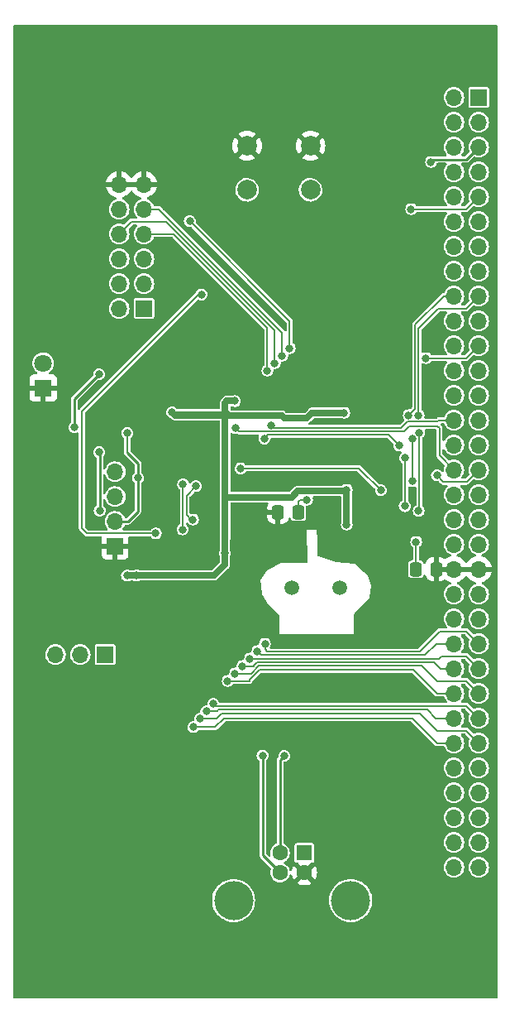
<source format=gbl>
G04 #@! TF.GenerationSoftware,KiCad,Pcbnew,(6.0.1)*
G04 #@! TF.CreationDate,2022-09-09T10:09:12-04:00*
G04 #@! TF.ProjectId,LB-Logic-01,4c422d4c-6f67-4696-932d-30312e6b6963,1*
G04 #@! TF.SameCoordinates,Original*
G04 #@! TF.FileFunction,Copper,L2,Bot*
G04 #@! TF.FilePolarity,Positive*
%FSLAX46Y46*%
G04 Gerber Fmt 4.6, Leading zero omitted, Abs format (unit mm)*
G04 Created by KiCad (PCBNEW (6.0.1)) date 2022-09-09 10:09:12*
%MOMM*%
%LPD*%
G01*
G04 APERTURE LIST*
G04 Aperture macros list*
%AMRoundRect*
0 Rectangle with rounded corners*
0 $1 Rounding radius*
0 $2 $3 $4 $5 $6 $7 $8 $9 X,Y pos of 4 corners*
0 Add a 4 corners polygon primitive as box body*
4,1,4,$2,$3,$4,$5,$6,$7,$8,$9,$2,$3,0*
0 Add four circle primitives for the rounded corners*
1,1,$1+$1,$2,$3*
1,1,$1+$1,$4,$5*
1,1,$1+$1,$6,$7*
1,1,$1+$1,$8,$9*
0 Add four rect primitives between the rounded corners*
20,1,$1+$1,$2,$3,$4,$5,0*
20,1,$1+$1,$4,$5,$6,$7,0*
20,1,$1+$1,$6,$7,$8,$9,0*
20,1,$1+$1,$8,$9,$2,$3,0*%
G04 Aperture macros list end*
G04 #@! TA.AperFunction,ComponentPad*
%ADD10R,1.800000X1.800000*%
G04 #@! TD*
G04 #@! TA.AperFunction,ComponentPad*
%ADD11C,1.800000*%
G04 #@! TD*
G04 #@! TA.AperFunction,ComponentPad*
%ADD12C,2.000000*%
G04 #@! TD*
G04 #@! TA.AperFunction,ComponentPad*
%ADD13R,1.700000X1.700000*%
G04 #@! TD*
G04 #@! TA.AperFunction,ComponentPad*
%ADD14O,1.700000X1.700000*%
G04 #@! TD*
G04 #@! TA.AperFunction,ComponentPad*
%ADD15R,1.600000X1.600000*%
G04 #@! TD*
G04 #@! TA.AperFunction,ComponentPad*
%ADD16C,1.600000*%
G04 #@! TD*
G04 #@! TA.AperFunction,ComponentPad*
%ADD17C,4.000000*%
G04 #@! TD*
G04 #@! TA.AperFunction,ComponentPad*
%ADD18C,1.500000*%
G04 #@! TD*
G04 #@! TA.AperFunction,SMDPad,CuDef*
%ADD19RoundRect,0.250000X-0.337500X-0.475000X0.337500X-0.475000X0.337500X0.475000X-0.337500X0.475000X0*%
G04 #@! TD*
G04 #@! TA.AperFunction,SMDPad,CuDef*
%ADD20RoundRect,0.250000X0.337500X0.475000X-0.337500X0.475000X-0.337500X-0.475000X0.337500X-0.475000X0*%
G04 #@! TD*
G04 #@! TA.AperFunction,ViaPad*
%ADD21C,0.800000*%
G04 #@! TD*
G04 #@! TA.AperFunction,Conductor*
%ADD22C,0.203200*%
G04 #@! TD*
G04 #@! TA.AperFunction,Conductor*
%ADD23C,0.635000*%
G04 #@! TD*
G04 #@! TA.AperFunction,Conductor*
%ADD24C,0.254000*%
G04 #@! TD*
G04 APERTURE END LIST*
D10*
X135280400Y-84333000D03*
D11*
X135280400Y-81793000D03*
D12*
X156160400Y-59573600D03*
X162660400Y-59573600D03*
X156160400Y-64073600D03*
X162660400Y-64073600D03*
D13*
X179890000Y-54615000D03*
D14*
X177350000Y-54615000D03*
X179890000Y-57155000D03*
X177350000Y-57155000D03*
X179890000Y-59695000D03*
X177350000Y-59695000D03*
X179890000Y-62235000D03*
X177350000Y-62235000D03*
X179890000Y-64775000D03*
X177350000Y-64775000D03*
X179890000Y-67315000D03*
X177350000Y-67315000D03*
X179890000Y-69855000D03*
X177350000Y-69855000D03*
X179890000Y-72395000D03*
X177350000Y-72395000D03*
X179890000Y-74935000D03*
X177350000Y-74935000D03*
X179890000Y-77475000D03*
X177350000Y-77475000D03*
X179890000Y-80015000D03*
X177350000Y-80015000D03*
X179890000Y-82555000D03*
X177350000Y-82555000D03*
X179890000Y-85095000D03*
X177350000Y-85095000D03*
X179890000Y-87635000D03*
X177350000Y-87635000D03*
X179890000Y-90175000D03*
X177350000Y-90175000D03*
X179890000Y-92715000D03*
X177350000Y-92715000D03*
X179890000Y-95255000D03*
X177350000Y-95255000D03*
X179890000Y-97795000D03*
X177350000Y-97795000D03*
X179890000Y-100335000D03*
X177350000Y-100335000D03*
X179890000Y-102875000D03*
X177350000Y-102875000D03*
X179890000Y-105415000D03*
X177350000Y-105415000D03*
X179890000Y-107955000D03*
X177350000Y-107955000D03*
X179890000Y-110495000D03*
X177350000Y-110495000D03*
X179890000Y-113035000D03*
X177350000Y-113035000D03*
X179890000Y-115575000D03*
X177350000Y-115575000D03*
X179890000Y-118115000D03*
X177350000Y-118115000D03*
X179890000Y-120655000D03*
X177350000Y-120655000D03*
X179890000Y-123195000D03*
X177350000Y-123195000D03*
X179890000Y-125735000D03*
X177350000Y-125735000D03*
X179890000Y-128275000D03*
X177350000Y-128275000D03*
X179890000Y-130815000D03*
X177350000Y-130815000D03*
X179890000Y-133355000D03*
X177350000Y-133355000D03*
D13*
X142652600Y-100523200D03*
D14*
X142652600Y-97983200D03*
X142652600Y-95443200D03*
X142652600Y-92903200D03*
D15*
X162032000Y-131896500D03*
D16*
X159532000Y-131896500D03*
X159532000Y-133896500D03*
X162032000Y-133896500D03*
D17*
X154782000Y-136756500D03*
X166782000Y-136756500D03*
D13*
X141615400Y-111601400D03*
D14*
X139075400Y-111601400D03*
X136535400Y-111601400D03*
D18*
X165645000Y-104775000D03*
X160765000Y-104775000D03*
D13*
X145604000Y-76200000D03*
D14*
X143064000Y-76200000D03*
X145604000Y-73660000D03*
X143064000Y-73660000D03*
X145604000Y-71120000D03*
X143064000Y-71120000D03*
X145604000Y-68580000D03*
X143064000Y-68580000D03*
X145604000Y-66040000D03*
X143064000Y-66040000D03*
X145604000Y-63500000D03*
X143064000Y-63500000D03*
D19*
X159338100Y-97028000D03*
X161413100Y-97028000D03*
D20*
X175535500Y-102870000D03*
X173460500Y-102870000D03*
D21*
X150291800Y-67284600D03*
X145999200Y-110591600D03*
X141020800Y-130048000D03*
X153873200Y-101244400D03*
X143865600Y-103530400D03*
X144830800Y-103530400D03*
X159969200Y-121970800D03*
X157750150Y-121936150D03*
X141004800Y-82921600D03*
X138480800Y-88341200D03*
X144983200Y-93522800D03*
X141020800Y-90881200D03*
X141071600Y-96875600D03*
X146812000Y-99212400D03*
X143887100Y-88921500D03*
X141013900Y-86715600D03*
X157937200Y-89509600D03*
X158648400Y-88138011D03*
X149555200Y-98806000D03*
X168960800Y-107696000D03*
X148386800Y-142138400D03*
X152857200Y-60350400D03*
X148496260Y-86817200D03*
X150921121Y-94379500D03*
X149606000Y-94176300D03*
X151485600Y-74777600D03*
X173736000Y-96921500D03*
X173806687Y-88899989D03*
X172309400Y-96421500D03*
X172364400Y-91490800D03*
X175615600Y-93268800D03*
X171754800Y-90228500D03*
X154990800Y-88442800D03*
X155501500Y-92557600D03*
X169875200Y-94792800D03*
X173126400Y-93878400D03*
X173075600Y-89509600D03*
X160782000Y-101346000D03*
X176530000Y-50292000D03*
X166420800Y-91033600D03*
X145669000Y-128778000D03*
X163322000Y-109982000D03*
X161188400Y-86106000D03*
X151130000Y-91440000D03*
X174498000Y-81280000D03*
X173736000Y-87122000D03*
X172720000Y-87122000D03*
X172974000Y-66040000D03*
X175006000Y-61214000D03*
X173482000Y-100076000D03*
X157995380Y-110490000D03*
X156464000Y-112014000D03*
X154940000Y-113538000D03*
X152704800Y-116636800D03*
X150622000Y-97790000D03*
X151326300Y-118160800D03*
X150672800Y-119024400D03*
X151993600Y-117398800D03*
X154178000Y-114300000D03*
X155702000Y-112776000D03*
X157226000Y-111252000D03*
X154917895Y-85680580D03*
X166370000Y-94742000D03*
X166370000Y-98298000D03*
X166116000Y-86868000D03*
X162306000Y-95758000D03*
X158242000Y-82550000D03*
X159004000Y-81788000D03*
X159766000Y-81026000D03*
X160528000Y-80264000D03*
D22*
X149961120Y-95339501D02*
X150921121Y-94379500D01*
X149961120Y-97332320D02*
X149961120Y-95339501D01*
X150622000Y-97790000D02*
X150418800Y-97790000D01*
X150418800Y-97790000D02*
X149961120Y-97332320D01*
X173380400Y-86461600D02*
X172720000Y-87122000D01*
X173380400Y-77876400D02*
X173380400Y-86461600D01*
X176321800Y-74935000D02*
X173380400Y-77876400D01*
X177350000Y-74935000D02*
X176321800Y-74935000D01*
X158242000Y-78169632D02*
X158242000Y-82550000D01*
X148652368Y-68580000D02*
X158242000Y-78169632D01*
X145604000Y-68580000D02*
X148652368Y-68580000D01*
X159004000Y-78429416D02*
X159004000Y-81788000D01*
X147884584Y-67310000D02*
X159004000Y-78429416D01*
X144334000Y-67310000D02*
X147884584Y-67310000D01*
X162306000Y-95758000D02*
X161594800Y-95758000D01*
X161594800Y-95758000D02*
X161413100Y-95939700D01*
X161413100Y-95939700D02*
X161413100Y-97028000D01*
X173075600Y-118110000D02*
X175620600Y-120655000D01*
X153822400Y-118110000D02*
X173075600Y-118110000D01*
X152908000Y-119024400D02*
X153822400Y-118110000D01*
X150672800Y-119024400D02*
X152908000Y-119024400D01*
X173837600Y-117602000D02*
X175615600Y-119380000D01*
X153568400Y-117602000D02*
X173837600Y-117602000D01*
X175615600Y-119380000D02*
X178615000Y-119380000D01*
X151326300Y-118160800D02*
X153009600Y-118160800D01*
X153009600Y-118160800D02*
X153568400Y-117602000D01*
X174589120Y-117195120D02*
X175509000Y-118115000D01*
X153264080Y-117195120D02*
X174589120Y-117195120D01*
X175509000Y-118115000D02*
X177350000Y-118115000D01*
X153161520Y-117398800D02*
X153161520Y-117297680D01*
X153161520Y-117297680D02*
X153264080Y-117195120D01*
X151993600Y-117398800D02*
X153161520Y-117398800D01*
X173186575Y-113150975D02*
X175610600Y-115575000D01*
X156413200Y-114186351D02*
X157448576Y-113150975D01*
X156413200Y-114300000D02*
X156413200Y-114186351D01*
X157448576Y-113150975D02*
X173186575Y-113150975D01*
X154178000Y-114300000D02*
X156413200Y-114300000D01*
X174039840Y-112724240D02*
X175615600Y-114300000D01*
X175615600Y-114300000D02*
X178615000Y-114300000D01*
X156559335Y-113538000D02*
X157373095Y-112724240D01*
X157373095Y-112724240D02*
X174039840Y-112724240D01*
X154940000Y-113538000D02*
X156559335Y-113538000D01*
X178615000Y-114300000D02*
X179890000Y-115575000D01*
X175966200Y-113035000D02*
X177350000Y-113035000D01*
X175300320Y-112369120D02*
X175966200Y-113035000D01*
X157175680Y-112369120D02*
X175300320Y-112369120D01*
X156819120Y-112776000D02*
X156819120Y-112725680D01*
X156819120Y-112725680D02*
X157175680Y-112369120D01*
X155702000Y-112776000D02*
X156819120Y-112776000D01*
X167640000Y-92557600D02*
X169875200Y-94792800D01*
X155501500Y-92557600D02*
X167640000Y-92557600D01*
D23*
X159969200Y-87426800D02*
X162255200Y-87426800D01*
X159689800Y-87147400D02*
X159969200Y-87426800D01*
X162814000Y-86868000D02*
X166116000Y-86868000D01*
X155219400Y-87147400D02*
X159689800Y-87147400D01*
X162255200Y-87426800D02*
X162814000Y-86868000D01*
X148826460Y-87147400D02*
X148496260Y-86817200D01*
X155219400Y-87147400D02*
X148826460Y-87147400D01*
X155219400Y-87147400D02*
X153949400Y-87147400D01*
X153949400Y-87147400D02*
X153924000Y-87122000D01*
X153924000Y-86817200D02*
X153924000Y-87122000D01*
X153924000Y-87122000D02*
X153924000Y-99771200D01*
X154025600Y-86918800D02*
X153924000Y-86817200D01*
D22*
X175683289Y-87775511D02*
X175823800Y-87635000D01*
X172560711Y-87775511D02*
X175683289Y-87775511D01*
X175823800Y-87635000D02*
X177350000Y-87635000D01*
X171899831Y-88436391D02*
X172560711Y-87775511D01*
X158946780Y-88436391D02*
X171899831Y-88436391D01*
X158648400Y-88138011D02*
X158946780Y-88436391D01*
X175869600Y-91234600D02*
X177350000Y-92715000D01*
X175869600Y-88442800D02*
X175869600Y-91234600D01*
X172763911Y-88246489D02*
X175673289Y-88246489D01*
X172218889Y-88791511D02*
X172763911Y-88246489D01*
X155339511Y-88791511D02*
X172218889Y-88791511D01*
X175673289Y-88246489D02*
X175869600Y-88442800D01*
X154990800Y-88442800D02*
X155339511Y-88791511D01*
X158300169Y-89146631D02*
X170672931Y-89146631D01*
X157937200Y-89509600D02*
X158300169Y-89146631D01*
X170672931Y-89146631D02*
X171754800Y-90228500D01*
X173836640Y-111303760D02*
X175920400Y-109220000D01*
X175920400Y-109220000D02*
X178615000Y-109220000D01*
X158242960Y-111303760D02*
X173836640Y-111303760D01*
X157995380Y-111056180D02*
X158242960Y-111303760D01*
X157995380Y-110490000D02*
X157995380Y-111056180D01*
X178615000Y-109220000D02*
X179890000Y-110495000D01*
X175559800Y-110495000D02*
X177350000Y-110495000D01*
X157632880Y-111658880D02*
X174395920Y-111658880D01*
X174395920Y-111658880D02*
X175559800Y-110495000D01*
X157226000Y-111252000D02*
X157632880Y-111658880D01*
X177350000Y-115575000D02*
X175610600Y-115575000D01*
X175818800Y-112014000D02*
X176072800Y-111760000D01*
X156464000Y-112014000D02*
X175818800Y-112014000D01*
X178615000Y-111760000D02*
X176072800Y-111760000D01*
X175620600Y-120655000D02*
X177350000Y-120655000D01*
X160528000Y-77520800D02*
X150291800Y-67284600D01*
D23*
X153873200Y-99822000D02*
X153873200Y-101244400D01*
X153924000Y-99771200D02*
X153873200Y-99822000D01*
X153873200Y-102412800D02*
X153873200Y-101244400D01*
X152755600Y-103530400D02*
X153873200Y-102412800D01*
X144830800Y-103530400D02*
X152755600Y-103530400D01*
X144830800Y-103530400D02*
X143865600Y-103530400D01*
D24*
X157750150Y-132114650D02*
X159532000Y-133896500D01*
X157750150Y-121936150D02*
X157750150Y-132114650D01*
X159532000Y-131896500D02*
X159532000Y-122408000D01*
X159532000Y-122408000D02*
X159969200Y-121970800D01*
X138480800Y-88341200D02*
X138480800Y-85445600D01*
X138480800Y-85445600D02*
X141004800Y-82921600D01*
X144983200Y-96977200D02*
X144983200Y-92049600D01*
X141071600Y-90932000D02*
X141020800Y-90881200D01*
X141071600Y-96875600D02*
X141071600Y-90932000D01*
D22*
X151180800Y-74777600D02*
X151485600Y-74777600D01*
X139242800Y-98704400D02*
X139242800Y-86715600D01*
X139750800Y-99212400D02*
X139242800Y-98704400D01*
X139242800Y-86715600D02*
X151180800Y-74777600D01*
X146812000Y-99212400D02*
X139750800Y-99212400D01*
D24*
X143977200Y-97983200D02*
X144983200Y-96977200D01*
X142652600Y-97983200D02*
X143977200Y-97983200D01*
X144983200Y-92049600D02*
X143887100Y-90953500D01*
D22*
X143887100Y-90953500D02*
X143887100Y-88921500D01*
X149606000Y-98755200D02*
X149555200Y-98806000D01*
X149606000Y-94176300D02*
X149606000Y-98755200D01*
X148496260Y-86817200D02*
X153924000Y-86817200D01*
D23*
X153924000Y-85852000D02*
X153924000Y-86817200D01*
D22*
X160528000Y-80264000D02*
X160528000Y-77520800D01*
X159766000Y-78689200D02*
X147116800Y-66040000D01*
X159766000Y-81026000D02*
X159766000Y-78689200D01*
X145604000Y-66040000D02*
X147116800Y-66040000D01*
D23*
X166223411Y-94888589D02*
X166370000Y-94742000D01*
X161346611Y-94888589D02*
X166223411Y-94888589D01*
X160731200Y-95504000D02*
X161346611Y-94888589D01*
X154178000Y-95504000D02*
X160731200Y-95504000D01*
D22*
X176276000Y-93929200D02*
X178675800Y-93929200D01*
X173806687Y-96850813D02*
X173736000Y-96921500D01*
X173806687Y-88899989D02*
X173806687Y-96850813D01*
X172364400Y-96366500D02*
X172309400Y-96421500D01*
X172364400Y-91490800D02*
X172364400Y-96366500D01*
X175615600Y-93268800D02*
X176276000Y-93929200D01*
X178675800Y-93929200D02*
X179890000Y-92715000D01*
X173075600Y-93827600D02*
X173126400Y-93878400D01*
X173075600Y-89509600D02*
X173075600Y-93827600D01*
X178625000Y-81280000D02*
X174498000Y-81280000D01*
X179890000Y-80015000D02*
X178625000Y-81280000D01*
X175768000Y-76200000D02*
X178625000Y-76200000D01*
X178625000Y-76200000D02*
X179890000Y-74935000D01*
X173736000Y-78232000D02*
X175768000Y-76200000D01*
X173736000Y-87122000D02*
X173736000Y-78232000D01*
X179890000Y-64775000D02*
X178625000Y-66040000D01*
X172974000Y-66040000D02*
X178625000Y-66040000D01*
D24*
X175260000Y-60960000D02*
X175006000Y-61214000D01*
X178625000Y-60960000D02*
X175260000Y-60960000D01*
X179890000Y-59695000D02*
X178625000Y-60960000D01*
D22*
X173460500Y-100097500D02*
X173482000Y-100076000D01*
X173460500Y-102870000D02*
X173460500Y-100097500D01*
X179890000Y-113035000D02*
X178615000Y-111760000D01*
X152908000Y-116840000D02*
X152704800Y-116636800D01*
X179890000Y-118115000D02*
X178615000Y-116840000D01*
X152908000Y-116840000D02*
X178615000Y-116840000D01*
X179890000Y-120655000D02*
X178615000Y-119380000D01*
X154095420Y-85680580D02*
X153924000Y-85852000D01*
D23*
X166370000Y-94742000D02*
X166370000Y-98298000D01*
X154917895Y-85680580D02*
X154095420Y-85680580D01*
D22*
X143064000Y-68580000D02*
X144334000Y-67310000D01*
G04 #@! TA.AperFunction,Conductor*
G36*
X181738921Y-47223202D02*
G01*
X181785414Y-47276858D01*
X181796800Y-47329200D01*
X181796800Y-146670800D01*
X181776798Y-146738921D01*
X181723142Y-146785414D01*
X181670800Y-146796800D01*
X132329200Y-146796800D01*
X132261079Y-146776798D01*
X132214586Y-146723142D01*
X132203200Y-146670800D01*
X132203200Y-136756500D01*
X152573572Y-136756500D01*
X152592465Y-137044758D01*
X152648822Y-137328083D01*
X152741679Y-137601629D01*
X152869445Y-137860714D01*
X153029936Y-138100906D01*
X153032649Y-138104000D01*
X153032654Y-138104006D01*
X153217697Y-138315005D01*
X153220406Y-138318094D01*
X153223495Y-138320803D01*
X153434494Y-138505846D01*
X153434500Y-138505851D01*
X153437594Y-138508564D01*
X153441020Y-138510853D01*
X153441025Y-138510857D01*
X153620324Y-138630660D01*
X153677786Y-138669055D01*
X153681485Y-138670879D01*
X153681490Y-138670882D01*
X153933176Y-138794999D01*
X153936871Y-138796821D01*
X153940769Y-138798144D01*
X153940771Y-138798145D01*
X154206507Y-138888351D01*
X154206511Y-138888352D01*
X154210417Y-138889678D01*
X154214461Y-138890482D01*
X154214467Y-138890484D01*
X154489699Y-138945231D01*
X154489702Y-138945231D01*
X154493742Y-138946035D01*
X154497853Y-138946304D01*
X154497857Y-138946305D01*
X154777881Y-138964658D01*
X154782000Y-138964928D01*
X154786119Y-138964658D01*
X155066143Y-138946305D01*
X155066147Y-138946304D01*
X155070258Y-138946035D01*
X155074298Y-138945231D01*
X155074301Y-138945231D01*
X155349533Y-138890484D01*
X155349539Y-138890482D01*
X155353583Y-138889678D01*
X155357489Y-138888352D01*
X155357493Y-138888351D01*
X155623229Y-138798145D01*
X155623231Y-138798144D01*
X155627129Y-138796821D01*
X155630824Y-138794999D01*
X155882510Y-138670882D01*
X155882515Y-138670879D01*
X155886214Y-138669055D01*
X155943676Y-138630660D01*
X156122975Y-138510857D01*
X156122980Y-138510853D01*
X156126406Y-138508564D01*
X156129500Y-138505851D01*
X156129506Y-138505846D01*
X156340505Y-138320803D01*
X156343594Y-138318094D01*
X156346303Y-138315005D01*
X156531346Y-138104006D01*
X156531351Y-138104000D01*
X156534064Y-138100906D01*
X156694555Y-137860714D01*
X156822321Y-137601629D01*
X156915178Y-137328083D01*
X156971535Y-137044758D01*
X156990428Y-136756500D01*
X164573572Y-136756500D01*
X164592465Y-137044758D01*
X164648822Y-137328083D01*
X164741679Y-137601629D01*
X164869445Y-137860714D01*
X165029936Y-138100906D01*
X165032649Y-138104000D01*
X165032654Y-138104006D01*
X165217697Y-138315005D01*
X165220406Y-138318094D01*
X165223495Y-138320803D01*
X165434494Y-138505846D01*
X165434500Y-138505851D01*
X165437594Y-138508564D01*
X165441020Y-138510853D01*
X165441025Y-138510857D01*
X165620324Y-138630660D01*
X165677786Y-138669055D01*
X165681485Y-138670879D01*
X165681490Y-138670882D01*
X165933176Y-138794999D01*
X165936871Y-138796821D01*
X165940769Y-138798144D01*
X165940771Y-138798145D01*
X166206507Y-138888351D01*
X166206511Y-138888352D01*
X166210417Y-138889678D01*
X166214461Y-138890482D01*
X166214467Y-138890484D01*
X166489699Y-138945231D01*
X166489702Y-138945231D01*
X166493742Y-138946035D01*
X166497853Y-138946304D01*
X166497857Y-138946305D01*
X166777881Y-138964658D01*
X166782000Y-138964928D01*
X166786119Y-138964658D01*
X167066143Y-138946305D01*
X167066147Y-138946304D01*
X167070258Y-138946035D01*
X167074298Y-138945231D01*
X167074301Y-138945231D01*
X167349533Y-138890484D01*
X167349539Y-138890482D01*
X167353583Y-138889678D01*
X167357489Y-138888352D01*
X167357493Y-138888351D01*
X167623229Y-138798145D01*
X167623231Y-138798144D01*
X167627129Y-138796821D01*
X167630824Y-138794999D01*
X167882510Y-138670882D01*
X167882515Y-138670879D01*
X167886214Y-138669055D01*
X167943676Y-138630660D01*
X168122975Y-138510857D01*
X168122980Y-138510853D01*
X168126406Y-138508564D01*
X168129500Y-138505851D01*
X168129506Y-138505846D01*
X168340505Y-138320803D01*
X168343594Y-138318094D01*
X168346303Y-138315005D01*
X168531346Y-138104006D01*
X168531351Y-138104000D01*
X168534064Y-138100906D01*
X168694555Y-137860714D01*
X168822321Y-137601629D01*
X168915178Y-137328083D01*
X168971535Y-137044758D01*
X168990428Y-136756500D01*
X168971535Y-136468242D01*
X168915178Y-136184917D01*
X168822321Y-135911371D01*
X168694555Y-135652286D01*
X168534064Y-135412094D01*
X168531351Y-135409000D01*
X168531346Y-135408994D01*
X168346303Y-135197995D01*
X168343594Y-135194906D01*
X168271563Y-135131736D01*
X168129506Y-135007154D01*
X168129500Y-135007149D01*
X168126406Y-135004436D01*
X168122980Y-135002147D01*
X168122975Y-135002143D01*
X167889647Y-134846239D01*
X167886214Y-134843945D01*
X167882515Y-134842121D01*
X167882510Y-134842118D01*
X167630824Y-134718001D01*
X167630822Y-134718000D01*
X167627129Y-134716179D01*
X167375218Y-134630666D01*
X167357493Y-134624649D01*
X167357489Y-134624648D01*
X167353583Y-134623322D01*
X167349539Y-134622518D01*
X167349533Y-134622516D01*
X167074301Y-134567769D01*
X167074298Y-134567769D01*
X167070258Y-134566965D01*
X167066147Y-134566696D01*
X167066143Y-134566695D01*
X166786119Y-134548342D01*
X166782000Y-134548072D01*
X166777881Y-134548342D01*
X166497857Y-134566695D01*
X166497853Y-134566696D01*
X166493742Y-134566965D01*
X166489702Y-134567769D01*
X166489699Y-134567769D01*
X166214467Y-134622516D01*
X166214461Y-134622518D01*
X166210417Y-134623322D01*
X166206511Y-134624648D01*
X166206507Y-134624649D01*
X166188782Y-134630666D01*
X165936871Y-134716179D01*
X165933178Y-134718000D01*
X165933176Y-134718001D01*
X165681490Y-134842118D01*
X165681485Y-134842121D01*
X165677786Y-134843945D01*
X165674353Y-134846239D01*
X165441025Y-135002143D01*
X165441020Y-135002147D01*
X165437594Y-135004436D01*
X165434500Y-135007149D01*
X165434494Y-135007154D01*
X165292437Y-135131736D01*
X165220406Y-135194906D01*
X165217697Y-135197995D01*
X165032654Y-135408994D01*
X165032649Y-135409000D01*
X165029936Y-135412094D01*
X164869445Y-135652286D01*
X164741679Y-135911371D01*
X164648822Y-136184917D01*
X164592465Y-136468242D01*
X164573572Y-136756500D01*
X156990428Y-136756500D01*
X156971535Y-136468242D01*
X156915178Y-136184917D01*
X156822321Y-135911371D01*
X156694555Y-135652286D01*
X156534064Y-135412094D01*
X156531351Y-135409000D01*
X156531346Y-135408994D01*
X156346303Y-135197995D01*
X156343594Y-135194906D01*
X156271563Y-135131736D01*
X156129506Y-135007154D01*
X156129500Y-135007149D01*
X156126406Y-135004436D01*
X156122980Y-135002147D01*
X156122975Y-135002143D01*
X156093670Y-134982562D01*
X161310493Y-134982562D01*
X161319789Y-134994577D01*
X161370994Y-135030431D01*
X161380489Y-135035914D01*
X161577947Y-135127990D01*
X161588239Y-135131736D01*
X161798688Y-135188125D01*
X161809481Y-135190028D01*
X162026525Y-135209017D01*
X162037475Y-135209017D01*
X162254519Y-135190028D01*
X162265312Y-135188125D01*
X162475761Y-135131736D01*
X162486053Y-135127990D01*
X162683511Y-135035914D01*
X162693006Y-135030431D01*
X162745048Y-134993991D01*
X162753424Y-134983512D01*
X162746356Y-134970066D01*
X162044812Y-134268522D01*
X162030868Y-134260908D01*
X162029035Y-134261039D01*
X162022420Y-134265290D01*
X161316923Y-134970787D01*
X161310493Y-134982562D01*
X156093670Y-134982562D01*
X155889647Y-134846239D01*
X155886214Y-134843945D01*
X155882515Y-134842121D01*
X155882510Y-134842118D01*
X155630824Y-134718001D01*
X155630822Y-134718000D01*
X155627129Y-134716179D01*
X155375218Y-134630666D01*
X155357493Y-134624649D01*
X155357489Y-134624648D01*
X155353583Y-134623322D01*
X155349539Y-134622518D01*
X155349533Y-134622516D01*
X155074301Y-134567769D01*
X155074298Y-134567769D01*
X155070258Y-134566965D01*
X155066147Y-134566696D01*
X155066143Y-134566695D01*
X154786119Y-134548342D01*
X154782000Y-134548072D01*
X154777881Y-134548342D01*
X154497857Y-134566695D01*
X154497853Y-134566696D01*
X154493742Y-134566965D01*
X154489702Y-134567769D01*
X154489699Y-134567769D01*
X154214467Y-134622516D01*
X154214461Y-134622518D01*
X154210417Y-134623322D01*
X154206511Y-134624648D01*
X154206507Y-134624649D01*
X154188782Y-134630666D01*
X153936871Y-134716179D01*
X153933178Y-134718000D01*
X153933176Y-134718001D01*
X153681490Y-134842118D01*
X153681485Y-134842121D01*
X153677786Y-134843945D01*
X153674353Y-134846239D01*
X153441025Y-135002143D01*
X153441020Y-135002147D01*
X153437594Y-135004436D01*
X153434500Y-135007149D01*
X153434494Y-135007154D01*
X153292437Y-135131736D01*
X153220406Y-135194906D01*
X153217697Y-135197995D01*
X153032654Y-135408994D01*
X153032649Y-135409000D01*
X153029936Y-135412094D01*
X152869445Y-135652286D01*
X152741679Y-135911371D01*
X152648822Y-136184917D01*
X152592465Y-136468242D01*
X152573572Y-136756500D01*
X132203200Y-136756500D01*
X132203200Y-121936150D01*
X157141241Y-121936150D01*
X157161989Y-122093747D01*
X157165148Y-122101374D01*
X157165149Y-122101377D01*
X157188064Y-122156697D01*
X157222819Y-122240604D01*
X157319586Y-122366714D01*
X157326132Y-122371737D01*
X157370154Y-122405516D01*
X157412021Y-122462854D01*
X157419450Y-122505479D01*
X157419450Y-132094701D01*
X157418971Y-132105682D01*
X157415626Y-132143917D01*
X157425559Y-132180989D01*
X157427934Y-132191703D01*
X157434599Y-132229501D01*
X157440110Y-132239046D01*
X157441381Y-132242539D01*
X157442956Y-132245917D01*
X157445810Y-132256566D01*
X157452134Y-132265597D01*
X157452135Y-132265600D01*
X157467823Y-132288005D01*
X157473728Y-132297274D01*
X157492911Y-132330499D01*
X157501354Y-132337583D01*
X157501356Y-132337586D01*
X157522314Y-132355172D01*
X157530418Y-132362598D01*
X158565762Y-133397942D01*
X158599788Y-133460254D01*
X158596769Y-133525136D01*
X158560299Y-133640103D01*
X158545483Y-133686809D01*
X158523542Y-133882418D01*
X158540013Y-134078564D01*
X158541712Y-134084489D01*
X158592337Y-134261039D01*
X158594268Y-134267774D01*
X158597087Y-134273259D01*
X158681424Y-134437361D01*
X158681427Y-134437366D01*
X158684242Y-134442843D01*
X158806506Y-134597102D01*
X158811200Y-134601097D01*
X158944865Y-134714855D01*
X158956403Y-134724675D01*
X159128226Y-134820703D01*
X159134085Y-134822607D01*
X159134088Y-134822608D01*
X159194134Y-134842118D01*
X159315427Y-134881529D01*
X159321537Y-134882258D01*
X159321539Y-134882258D01*
X159388203Y-134890207D01*
X159510878Y-134904835D01*
X159517013Y-134904363D01*
X159517015Y-134904363D01*
X159700992Y-134890207D01*
X159700996Y-134890206D01*
X159707134Y-134889734D01*
X159896719Y-134836801D01*
X160072411Y-134748052D01*
X160102333Y-134724675D01*
X160222659Y-134630666D01*
X160222660Y-134630665D01*
X160227520Y-134626868D01*
X160356136Y-134477864D01*
X160359180Y-134472506D01*
X160450316Y-134312080D01*
X160450318Y-134312075D01*
X160453362Y-134306717D01*
X160506017Y-134148430D01*
X160546498Y-134090106D01*
X160612086Y-134062926D01*
X160681957Y-134075521D01*
X160733927Y-134123891D01*
X160747282Y-134155591D01*
X160796764Y-134340261D01*
X160800510Y-134350553D01*
X160892586Y-134548011D01*
X160898069Y-134557506D01*
X160934509Y-134609548D01*
X160944988Y-134617924D01*
X160958434Y-134610856D01*
X161659978Y-133909312D01*
X161666356Y-133897632D01*
X162396408Y-133897632D01*
X162396539Y-133899465D01*
X162400790Y-133906080D01*
X163106287Y-134611577D01*
X163118062Y-134618007D01*
X163130077Y-134608711D01*
X163165931Y-134557506D01*
X163171414Y-134548011D01*
X163263490Y-134350553D01*
X163267236Y-134340261D01*
X163323625Y-134129812D01*
X163325528Y-134119019D01*
X163344517Y-133901975D01*
X163344517Y-133891025D01*
X163325528Y-133673981D01*
X163323625Y-133663188D01*
X163267236Y-133452739D01*
X163263490Y-133442447D01*
X163215819Y-133340217D01*
X176291305Y-133340217D01*
X176291821Y-133346361D01*
X176308080Y-133539994D01*
X176308081Y-133539999D01*
X176308596Y-133546133D01*
X176310294Y-133552053D01*
X176361821Y-133731747D01*
X176365555Y-133744770D01*
X176460010Y-133928560D01*
X176463835Y-133933386D01*
X176463837Y-133933389D01*
X176566507Y-134062926D01*
X176588364Y-134090503D01*
X176745730Y-134224431D01*
X176926111Y-134325243D01*
X177122639Y-134389099D01*
X177327826Y-134413566D01*
X177333961Y-134413094D01*
X177333963Y-134413094D01*
X177527715Y-134398185D01*
X177527718Y-134398184D01*
X177533858Y-134397712D01*
X177732887Y-134342143D01*
X177917332Y-134248973D01*
X177944899Y-134227436D01*
X178075307Y-134125550D01*
X178075308Y-134125549D01*
X178080168Y-134121752D01*
X178215191Y-133965325D01*
X178238292Y-133924661D01*
X178259731Y-133886920D01*
X178317260Y-133785652D01*
X178382486Y-133589575D01*
X178408385Y-133384563D01*
X178408798Y-133355000D01*
X178407348Y-133340217D01*
X178831305Y-133340217D01*
X178831821Y-133346361D01*
X178848080Y-133539994D01*
X178848081Y-133539999D01*
X178848596Y-133546133D01*
X178850294Y-133552053D01*
X178901821Y-133731747D01*
X178905555Y-133744770D01*
X179000010Y-133928560D01*
X179003835Y-133933386D01*
X179003837Y-133933389D01*
X179106507Y-134062926D01*
X179128364Y-134090503D01*
X179285730Y-134224431D01*
X179466111Y-134325243D01*
X179662639Y-134389099D01*
X179867826Y-134413566D01*
X179873961Y-134413094D01*
X179873963Y-134413094D01*
X180067715Y-134398185D01*
X180067718Y-134398184D01*
X180073858Y-134397712D01*
X180272887Y-134342143D01*
X180457332Y-134248973D01*
X180484899Y-134227436D01*
X180615307Y-134125550D01*
X180615308Y-134125549D01*
X180620168Y-134121752D01*
X180755191Y-133965325D01*
X180778292Y-133924661D01*
X180799731Y-133886920D01*
X180857260Y-133785652D01*
X180922486Y-133589575D01*
X180948385Y-133384563D01*
X180948798Y-133355000D01*
X180928633Y-133149345D01*
X180868907Y-132951523D01*
X180799349Y-132820703D01*
X180774789Y-132774512D01*
X180774787Y-132774509D01*
X180771895Y-132769070D01*
X180768005Y-132764300D01*
X180768002Y-132764296D01*
X180645187Y-132613710D01*
X180645184Y-132613707D01*
X180641292Y-132608935D01*
X180636543Y-132605006D01*
X180486822Y-132481146D01*
X180486819Y-132481144D01*
X180482072Y-132477217D01*
X180300301Y-132378933D01*
X180201601Y-132348380D01*
X180108788Y-132319650D01*
X180108785Y-132319649D01*
X180102901Y-132317828D01*
X180096776Y-132317184D01*
X180096775Y-132317184D01*
X179903520Y-132296872D01*
X179903519Y-132296872D01*
X179897392Y-132296228D01*
X179782135Y-132306717D01*
X179697742Y-132314397D01*
X179697741Y-132314397D01*
X179691601Y-132314956D01*
X179493367Y-132373300D01*
X179310241Y-132469036D01*
X179149198Y-132598518D01*
X179145239Y-132603236D01*
X179145238Y-132603237D01*
X179020329Y-132752097D01*
X179016371Y-132756814D01*
X179013408Y-132762203D01*
X179013405Y-132762208D01*
X178937544Y-132900200D01*
X178916821Y-132937895D01*
X178854339Y-133134864D01*
X178853653Y-133140981D01*
X178853652Y-133140985D01*
X178832047Y-133333598D01*
X178831305Y-133340217D01*
X178407348Y-133340217D01*
X178388633Y-133149345D01*
X178328907Y-132951523D01*
X178259349Y-132820703D01*
X178234789Y-132774512D01*
X178234787Y-132774509D01*
X178231895Y-132769070D01*
X178228005Y-132764300D01*
X178228002Y-132764296D01*
X178105187Y-132613710D01*
X178105184Y-132613707D01*
X178101292Y-132608935D01*
X178096543Y-132605006D01*
X177946822Y-132481146D01*
X177946819Y-132481144D01*
X177942072Y-132477217D01*
X177760301Y-132378933D01*
X177661601Y-132348380D01*
X177568788Y-132319650D01*
X177568785Y-132319649D01*
X177562901Y-132317828D01*
X177556776Y-132317184D01*
X177556775Y-132317184D01*
X177363520Y-132296872D01*
X177363519Y-132296872D01*
X177357392Y-132296228D01*
X177242135Y-132306717D01*
X177157742Y-132314397D01*
X177157741Y-132314397D01*
X177151601Y-132314956D01*
X176953367Y-132373300D01*
X176770241Y-132469036D01*
X176609198Y-132598518D01*
X176605239Y-132603236D01*
X176605238Y-132603237D01*
X176480329Y-132752097D01*
X176476371Y-132756814D01*
X176473408Y-132762203D01*
X176473405Y-132762208D01*
X176397544Y-132900200D01*
X176376821Y-132937895D01*
X176314339Y-133134864D01*
X176313653Y-133140981D01*
X176313652Y-133140985D01*
X176292047Y-133333598D01*
X176291305Y-133340217D01*
X163215819Y-133340217D01*
X163171414Y-133244989D01*
X163165931Y-133235494D01*
X163129491Y-133183452D01*
X163119012Y-133175076D01*
X163105566Y-133182144D01*
X162404022Y-133883688D01*
X162396408Y-133897632D01*
X161666356Y-133897632D01*
X161667592Y-133895368D01*
X161667461Y-133893535D01*
X161663210Y-133886920D01*
X160957713Y-133181423D01*
X160945938Y-133174993D01*
X160933923Y-133184289D01*
X160898069Y-133235494D01*
X160892586Y-133244989D01*
X160800510Y-133442447D01*
X160796764Y-133452739D01*
X160746560Y-133640103D01*
X160709608Y-133700726D01*
X160645747Y-133731747D01*
X160575253Y-133723319D01*
X160520506Y-133678116D01*
X160504231Y-133643910D01*
X160487826Y-133589575D01*
X160464456Y-133512169D01*
X160372048Y-133338374D01*
X160288141Y-133235494D01*
X160251537Y-133190612D01*
X160251534Y-133190609D01*
X160247642Y-133185837D01*
X160242893Y-133181908D01*
X160100727Y-133064298D01*
X160100723Y-133064296D01*
X160095977Y-133060369D01*
X160090552Y-133057436D01*
X160090548Y-133057433D01*
X159997975Y-133007378D01*
X159947566Y-132957384D01*
X159932189Y-132888072D01*
X159956725Y-132821450D01*
X160001094Y-132784077D01*
X160066908Y-132750832D01*
X160066910Y-132750831D01*
X160072411Y-132748052D01*
X160102333Y-132724675D01*
X160112715Y-132716564D01*
X161028300Y-132716564D01*
X161040119Y-132775980D01*
X161085140Y-132843360D01*
X161152520Y-132888381D01*
X161211936Y-132900200D01*
X161342720Y-132900200D01*
X161410841Y-132920202D01*
X161431815Y-132937105D01*
X162019188Y-133524478D01*
X162033132Y-133532092D01*
X162034965Y-133531961D01*
X162041580Y-133527710D01*
X162632185Y-132937105D01*
X162694497Y-132903079D01*
X162721280Y-132900200D01*
X162852064Y-132900200D01*
X162911480Y-132888381D01*
X162978860Y-132843360D01*
X163023881Y-132775980D01*
X163035700Y-132716564D01*
X163035700Y-131076436D01*
X163023881Y-131017020D01*
X162978860Y-130949640D01*
X162911480Y-130904619D01*
X162852064Y-130892800D01*
X161211936Y-130892800D01*
X161152520Y-130904619D01*
X161085140Y-130949640D01*
X161040119Y-131017020D01*
X161028300Y-131076436D01*
X161028300Y-132716564D01*
X160112715Y-132716564D01*
X160222659Y-132630666D01*
X160222660Y-132630665D01*
X160227520Y-132626868D01*
X160356136Y-132477864D01*
X160361151Y-132469036D01*
X160450316Y-132312080D01*
X160450318Y-132312075D01*
X160453362Y-132306717D01*
X160515493Y-132119944D01*
X160528804Y-132014575D01*
X160539721Y-131928164D01*
X160539722Y-131928155D01*
X160540163Y-131924661D01*
X160540556Y-131896500D01*
X160521348Y-131700604D01*
X160519031Y-131692928D01*
X160466237Y-131518069D01*
X160464456Y-131512169D01*
X160372048Y-131338374D01*
X160291652Y-131239799D01*
X160251537Y-131190612D01*
X160251534Y-131190609D01*
X160247642Y-131185837D01*
X160242893Y-131181908D01*
X160100727Y-131064298D01*
X160100723Y-131064296D01*
X160095977Y-131060369D01*
X159928770Y-130969960D01*
X159878362Y-130919966D01*
X159862700Y-130859125D01*
X159862700Y-130800217D01*
X176291305Y-130800217D01*
X176291821Y-130806361D01*
X176308080Y-130999994D01*
X176308081Y-130999999D01*
X176308596Y-131006133D01*
X176337075Y-131105451D01*
X176358634Y-131180633D01*
X176365555Y-131204770D01*
X176460010Y-131388560D01*
X176463835Y-131393386D01*
X176463837Y-131393389D01*
X176543416Y-131493793D01*
X176588364Y-131550503D01*
X176745730Y-131684431D01*
X176926111Y-131785243D01*
X177122639Y-131849099D01*
X177327826Y-131873566D01*
X177333961Y-131873094D01*
X177333963Y-131873094D01*
X177527715Y-131858185D01*
X177527718Y-131858184D01*
X177533858Y-131857712D01*
X177732887Y-131802143D01*
X177917332Y-131708973D01*
X177935600Y-131694701D01*
X178075307Y-131585550D01*
X178075308Y-131585549D01*
X178080168Y-131581752D01*
X178215191Y-131425325D01*
X178317260Y-131245652D01*
X178382486Y-131049575D01*
X178408385Y-130844563D01*
X178408798Y-130815000D01*
X178407348Y-130800217D01*
X178831305Y-130800217D01*
X178831821Y-130806361D01*
X178848080Y-130999994D01*
X178848081Y-130999999D01*
X178848596Y-131006133D01*
X178877075Y-131105451D01*
X178898634Y-131180633D01*
X178905555Y-131204770D01*
X179000010Y-131388560D01*
X179003835Y-131393386D01*
X179003837Y-131393389D01*
X179083416Y-131493793D01*
X179128364Y-131550503D01*
X179285730Y-131684431D01*
X179466111Y-131785243D01*
X179662639Y-131849099D01*
X179867826Y-131873566D01*
X179873961Y-131873094D01*
X179873963Y-131873094D01*
X180067715Y-131858185D01*
X180067718Y-131858184D01*
X180073858Y-131857712D01*
X180272887Y-131802143D01*
X180457332Y-131708973D01*
X180475600Y-131694701D01*
X180615307Y-131585550D01*
X180615308Y-131585549D01*
X180620168Y-131581752D01*
X180755191Y-131425325D01*
X180857260Y-131245652D01*
X180922486Y-131049575D01*
X180948385Y-130844563D01*
X180948798Y-130815000D01*
X180928633Y-130609345D01*
X180868907Y-130411523D01*
X180771895Y-130229070D01*
X180768005Y-130224300D01*
X180768002Y-130224296D01*
X180645187Y-130073710D01*
X180645184Y-130073707D01*
X180641292Y-130068935D01*
X180636543Y-130065006D01*
X180486822Y-129941146D01*
X180486819Y-129941144D01*
X180482072Y-129937217D01*
X180300301Y-129838933D01*
X180201601Y-129808381D01*
X180108788Y-129779650D01*
X180108785Y-129779649D01*
X180102901Y-129777828D01*
X180096776Y-129777184D01*
X180096775Y-129777184D01*
X179903520Y-129756872D01*
X179903519Y-129756872D01*
X179897392Y-129756228D01*
X179770582Y-129767768D01*
X179697742Y-129774397D01*
X179697741Y-129774397D01*
X179691601Y-129774956D01*
X179493367Y-129833300D01*
X179310241Y-129929036D01*
X179149198Y-130058518D01*
X179016371Y-130216814D01*
X179013408Y-130222203D01*
X179013405Y-130222208D01*
X179009633Y-130229070D01*
X178916821Y-130397895D01*
X178854339Y-130594864D01*
X178853653Y-130600981D01*
X178853652Y-130600985D01*
X178831992Y-130794092D01*
X178831305Y-130800217D01*
X178407348Y-130800217D01*
X178388633Y-130609345D01*
X178328907Y-130411523D01*
X178231895Y-130229070D01*
X178228005Y-130224300D01*
X178228002Y-130224296D01*
X178105187Y-130073710D01*
X178105184Y-130073707D01*
X178101292Y-130068935D01*
X178096543Y-130065006D01*
X177946822Y-129941146D01*
X177946819Y-129941144D01*
X177942072Y-129937217D01*
X177760301Y-129838933D01*
X177661601Y-129808381D01*
X177568788Y-129779650D01*
X177568785Y-129779649D01*
X177562901Y-129777828D01*
X177556776Y-129777184D01*
X177556775Y-129777184D01*
X177363520Y-129756872D01*
X177363519Y-129756872D01*
X177357392Y-129756228D01*
X177230582Y-129767768D01*
X177157742Y-129774397D01*
X177157741Y-129774397D01*
X177151601Y-129774956D01*
X176953367Y-129833300D01*
X176770241Y-129929036D01*
X176609198Y-130058518D01*
X176476371Y-130216814D01*
X176473408Y-130222203D01*
X176473405Y-130222208D01*
X176469633Y-130229070D01*
X176376821Y-130397895D01*
X176314339Y-130594864D01*
X176313653Y-130600981D01*
X176313652Y-130600985D01*
X176291992Y-130794092D01*
X176291305Y-130800217D01*
X159862700Y-130800217D01*
X159862700Y-128260217D01*
X176291305Y-128260217D01*
X176291821Y-128266361D01*
X176308080Y-128459994D01*
X176308081Y-128459999D01*
X176308596Y-128466133D01*
X176365555Y-128664770D01*
X176460010Y-128848560D01*
X176463835Y-128853386D01*
X176463837Y-128853389D01*
X176584535Y-129005672D01*
X176588364Y-129010503D01*
X176745730Y-129144431D01*
X176926111Y-129245243D01*
X177122639Y-129309099D01*
X177327826Y-129333566D01*
X177333961Y-129333094D01*
X177333963Y-129333094D01*
X177527715Y-129318185D01*
X177527718Y-129318184D01*
X177533858Y-129317712D01*
X177732887Y-129262143D01*
X177917332Y-129168973D01*
X177944899Y-129147436D01*
X178075307Y-129045550D01*
X178075308Y-129045549D01*
X178080168Y-129041752D01*
X178215191Y-128885325D01*
X178317260Y-128705652D01*
X178382486Y-128509575D01*
X178408385Y-128304563D01*
X178408798Y-128275000D01*
X178407348Y-128260217D01*
X178831305Y-128260217D01*
X178831821Y-128266361D01*
X178848080Y-128459994D01*
X178848081Y-128459999D01*
X178848596Y-128466133D01*
X178905555Y-128664770D01*
X179000010Y-128848560D01*
X179003835Y-128853386D01*
X179003837Y-128853389D01*
X179124535Y-129005672D01*
X179128364Y-129010503D01*
X179285730Y-129144431D01*
X179466111Y-129245243D01*
X179662639Y-129309099D01*
X179867826Y-129333566D01*
X179873961Y-129333094D01*
X179873963Y-129333094D01*
X180067715Y-129318185D01*
X180067718Y-129318184D01*
X180073858Y-129317712D01*
X180272887Y-129262143D01*
X180457332Y-129168973D01*
X180484899Y-129147436D01*
X180615307Y-129045550D01*
X180615308Y-129045549D01*
X180620168Y-129041752D01*
X180755191Y-128885325D01*
X180857260Y-128705652D01*
X180922486Y-128509575D01*
X180948385Y-128304563D01*
X180948798Y-128275000D01*
X180928633Y-128069345D01*
X180868907Y-127871523D01*
X180771895Y-127689070D01*
X180768005Y-127684300D01*
X180768002Y-127684296D01*
X180645187Y-127533710D01*
X180645184Y-127533707D01*
X180641292Y-127528935D01*
X180636543Y-127525006D01*
X180486822Y-127401146D01*
X180486819Y-127401144D01*
X180482072Y-127397217D01*
X180300301Y-127298933D01*
X180201601Y-127268381D01*
X180108788Y-127239650D01*
X180108785Y-127239649D01*
X180102901Y-127237828D01*
X180096776Y-127237184D01*
X180096775Y-127237184D01*
X179903520Y-127216872D01*
X179903519Y-127216872D01*
X179897392Y-127216228D01*
X179770582Y-127227768D01*
X179697742Y-127234397D01*
X179697741Y-127234397D01*
X179691601Y-127234956D01*
X179493367Y-127293300D01*
X179310241Y-127389036D01*
X179149198Y-127518518D01*
X179016371Y-127676814D01*
X179013408Y-127682203D01*
X179013405Y-127682208D01*
X179009633Y-127689070D01*
X178916821Y-127857895D01*
X178854339Y-128054864D01*
X178853653Y-128060981D01*
X178853652Y-128060985D01*
X178831992Y-128254092D01*
X178831305Y-128260217D01*
X178407348Y-128260217D01*
X178388633Y-128069345D01*
X178328907Y-127871523D01*
X178231895Y-127689070D01*
X178228005Y-127684300D01*
X178228002Y-127684296D01*
X178105187Y-127533710D01*
X178105184Y-127533707D01*
X178101292Y-127528935D01*
X178096543Y-127525006D01*
X177946822Y-127401146D01*
X177946819Y-127401144D01*
X177942072Y-127397217D01*
X177760301Y-127298933D01*
X177661601Y-127268381D01*
X177568788Y-127239650D01*
X177568785Y-127239649D01*
X177562901Y-127237828D01*
X177556776Y-127237184D01*
X177556775Y-127237184D01*
X177363520Y-127216872D01*
X177363519Y-127216872D01*
X177357392Y-127216228D01*
X177230582Y-127227768D01*
X177157742Y-127234397D01*
X177157741Y-127234397D01*
X177151601Y-127234956D01*
X176953367Y-127293300D01*
X176770241Y-127389036D01*
X176609198Y-127518518D01*
X176476371Y-127676814D01*
X176473408Y-127682203D01*
X176473405Y-127682208D01*
X176469633Y-127689070D01*
X176376821Y-127857895D01*
X176314339Y-128054864D01*
X176313653Y-128060981D01*
X176313652Y-128060985D01*
X176291992Y-128254092D01*
X176291305Y-128260217D01*
X159862700Y-128260217D01*
X159862700Y-125720217D01*
X176291305Y-125720217D01*
X176291821Y-125726361D01*
X176308080Y-125919994D01*
X176308081Y-125919999D01*
X176308596Y-125926133D01*
X176365555Y-126124770D01*
X176460010Y-126308560D01*
X176463835Y-126313386D01*
X176463837Y-126313389D01*
X176584535Y-126465672D01*
X176588364Y-126470503D01*
X176745730Y-126604431D01*
X176926111Y-126705243D01*
X177122639Y-126769099D01*
X177327826Y-126793566D01*
X177333961Y-126793094D01*
X177333963Y-126793094D01*
X177527715Y-126778185D01*
X177527718Y-126778184D01*
X177533858Y-126777712D01*
X177732887Y-126722143D01*
X177917332Y-126628973D01*
X177944899Y-126607436D01*
X178075307Y-126505550D01*
X178075308Y-126505549D01*
X178080168Y-126501752D01*
X178215191Y-126345325D01*
X178317260Y-126165652D01*
X178382486Y-125969575D01*
X178408385Y-125764563D01*
X178408798Y-125735000D01*
X178407348Y-125720217D01*
X178831305Y-125720217D01*
X178831821Y-125726361D01*
X178848080Y-125919994D01*
X178848081Y-125919999D01*
X178848596Y-125926133D01*
X178905555Y-126124770D01*
X179000010Y-126308560D01*
X179003835Y-126313386D01*
X179003837Y-126313389D01*
X179124535Y-126465672D01*
X179128364Y-126470503D01*
X179285730Y-126604431D01*
X179466111Y-126705243D01*
X179662639Y-126769099D01*
X179867826Y-126793566D01*
X179873961Y-126793094D01*
X179873963Y-126793094D01*
X180067715Y-126778185D01*
X180067718Y-126778184D01*
X180073858Y-126777712D01*
X180272887Y-126722143D01*
X180457332Y-126628973D01*
X180484899Y-126607436D01*
X180615307Y-126505550D01*
X180615308Y-126505549D01*
X180620168Y-126501752D01*
X180755191Y-126345325D01*
X180857260Y-126165652D01*
X180922486Y-125969575D01*
X180948385Y-125764563D01*
X180948798Y-125735000D01*
X180928633Y-125529345D01*
X180868907Y-125331523D01*
X180771895Y-125149070D01*
X180768005Y-125144300D01*
X180768002Y-125144296D01*
X180645187Y-124993710D01*
X180645184Y-124993707D01*
X180641292Y-124988935D01*
X180636543Y-124985006D01*
X180486822Y-124861146D01*
X180486819Y-124861144D01*
X180482072Y-124857217D01*
X180300301Y-124758933D01*
X180201601Y-124728380D01*
X180108788Y-124699650D01*
X180108785Y-124699649D01*
X180102901Y-124697828D01*
X180096776Y-124697184D01*
X180096775Y-124697184D01*
X179903520Y-124676872D01*
X179903519Y-124676872D01*
X179897392Y-124676228D01*
X179770582Y-124687768D01*
X179697742Y-124694397D01*
X179697741Y-124694397D01*
X179691601Y-124694956D01*
X179493367Y-124753300D01*
X179310241Y-124849036D01*
X179149198Y-124978518D01*
X179016371Y-125136814D01*
X179013408Y-125142203D01*
X179013405Y-125142208D01*
X179009633Y-125149070D01*
X178916821Y-125317895D01*
X178854339Y-125514864D01*
X178853653Y-125520981D01*
X178853652Y-125520985D01*
X178831992Y-125714092D01*
X178831305Y-125720217D01*
X178407348Y-125720217D01*
X178388633Y-125529345D01*
X178328907Y-125331523D01*
X178231895Y-125149070D01*
X178228005Y-125144300D01*
X178228002Y-125144296D01*
X178105187Y-124993710D01*
X178105184Y-124993707D01*
X178101292Y-124988935D01*
X178096543Y-124985006D01*
X177946822Y-124861146D01*
X177946819Y-124861144D01*
X177942072Y-124857217D01*
X177760301Y-124758933D01*
X177661601Y-124728380D01*
X177568788Y-124699650D01*
X177568785Y-124699649D01*
X177562901Y-124697828D01*
X177556776Y-124697184D01*
X177556775Y-124697184D01*
X177363520Y-124676872D01*
X177363519Y-124676872D01*
X177357392Y-124676228D01*
X177230582Y-124687768D01*
X177157742Y-124694397D01*
X177157741Y-124694397D01*
X177151601Y-124694956D01*
X176953367Y-124753300D01*
X176770241Y-124849036D01*
X176609198Y-124978518D01*
X176476371Y-125136814D01*
X176473408Y-125142203D01*
X176473405Y-125142208D01*
X176469633Y-125149070D01*
X176376821Y-125317895D01*
X176314339Y-125514864D01*
X176313653Y-125520981D01*
X176313652Y-125520985D01*
X176291992Y-125714092D01*
X176291305Y-125720217D01*
X159862700Y-125720217D01*
X159862700Y-123180217D01*
X176291305Y-123180217D01*
X176291821Y-123186361D01*
X176308080Y-123379994D01*
X176308081Y-123379999D01*
X176308596Y-123386133D01*
X176365555Y-123584770D01*
X176460010Y-123768560D01*
X176463835Y-123773386D01*
X176463837Y-123773389D01*
X176584535Y-123925672D01*
X176588364Y-123930503D01*
X176745730Y-124064431D01*
X176926111Y-124165243D01*
X177122639Y-124229099D01*
X177327826Y-124253566D01*
X177333961Y-124253094D01*
X177333963Y-124253094D01*
X177527715Y-124238185D01*
X177527718Y-124238184D01*
X177533858Y-124237712D01*
X177732887Y-124182143D01*
X177917332Y-124088973D01*
X177944899Y-124067436D01*
X178075307Y-123965550D01*
X178075308Y-123965549D01*
X178080168Y-123961752D01*
X178215191Y-123805325D01*
X178317260Y-123625652D01*
X178382486Y-123429575D01*
X178408385Y-123224563D01*
X178408798Y-123195000D01*
X178407348Y-123180217D01*
X178831305Y-123180217D01*
X178831821Y-123186361D01*
X178848080Y-123379994D01*
X178848081Y-123379999D01*
X178848596Y-123386133D01*
X178905555Y-123584770D01*
X179000010Y-123768560D01*
X179003835Y-123773386D01*
X179003837Y-123773389D01*
X179124535Y-123925672D01*
X179128364Y-123930503D01*
X179285730Y-124064431D01*
X179466111Y-124165243D01*
X179662639Y-124229099D01*
X179867826Y-124253566D01*
X179873961Y-124253094D01*
X179873963Y-124253094D01*
X180067715Y-124238185D01*
X180067718Y-124238184D01*
X180073858Y-124237712D01*
X180272887Y-124182143D01*
X180457332Y-124088973D01*
X180484899Y-124067436D01*
X180615307Y-123965550D01*
X180615308Y-123965549D01*
X180620168Y-123961752D01*
X180755191Y-123805325D01*
X180857260Y-123625652D01*
X180922486Y-123429575D01*
X180948385Y-123224563D01*
X180948798Y-123195000D01*
X180928633Y-122989345D01*
X180868907Y-122791523D01*
X180820401Y-122700296D01*
X180774789Y-122614512D01*
X180774787Y-122614509D01*
X180771895Y-122609070D01*
X180768005Y-122604300D01*
X180768002Y-122604296D01*
X180645187Y-122453710D01*
X180645184Y-122453707D01*
X180641292Y-122448935D01*
X180636543Y-122445006D01*
X180486822Y-122321146D01*
X180486819Y-122321144D01*
X180482072Y-122317217D01*
X180300301Y-122218933D01*
X180190887Y-122185064D01*
X180108788Y-122159650D01*
X180108785Y-122159649D01*
X180102901Y-122157828D01*
X180096776Y-122157184D01*
X180096775Y-122157184D01*
X179903520Y-122136872D01*
X179903519Y-122136872D01*
X179897392Y-122136228D01*
X179770582Y-122147768D01*
X179697742Y-122154397D01*
X179697741Y-122154397D01*
X179691601Y-122154956D01*
X179493367Y-122213300D01*
X179310241Y-122309036D01*
X179149198Y-122438518D01*
X179145239Y-122443236D01*
X179145238Y-122443237D01*
X179050785Y-122555801D01*
X179016371Y-122596814D01*
X179013408Y-122602203D01*
X179013405Y-122602208D01*
X178957319Y-122704229D01*
X178916821Y-122777895D01*
X178854339Y-122974864D01*
X178853653Y-122980981D01*
X178853652Y-122980985D01*
X178831992Y-123174092D01*
X178831305Y-123180217D01*
X178407348Y-123180217D01*
X178388633Y-122989345D01*
X178328907Y-122791523D01*
X178280401Y-122700296D01*
X178234789Y-122614512D01*
X178234787Y-122614509D01*
X178231895Y-122609070D01*
X178228005Y-122604300D01*
X178228002Y-122604296D01*
X178105187Y-122453710D01*
X178105184Y-122453707D01*
X178101292Y-122448935D01*
X178096543Y-122445006D01*
X177946822Y-122321146D01*
X177946819Y-122321144D01*
X177942072Y-122317217D01*
X177760301Y-122218933D01*
X177650887Y-122185064D01*
X177568788Y-122159650D01*
X177568785Y-122159649D01*
X177562901Y-122157828D01*
X177556776Y-122157184D01*
X177556775Y-122157184D01*
X177363520Y-122136872D01*
X177363519Y-122136872D01*
X177357392Y-122136228D01*
X177230582Y-122147768D01*
X177157742Y-122154397D01*
X177157741Y-122154397D01*
X177151601Y-122154956D01*
X176953367Y-122213300D01*
X176770241Y-122309036D01*
X176609198Y-122438518D01*
X176605239Y-122443236D01*
X176605238Y-122443237D01*
X176510785Y-122555801D01*
X176476371Y-122596814D01*
X176473408Y-122602203D01*
X176473405Y-122602208D01*
X176417319Y-122704229D01*
X176376821Y-122777895D01*
X176314339Y-122974864D01*
X176313653Y-122980981D01*
X176313652Y-122980985D01*
X176291992Y-123174092D01*
X176291305Y-123180217D01*
X159862700Y-123180217D01*
X159862700Y-122704229D01*
X159882702Y-122636108D01*
X159936358Y-122589615D01*
X159972254Y-122579307D01*
X160118609Y-122560039D01*
X160126797Y-122558961D01*
X160134424Y-122555802D01*
X160134427Y-122555801D01*
X160200226Y-122528546D01*
X160273655Y-122498131D01*
X160399764Y-122401364D01*
X160422498Y-122371737D01*
X160491504Y-122281805D01*
X160496531Y-122275254D01*
X160544416Y-122159650D01*
X160554201Y-122136027D01*
X160554202Y-122136024D01*
X160557361Y-122128397D01*
X160578109Y-121970800D01*
X160557361Y-121813203D01*
X160496531Y-121666346D01*
X160399764Y-121540236D01*
X160273655Y-121443469D01*
X160182373Y-121405659D01*
X160134427Y-121385799D01*
X160134424Y-121385798D01*
X160126797Y-121382639D01*
X159969200Y-121361891D01*
X159811603Y-121382639D01*
X159803976Y-121385798D01*
X159803973Y-121385799D01*
X159748399Y-121408819D01*
X159664746Y-121443469D01*
X159538636Y-121540236D01*
X159441869Y-121666346D01*
X159381039Y-121813203D01*
X159360291Y-121970800D01*
X159361369Y-121978987D01*
X159368611Y-122033994D01*
X159357672Y-122104143D01*
X159332784Y-122139536D01*
X159312268Y-122160052D01*
X159304164Y-122167478D01*
X159283206Y-122185064D01*
X159283204Y-122185067D01*
X159274761Y-122192151D01*
X159260901Y-122216157D01*
X159255578Y-122225376D01*
X159249673Y-122234645D01*
X159233985Y-122257050D01*
X159233984Y-122257053D01*
X159227660Y-122266084D01*
X159224806Y-122276733D01*
X159223231Y-122280111D01*
X159221960Y-122283604D01*
X159216449Y-122293149D01*
X159214535Y-122304002D01*
X159214535Y-122304003D01*
X159209785Y-122330943D01*
X159207409Y-122341661D01*
X159197476Y-122378733D01*
X159198436Y-122389708D01*
X159198436Y-122389709D01*
X159200821Y-122416968D01*
X159201300Y-122427949D01*
X159201300Y-130860445D01*
X159181298Y-130928566D01*
X159133675Y-130972107D01*
X158979752Y-131052576D01*
X158826350Y-131175914D01*
X158699827Y-131326699D01*
X158605001Y-131499188D01*
X158545483Y-131686809D01*
X158523542Y-131882418D01*
X158540013Y-132078564D01*
X158541712Y-132084489D01*
X158549754Y-132112535D01*
X158549303Y-132183530D01*
X158510541Y-132243011D01*
X158445775Y-132272094D01*
X158375566Y-132261544D01*
X158339540Y-132236360D01*
X158117755Y-132014575D01*
X158083729Y-131952263D01*
X158080850Y-131925480D01*
X158080850Y-122505479D01*
X158100852Y-122437358D01*
X158130146Y-122405516D01*
X158174168Y-122371737D01*
X158180714Y-122366714D01*
X158277481Y-122240604D01*
X158312236Y-122156697D01*
X158335151Y-122101377D01*
X158335152Y-122101374D01*
X158338311Y-122093747D01*
X158359059Y-121936150D01*
X158338311Y-121778553D01*
X158277481Y-121631696D01*
X158229098Y-121568641D01*
X158185741Y-121512137D01*
X158185740Y-121512136D01*
X158180714Y-121505586D01*
X158054605Y-121408819D01*
X157981176Y-121378404D01*
X157915377Y-121351149D01*
X157915374Y-121351148D01*
X157907747Y-121347989D01*
X157750150Y-121327241D01*
X157592553Y-121347989D01*
X157584926Y-121351148D01*
X157584923Y-121351149D01*
X157519124Y-121378404D01*
X157445696Y-121408819D01*
X157319586Y-121505586D01*
X157222819Y-121631696D01*
X157161989Y-121778553D01*
X157141241Y-121936150D01*
X132203200Y-121936150D01*
X132203200Y-119024400D01*
X150063891Y-119024400D01*
X150084639Y-119181997D01*
X150087798Y-119189624D01*
X150087799Y-119189627D01*
X150102642Y-119225460D01*
X150145469Y-119328854D01*
X150242236Y-119454964D01*
X150368345Y-119551731D01*
X150419918Y-119573093D01*
X150507573Y-119609401D01*
X150507576Y-119609402D01*
X150515203Y-119612561D01*
X150672800Y-119633309D01*
X150680988Y-119632231D01*
X150822209Y-119613639D01*
X150830397Y-119612561D01*
X150838024Y-119609402D01*
X150838027Y-119609401D01*
X150925682Y-119573093D01*
X150977255Y-119551731D01*
X151103364Y-119454964D01*
X151161656Y-119378996D01*
X151218994Y-119337129D01*
X151261619Y-119329700D01*
X152854710Y-119329700D01*
X152857535Y-119329907D01*
X152862628Y-119331656D01*
X152912357Y-119329789D01*
X152917083Y-119329700D01*
X152936393Y-119329700D01*
X152941180Y-119328808D01*
X152944898Y-119328567D01*
X152976282Y-119327389D01*
X152986974Y-119322795D01*
X152991059Y-119321875D01*
X153004475Y-119317799D01*
X153008374Y-119316294D01*
X153019811Y-119314164D01*
X153041253Y-119300947D01*
X153057632Y-119292439D01*
X153072604Y-119286007D01*
X153072608Y-119286004D01*
X153080779Y-119282494D01*
X153085744Y-119278415D01*
X153088070Y-119276089D01*
X153088185Y-119275998D01*
X153090193Y-119274177D01*
X153090316Y-119274313D01*
X153100250Y-119266460D01*
X153106723Y-119260590D01*
X153116628Y-119254485D01*
X153133532Y-119232255D01*
X153144733Y-119219426D01*
X153911956Y-118452204D01*
X153974268Y-118418179D01*
X154001051Y-118415300D01*
X172896951Y-118415300D01*
X172965072Y-118435302D01*
X172986046Y-118452205D01*
X175367037Y-120833196D01*
X175368891Y-120835343D01*
X175371255Y-120840180D01*
X175379784Y-120848092D01*
X175379785Y-120848093D01*
X175407751Y-120874035D01*
X175411156Y-120877315D01*
X175424798Y-120890957D01*
X175428819Y-120893716D01*
X175431582Y-120896142D01*
X175454637Y-120917528D01*
X175465444Y-120921840D01*
X175468983Y-120924077D01*
X175481367Y-120930689D01*
X175485178Y-120932378D01*
X175494769Y-120938957D01*
X175519288Y-120944776D01*
X175536874Y-120950338D01*
X175552012Y-120956378D01*
X175552018Y-120956379D01*
X175560273Y-120959673D01*
X175566668Y-120960300D01*
X175569964Y-120960300D01*
X175570117Y-120960318D01*
X175572820Y-120960450D01*
X175572811Y-120960633D01*
X175585368Y-120962103D01*
X175594107Y-120962530D01*
X175605428Y-120965217D01*
X175616957Y-120963648D01*
X175616958Y-120963648D01*
X175633100Y-120961451D01*
X175650091Y-120960300D01*
X176247128Y-120960300D01*
X176315249Y-120980302D01*
X176364101Y-121039699D01*
X176365555Y-121044770D01*
X176460010Y-121228560D01*
X176463835Y-121233386D01*
X176463837Y-121233389D01*
X176565686Y-121361891D01*
X176588364Y-121390503D01*
X176593057Y-121394497D01*
X176593058Y-121394498D01*
X176731279Y-121512132D01*
X176745730Y-121524431D01*
X176926111Y-121625243D01*
X177122639Y-121689099D01*
X177327826Y-121713566D01*
X177333961Y-121713094D01*
X177333963Y-121713094D01*
X177527715Y-121698185D01*
X177527718Y-121698184D01*
X177533858Y-121697712D01*
X177732887Y-121642143D01*
X177917332Y-121548973D01*
X177934951Y-121535208D01*
X178075307Y-121425550D01*
X178075308Y-121425549D01*
X178080168Y-121421752D01*
X178215191Y-121265325D01*
X178317260Y-121085652D01*
X178382486Y-120889575D01*
X178408385Y-120684563D01*
X178408798Y-120655000D01*
X178388633Y-120449345D01*
X178352510Y-120329698D01*
X178330688Y-120257422D01*
X178328907Y-120251523D01*
X178231895Y-120069070D01*
X178228005Y-120064300D01*
X178228002Y-120064296D01*
X178105187Y-119913710D01*
X178105184Y-119913707D01*
X178101292Y-119908935D01*
X178096543Y-119905006D01*
X178092202Y-119900635D01*
X178094113Y-119898737D01*
X178060893Y-119849566D01*
X178059262Y-119778588D01*
X178096264Y-119717996D01*
X178160151Y-119687027D01*
X178180942Y-119685300D01*
X178436351Y-119685300D01*
X178504472Y-119705302D01*
X178525446Y-119722205D01*
X178894253Y-120091012D01*
X178928279Y-120153324D01*
X178920969Y-120229743D01*
X178919789Y-120232496D01*
X178916821Y-120237895D01*
X178854339Y-120434864D01*
X178853653Y-120440981D01*
X178853652Y-120440985D01*
X178831992Y-120634092D01*
X178831305Y-120640217D01*
X178831821Y-120646361D01*
X178848080Y-120839994D01*
X178848081Y-120839999D01*
X178848596Y-120846133D01*
X178870946Y-120924077D01*
X178881154Y-120959673D01*
X178905555Y-121044770D01*
X179000010Y-121228560D01*
X179003835Y-121233386D01*
X179003837Y-121233389D01*
X179105686Y-121361891D01*
X179128364Y-121390503D01*
X179133057Y-121394497D01*
X179133058Y-121394498D01*
X179271279Y-121512132D01*
X179285730Y-121524431D01*
X179466111Y-121625243D01*
X179662639Y-121689099D01*
X179867826Y-121713566D01*
X179873961Y-121713094D01*
X179873963Y-121713094D01*
X180067715Y-121698185D01*
X180067718Y-121698184D01*
X180073858Y-121697712D01*
X180272887Y-121642143D01*
X180457332Y-121548973D01*
X180474951Y-121535208D01*
X180615307Y-121425550D01*
X180615308Y-121425549D01*
X180620168Y-121421752D01*
X180755191Y-121265325D01*
X180857260Y-121085652D01*
X180922486Y-120889575D01*
X180948385Y-120684563D01*
X180948798Y-120655000D01*
X180928633Y-120449345D01*
X180892510Y-120329698D01*
X180870688Y-120257422D01*
X180868907Y-120251523D01*
X180771895Y-120069070D01*
X180768005Y-120064300D01*
X180768002Y-120064296D01*
X180645187Y-119913710D01*
X180645184Y-119913707D01*
X180641292Y-119908935D01*
X180636543Y-119905006D01*
X180486822Y-119781146D01*
X180486819Y-119781144D01*
X180482072Y-119777217D01*
X180300301Y-119678933D01*
X180201601Y-119648380D01*
X180108788Y-119619650D01*
X180108785Y-119619649D01*
X180102901Y-119617828D01*
X180096776Y-119617184D01*
X180096775Y-119617184D01*
X179903520Y-119596872D01*
X179903519Y-119596872D01*
X179897392Y-119596228D01*
X179770582Y-119607768D01*
X179697742Y-119614397D01*
X179697741Y-119614397D01*
X179691601Y-119614956D01*
X179493367Y-119673300D01*
X179482592Y-119678933D01*
X179474712Y-119683052D01*
X179405076Y-119696885D01*
X179339016Y-119670873D01*
X179327243Y-119660484D01*
X179126752Y-119459992D01*
X178868556Y-119201796D01*
X178866709Y-119199656D01*
X178864345Y-119194820D01*
X178827863Y-119160978D01*
X178824458Y-119157698D01*
X178810803Y-119144043D01*
X178806784Y-119141286D01*
X178803992Y-119138834D01*
X178789493Y-119125384D01*
X178789490Y-119125382D01*
X178780963Y-119117472D01*
X178770161Y-119113162D01*
X178766633Y-119110932D01*
X178754240Y-119104316D01*
X178750428Y-119102627D01*
X178740832Y-119096044D01*
X178716317Y-119090226D01*
X178698730Y-119084663D01*
X178675327Y-119075327D01*
X178668932Y-119074700D01*
X178665636Y-119074700D01*
X178665483Y-119074682D01*
X178662780Y-119074550D01*
X178662789Y-119074367D01*
X178650232Y-119072897D01*
X178641493Y-119072470D01*
X178630172Y-119069783D01*
X178618643Y-119071352D01*
X178618642Y-119071352D01*
X178602500Y-119073549D01*
X178585509Y-119074700D01*
X178188828Y-119074700D01*
X178120707Y-119054698D01*
X178074214Y-119001042D01*
X178064110Y-118930768D01*
X178093446Y-118866369D01*
X178098699Y-118860284D01*
X178215191Y-118725325D01*
X178218728Y-118719100D01*
X178260571Y-118645442D01*
X178317260Y-118545652D01*
X178382486Y-118349575D01*
X178408385Y-118144563D01*
X178408798Y-118115000D01*
X178388633Y-117909345D01*
X178352510Y-117789698D01*
X178330688Y-117717422D01*
X178328907Y-117711523D01*
X178254488Y-117571561D01*
X178234789Y-117534512D01*
X178234787Y-117534509D01*
X178231895Y-117529070D01*
X178228005Y-117524300D01*
X178228002Y-117524296D01*
X178105187Y-117373710D01*
X178105184Y-117373707D01*
X178101292Y-117368935D01*
X178096543Y-117365006D01*
X178092202Y-117360635D01*
X178094113Y-117358737D01*
X178060893Y-117309566D01*
X178059262Y-117238588D01*
X178096264Y-117177996D01*
X178160151Y-117147027D01*
X178180942Y-117145300D01*
X178436351Y-117145300D01*
X178504472Y-117165302D01*
X178525446Y-117182205D01*
X178894253Y-117551012D01*
X178928279Y-117613324D01*
X178920969Y-117689743D01*
X178919789Y-117692496D01*
X178916821Y-117697895D01*
X178854339Y-117894864D01*
X178853653Y-117900981D01*
X178853652Y-117900985D01*
X178842187Y-118003203D01*
X178831305Y-118100217D01*
X178831821Y-118106361D01*
X178848080Y-118299994D01*
X178848081Y-118299999D01*
X178848596Y-118306133D01*
X178871500Y-118386008D01*
X178903347Y-118497069D01*
X178905555Y-118504770D01*
X179000010Y-118688560D01*
X179003835Y-118693386D01*
X179003837Y-118693389D01*
X179124535Y-118845672D01*
X179128364Y-118850503D01*
X179133057Y-118854497D01*
X179133058Y-118854498D01*
X179157138Y-118874991D01*
X179285730Y-118984431D01*
X179466111Y-119085243D01*
X179662639Y-119149099D01*
X179867826Y-119173566D01*
X179873961Y-119173094D01*
X179873963Y-119173094D01*
X180067715Y-119158185D01*
X180067718Y-119158184D01*
X180073858Y-119157712D01*
X180272887Y-119102143D01*
X180457332Y-119008973D01*
X180467484Y-119001042D01*
X180615307Y-118885550D01*
X180615308Y-118885549D01*
X180620168Y-118881752D01*
X180755191Y-118725325D01*
X180758728Y-118719100D01*
X180800571Y-118645442D01*
X180857260Y-118545652D01*
X180922486Y-118349575D01*
X180948385Y-118144563D01*
X180948798Y-118115000D01*
X180928633Y-117909345D01*
X180892510Y-117789698D01*
X180870688Y-117717422D01*
X180868907Y-117711523D01*
X180794488Y-117571561D01*
X180774789Y-117534512D01*
X180774787Y-117534509D01*
X180771895Y-117529070D01*
X180768005Y-117524300D01*
X180768002Y-117524296D01*
X180645187Y-117373710D01*
X180645184Y-117373707D01*
X180641292Y-117368935D01*
X180636543Y-117365006D01*
X180486822Y-117241146D01*
X180486819Y-117241144D01*
X180482072Y-117237217D01*
X180300301Y-117138933D01*
X180180911Y-117101976D01*
X180108788Y-117079650D01*
X180108785Y-117079649D01*
X180102901Y-117077828D01*
X180096776Y-117077184D01*
X180096775Y-117077184D01*
X179903520Y-117056872D01*
X179903519Y-117056872D01*
X179897392Y-117056228D01*
X179770582Y-117067768D01*
X179697742Y-117074397D01*
X179697741Y-117074397D01*
X179691601Y-117074956D01*
X179493367Y-117133300D01*
X179482592Y-117138933D01*
X179474712Y-117143052D01*
X179405076Y-117156885D01*
X179339016Y-117130873D01*
X179327243Y-117120484D01*
X178868556Y-116661796D01*
X178866709Y-116659656D01*
X178864345Y-116654820D01*
X178827863Y-116620978D01*
X178824458Y-116617698D01*
X178810803Y-116604043D01*
X178806784Y-116601286D01*
X178803992Y-116598834D01*
X178789493Y-116585384D01*
X178789490Y-116585382D01*
X178780963Y-116577472D01*
X178770161Y-116573162D01*
X178766633Y-116570932D01*
X178754240Y-116564316D01*
X178750428Y-116562627D01*
X178740832Y-116556044D01*
X178716317Y-116550226D01*
X178698730Y-116544663D01*
X178675327Y-116535327D01*
X178668932Y-116534700D01*
X178665636Y-116534700D01*
X178665483Y-116534682D01*
X178662780Y-116534550D01*
X178662789Y-116534367D01*
X178650232Y-116532897D01*
X178641493Y-116532470D01*
X178630172Y-116529783D01*
X178618643Y-116531352D01*
X178618642Y-116531352D01*
X178602500Y-116533549D01*
X178585509Y-116534700D01*
X178188828Y-116534700D01*
X178120707Y-116514698D01*
X178074214Y-116461042D01*
X178064110Y-116390768D01*
X178093446Y-116326369D01*
X178093942Y-116325795D01*
X178215191Y-116185325D01*
X178317260Y-116005652D01*
X178382486Y-115809575D01*
X178408385Y-115604563D01*
X178408798Y-115575000D01*
X178388633Y-115369345D01*
X178352510Y-115249698D01*
X178330688Y-115177422D01*
X178328907Y-115171523D01*
X178231895Y-114989070D01*
X178228005Y-114984300D01*
X178228002Y-114984296D01*
X178105187Y-114833710D01*
X178105184Y-114833707D01*
X178101292Y-114828935D01*
X178096543Y-114825006D01*
X178092202Y-114820635D01*
X178094113Y-114818737D01*
X178060893Y-114769566D01*
X178059262Y-114698588D01*
X178096264Y-114637996D01*
X178160151Y-114607027D01*
X178180942Y-114605300D01*
X178436351Y-114605300D01*
X178504472Y-114625302D01*
X178525446Y-114642205D01*
X178894253Y-115011012D01*
X178928279Y-115073324D01*
X178920969Y-115149743D01*
X178919789Y-115152496D01*
X178916821Y-115157895D01*
X178854339Y-115354864D01*
X178853653Y-115360981D01*
X178853652Y-115360985D01*
X178831992Y-115554092D01*
X178831305Y-115560217D01*
X178831821Y-115566361D01*
X178848080Y-115759994D01*
X178848081Y-115759999D01*
X178848596Y-115766133D01*
X178870944Y-115844068D01*
X178881154Y-115879673D01*
X178905555Y-115964770D01*
X178929322Y-116011015D01*
X178982505Y-116114498D01*
X179000010Y-116148560D01*
X179003835Y-116153386D01*
X179003837Y-116153389D01*
X179124535Y-116305672D01*
X179128364Y-116310503D01*
X179133057Y-116314497D01*
X179133058Y-116314498D01*
X179154030Y-116332346D01*
X179285730Y-116444431D01*
X179466111Y-116545243D01*
X179662639Y-116609099D01*
X179867826Y-116633566D01*
X179873961Y-116633094D01*
X179873963Y-116633094D01*
X180067715Y-116618185D01*
X180067718Y-116618184D01*
X180073858Y-116617712D01*
X180272887Y-116562143D01*
X180457332Y-116468973D01*
X180467484Y-116461042D01*
X180615307Y-116345550D01*
X180615308Y-116345549D01*
X180620168Y-116341752D01*
X180755191Y-116185325D01*
X180857260Y-116005652D01*
X180922486Y-115809575D01*
X180948385Y-115604563D01*
X180948798Y-115575000D01*
X180928633Y-115369345D01*
X180892510Y-115249698D01*
X180870688Y-115177422D01*
X180868907Y-115171523D01*
X180771895Y-114989070D01*
X180768005Y-114984300D01*
X180768002Y-114984296D01*
X180645187Y-114833710D01*
X180645184Y-114833707D01*
X180641292Y-114828935D01*
X180636543Y-114825006D01*
X180486822Y-114701146D01*
X180486819Y-114701144D01*
X180482072Y-114697217D01*
X180300301Y-114598933D01*
X180190845Y-114565051D01*
X180108788Y-114539650D01*
X180108785Y-114539649D01*
X180102901Y-114537828D01*
X180096776Y-114537184D01*
X180096775Y-114537184D01*
X179903520Y-114516872D01*
X179903519Y-114516872D01*
X179897392Y-114516228D01*
X179770582Y-114527768D01*
X179697742Y-114534397D01*
X179697741Y-114534397D01*
X179691601Y-114534956D01*
X179493367Y-114593300D01*
X179482592Y-114598933D01*
X179474712Y-114603052D01*
X179405076Y-114616885D01*
X179339016Y-114590873D01*
X179327243Y-114580484D01*
X179115348Y-114368588D01*
X178868556Y-114121796D01*
X178866709Y-114119656D01*
X178864345Y-114114820D01*
X178827863Y-114080978D01*
X178824458Y-114077698D01*
X178810803Y-114064043D01*
X178806784Y-114061286D01*
X178803992Y-114058834D01*
X178789493Y-114045384D01*
X178789490Y-114045382D01*
X178780963Y-114037472D01*
X178770161Y-114033162D01*
X178766633Y-114030932D01*
X178754240Y-114024316D01*
X178750428Y-114022627D01*
X178740832Y-114016044D01*
X178716317Y-114010226D01*
X178698730Y-114004663D01*
X178675327Y-113995327D01*
X178668932Y-113994700D01*
X178665636Y-113994700D01*
X178665483Y-113994682D01*
X178662780Y-113994550D01*
X178662789Y-113994367D01*
X178650232Y-113992897D01*
X178641493Y-113992470D01*
X178630172Y-113989783D01*
X178618643Y-113991352D01*
X178618642Y-113991352D01*
X178602500Y-113993549D01*
X178585509Y-113994700D01*
X178188828Y-113994700D01*
X178120707Y-113974698D01*
X178074214Y-113921042D01*
X178064110Y-113850768D01*
X178093446Y-113786369D01*
X178098699Y-113780284D01*
X178215191Y-113645325D01*
X178317260Y-113465652D01*
X178382486Y-113269575D01*
X178408385Y-113064563D01*
X178408798Y-113035000D01*
X178388633Y-112829345D01*
X178352510Y-112709698D01*
X178330688Y-112637422D01*
X178328907Y-112631523D01*
X178256515Y-112495373D01*
X178234789Y-112454512D01*
X178234787Y-112454509D01*
X178231895Y-112449070D01*
X178228005Y-112444300D01*
X178228002Y-112444296D01*
X178105187Y-112293710D01*
X178105184Y-112293707D01*
X178101292Y-112288935D01*
X178096543Y-112285006D01*
X178092202Y-112280635D01*
X178094113Y-112278737D01*
X178060893Y-112229566D01*
X178059262Y-112158588D01*
X178096264Y-112097996D01*
X178160151Y-112067027D01*
X178180942Y-112065300D01*
X178436351Y-112065300D01*
X178504472Y-112085302D01*
X178525446Y-112102205D01*
X178894253Y-112471012D01*
X178928279Y-112533324D01*
X178920969Y-112609743D01*
X178919789Y-112612496D01*
X178916821Y-112617895D01*
X178854339Y-112814864D01*
X178853653Y-112820981D01*
X178853652Y-112820985D01*
X178843359Y-112912749D01*
X178831305Y-113020217D01*
X178831821Y-113026361D01*
X178848080Y-113219994D01*
X178848081Y-113219999D01*
X178848596Y-113226133D01*
X178870946Y-113304077D01*
X178895181Y-113388591D01*
X178905555Y-113424770D01*
X179000010Y-113608560D01*
X179003835Y-113613386D01*
X179003837Y-113613389D01*
X179124535Y-113765672D01*
X179128364Y-113770503D01*
X179133057Y-113774497D01*
X179133058Y-113774498D01*
X179238709Y-113864413D01*
X179285730Y-113904431D01*
X179466111Y-114005243D01*
X179662639Y-114069099D01*
X179867826Y-114093566D01*
X179873961Y-114093094D01*
X179873963Y-114093094D01*
X180067715Y-114078185D01*
X180067718Y-114078184D01*
X180073858Y-114077712D01*
X180272887Y-114022143D01*
X180457332Y-113928973D01*
X180467484Y-113921042D01*
X180615307Y-113805550D01*
X180615308Y-113805549D01*
X180620168Y-113801752D01*
X180755191Y-113645325D01*
X180857260Y-113465652D01*
X180922486Y-113269575D01*
X180948385Y-113064563D01*
X180948798Y-113035000D01*
X180928633Y-112829345D01*
X180892510Y-112709698D01*
X180870688Y-112637422D01*
X180868907Y-112631523D01*
X180796515Y-112495373D01*
X180774789Y-112454512D01*
X180774787Y-112454509D01*
X180771895Y-112449070D01*
X180768005Y-112444300D01*
X180768002Y-112444296D01*
X180645187Y-112293710D01*
X180645184Y-112293707D01*
X180641292Y-112288935D01*
X180636543Y-112285006D01*
X180486822Y-112161146D01*
X180486819Y-112161144D01*
X180482072Y-112157217D01*
X180300301Y-112058933D01*
X180155145Y-112014000D01*
X180108788Y-111999650D01*
X180108785Y-111999649D01*
X180102901Y-111997828D01*
X180096776Y-111997184D01*
X180096775Y-111997184D01*
X179903520Y-111976872D01*
X179903519Y-111976872D01*
X179897392Y-111976228D01*
X179798255Y-111985250D01*
X179697742Y-111994397D01*
X179697741Y-111994397D01*
X179691601Y-111994956D01*
X179493367Y-112053300D01*
X179482592Y-112058933D01*
X179474712Y-112063052D01*
X179405076Y-112076885D01*
X179339016Y-112050873D01*
X179327243Y-112040484D01*
X179128587Y-111841827D01*
X178868556Y-111581796D01*
X178866709Y-111579656D01*
X178864345Y-111574820D01*
X178827863Y-111540978D01*
X178824458Y-111537698D01*
X178810803Y-111524043D01*
X178806784Y-111521286D01*
X178803992Y-111518834D01*
X178789493Y-111505384D01*
X178789490Y-111505382D01*
X178780963Y-111497472D01*
X178770161Y-111493162D01*
X178766633Y-111490932D01*
X178754240Y-111484316D01*
X178750428Y-111482627D01*
X178740832Y-111476044D01*
X178716317Y-111470226D01*
X178698730Y-111464663D01*
X178675327Y-111455327D01*
X178668932Y-111454700D01*
X178665636Y-111454700D01*
X178665483Y-111454682D01*
X178662780Y-111454550D01*
X178662789Y-111454367D01*
X178650232Y-111452897D01*
X178641493Y-111452470D01*
X178630172Y-111449783D01*
X178618643Y-111451352D01*
X178618642Y-111451352D01*
X178602500Y-111453549D01*
X178585509Y-111454700D01*
X178188828Y-111454700D01*
X178120707Y-111434698D01*
X178074214Y-111381042D01*
X178064110Y-111310768D01*
X178093446Y-111246369D01*
X178098699Y-111240284D01*
X178215191Y-111105325D01*
X178317260Y-110925652D01*
X178382486Y-110729575D01*
X178408385Y-110524563D01*
X178408602Y-110509055D01*
X178408749Y-110498522D01*
X178408749Y-110498518D01*
X178408798Y-110495000D01*
X178388633Y-110289345D01*
X178352510Y-110169698D01*
X178330688Y-110097422D01*
X178328907Y-110091523D01*
X178231895Y-109909070D01*
X178228005Y-109904300D01*
X178228002Y-109904296D01*
X178105187Y-109753710D01*
X178105184Y-109753707D01*
X178101292Y-109748935D01*
X178096543Y-109745006D01*
X178092202Y-109740635D01*
X178094113Y-109738737D01*
X178060893Y-109689566D01*
X178059262Y-109618588D01*
X178096264Y-109557996D01*
X178160151Y-109527027D01*
X178180942Y-109525300D01*
X178436351Y-109525300D01*
X178504472Y-109545302D01*
X178525446Y-109562205D01*
X178894253Y-109931012D01*
X178928279Y-109993324D01*
X178920969Y-110069743D01*
X178919789Y-110072496D01*
X178916821Y-110077895D01*
X178854339Y-110274864D01*
X178853653Y-110280981D01*
X178853652Y-110280985D01*
X178831992Y-110474092D01*
X178831305Y-110480217D01*
X178832252Y-110491495D01*
X178848080Y-110679994D01*
X178848081Y-110679999D01*
X178848596Y-110686133D01*
X178860471Y-110727546D01*
X178898484Y-110860110D01*
X178905555Y-110884770D01*
X178955918Y-110982766D01*
X178972726Y-111015470D01*
X179000010Y-111068560D01*
X179003835Y-111073386D01*
X179003837Y-111073389D01*
X179091740Y-111184295D01*
X179128364Y-111230503D01*
X179133057Y-111234497D01*
X179133058Y-111234498D01*
X179147007Y-111246369D01*
X179285730Y-111364431D01*
X179466111Y-111465243D01*
X179662639Y-111529099D01*
X179867826Y-111553566D01*
X179873961Y-111553094D01*
X179873963Y-111553094D01*
X180067715Y-111538185D01*
X180067718Y-111538184D01*
X180073858Y-111537712D01*
X180272887Y-111482143D01*
X180457332Y-111388973D01*
X180467484Y-111381042D01*
X180615307Y-111265550D01*
X180615308Y-111265549D01*
X180620168Y-111261752D01*
X180755191Y-111105325D01*
X180857260Y-110925652D01*
X180922486Y-110729575D01*
X180948385Y-110524563D01*
X180948602Y-110509055D01*
X180948749Y-110498522D01*
X180948749Y-110498518D01*
X180948798Y-110495000D01*
X180928633Y-110289345D01*
X180892510Y-110169698D01*
X180870688Y-110097422D01*
X180868907Y-110091523D01*
X180771895Y-109909070D01*
X180768005Y-109904300D01*
X180768002Y-109904296D01*
X180645187Y-109753710D01*
X180645184Y-109753707D01*
X180641292Y-109748935D01*
X180636543Y-109745006D01*
X180486822Y-109621146D01*
X180486819Y-109621144D01*
X180482072Y-109617217D01*
X180300301Y-109518933D01*
X180145854Y-109471124D01*
X180108788Y-109459650D01*
X180108785Y-109459649D01*
X180102901Y-109457828D01*
X180096776Y-109457184D01*
X180096775Y-109457184D01*
X179903520Y-109436872D01*
X179903519Y-109436872D01*
X179897392Y-109436228D01*
X179770582Y-109447768D01*
X179697742Y-109454397D01*
X179697741Y-109454397D01*
X179691601Y-109454956D01*
X179493367Y-109513300D01*
X179482592Y-109518933D01*
X179474712Y-109523052D01*
X179405076Y-109536885D01*
X179339016Y-109510873D01*
X179327243Y-109500484D01*
X178868556Y-109041796D01*
X178866709Y-109039656D01*
X178864345Y-109034820D01*
X178827863Y-109000978D01*
X178824458Y-108997698D01*
X178810803Y-108984043D01*
X178806784Y-108981286D01*
X178803992Y-108978834D01*
X178789493Y-108965384D01*
X178789490Y-108965382D01*
X178780963Y-108957472D01*
X178770161Y-108953162D01*
X178766633Y-108950932D01*
X178754240Y-108944316D01*
X178750428Y-108942627D01*
X178740832Y-108936044D01*
X178716317Y-108930226D01*
X178698730Y-108924663D01*
X178675327Y-108915327D01*
X178668932Y-108914700D01*
X178665636Y-108914700D01*
X178665483Y-108914682D01*
X178662780Y-108914550D01*
X178662789Y-108914367D01*
X178650232Y-108912897D01*
X178641493Y-108912470D01*
X178630172Y-108909783D01*
X178618643Y-108911352D01*
X178618642Y-108911352D01*
X178602500Y-108913549D01*
X178585509Y-108914700D01*
X178188828Y-108914700D01*
X178120707Y-108894698D01*
X178074214Y-108841042D01*
X178064110Y-108770768D01*
X178093446Y-108706369D01*
X178098699Y-108700284D01*
X178215191Y-108565325D01*
X178317260Y-108385652D01*
X178382486Y-108189575D01*
X178408385Y-107984563D01*
X178408798Y-107955000D01*
X178407348Y-107940217D01*
X178831305Y-107940217D01*
X178831821Y-107946361D01*
X178848080Y-108139994D01*
X178848081Y-108139999D01*
X178848596Y-108146133D01*
X178905555Y-108344770D01*
X179000010Y-108528560D01*
X179003835Y-108533386D01*
X179003837Y-108533389D01*
X179124535Y-108685672D01*
X179128364Y-108690503D01*
X179133057Y-108694497D01*
X179133058Y-108694498D01*
X179147007Y-108706369D01*
X179285730Y-108824431D01*
X179466111Y-108925243D01*
X179662639Y-108989099D01*
X179867826Y-109013566D01*
X179873961Y-109013094D01*
X179873963Y-109013094D01*
X180067715Y-108998185D01*
X180067718Y-108998184D01*
X180073858Y-108997712D01*
X180272887Y-108942143D01*
X180457332Y-108848973D01*
X180467484Y-108841042D01*
X180615307Y-108725550D01*
X180615308Y-108725549D01*
X180620168Y-108721752D01*
X180755191Y-108565325D01*
X180857260Y-108385652D01*
X180922486Y-108189575D01*
X180948385Y-107984563D01*
X180948798Y-107955000D01*
X180928633Y-107749345D01*
X180914018Y-107700936D01*
X180870688Y-107557422D01*
X180868907Y-107551523D01*
X180783662Y-107391200D01*
X180774789Y-107374512D01*
X180774787Y-107374509D01*
X180771895Y-107369070D01*
X180768005Y-107364300D01*
X180768002Y-107364296D01*
X180645187Y-107213710D01*
X180645184Y-107213707D01*
X180641292Y-107208935D01*
X180636543Y-107205006D01*
X180486822Y-107081146D01*
X180486819Y-107081144D01*
X180482072Y-107077217D01*
X180300301Y-106978933D01*
X180201601Y-106948380D01*
X180108788Y-106919650D01*
X180108785Y-106919649D01*
X180102901Y-106917828D01*
X180096776Y-106917184D01*
X180096775Y-106917184D01*
X179903520Y-106896872D01*
X179903519Y-106896872D01*
X179897392Y-106896228D01*
X179770582Y-106907768D01*
X179697742Y-106914397D01*
X179697741Y-106914397D01*
X179691601Y-106914956D01*
X179493367Y-106973300D01*
X179310241Y-107069036D01*
X179149198Y-107198518D01*
X179016371Y-107356814D01*
X179013408Y-107362203D01*
X179013405Y-107362208D01*
X178919788Y-107532498D01*
X178916821Y-107537895D01*
X178854339Y-107734864D01*
X178853653Y-107740981D01*
X178853652Y-107740985D01*
X178831992Y-107934092D01*
X178831305Y-107940217D01*
X178407348Y-107940217D01*
X178388633Y-107749345D01*
X178374018Y-107700936D01*
X178330688Y-107557422D01*
X178328907Y-107551523D01*
X178243662Y-107391200D01*
X178234789Y-107374512D01*
X178234787Y-107374509D01*
X178231895Y-107369070D01*
X178228005Y-107364300D01*
X178228002Y-107364296D01*
X178105187Y-107213710D01*
X178105184Y-107213707D01*
X178101292Y-107208935D01*
X178096543Y-107205006D01*
X177946822Y-107081146D01*
X177946819Y-107081144D01*
X177942072Y-107077217D01*
X177760301Y-106978933D01*
X177661601Y-106948380D01*
X177568788Y-106919650D01*
X177568785Y-106919649D01*
X177562901Y-106917828D01*
X177556776Y-106917184D01*
X177556775Y-106917184D01*
X177363520Y-106896872D01*
X177363519Y-106896872D01*
X177357392Y-106896228D01*
X177230582Y-106907768D01*
X177157742Y-106914397D01*
X177157741Y-106914397D01*
X177151601Y-106914956D01*
X176953367Y-106973300D01*
X176770241Y-107069036D01*
X176609198Y-107198518D01*
X176476371Y-107356814D01*
X176473408Y-107362203D01*
X176473405Y-107362208D01*
X176379788Y-107532498D01*
X176376821Y-107537895D01*
X176314339Y-107734864D01*
X176313653Y-107740981D01*
X176313652Y-107740985D01*
X176291992Y-107934092D01*
X176291305Y-107940217D01*
X176291821Y-107946361D01*
X176308080Y-108139994D01*
X176308081Y-108139999D01*
X176308596Y-108146133D01*
X176365555Y-108344770D01*
X176460010Y-108528560D01*
X176463835Y-108533386D01*
X176463837Y-108533389D01*
X176584535Y-108685672D01*
X176588364Y-108690503D01*
X176593058Y-108694498D01*
X176597338Y-108698930D01*
X176595936Y-108700284D01*
X176629910Y-108752118D01*
X176630547Y-108823112D01*
X176592701Y-108883180D01*
X176528387Y-108913252D01*
X176509337Y-108914700D01*
X175973690Y-108914700D01*
X175970865Y-108914493D01*
X175965772Y-108912744D01*
X175916044Y-108914611D01*
X175911317Y-108914700D01*
X175892007Y-108914700D01*
X175887220Y-108915592D01*
X175883502Y-108915833D01*
X175852118Y-108917011D01*
X175841426Y-108921605D01*
X175837341Y-108922525D01*
X175823923Y-108926602D01*
X175820026Y-108928106D01*
X175808589Y-108930236D01*
X175793778Y-108939366D01*
X175787146Y-108943454D01*
X175770768Y-108951961D01*
X175755795Y-108958394D01*
X175755791Y-108958396D01*
X175747622Y-108961906D01*
X175742656Y-108965984D01*
X175740327Y-108968313D01*
X175740214Y-108968403D01*
X175738196Y-108970232D01*
X175738072Y-108970095D01*
X175728151Y-108977938D01*
X175721674Y-108983811D01*
X175711772Y-108989915D01*
X175704731Y-108999175D01*
X175694868Y-109012145D01*
X175683667Y-109024973D01*
X173747085Y-110961555D01*
X173684773Y-110995581D01*
X173657990Y-110998460D01*
X158621675Y-110998460D01*
X158553554Y-110978458D01*
X158507061Y-110924802D01*
X158496957Y-110854528D01*
X158515913Y-110809521D01*
X158513554Y-110808159D01*
X158517684Y-110801006D01*
X158522711Y-110794454D01*
X158573466Y-110671920D01*
X158580381Y-110655227D01*
X158580382Y-110655224D01*
X158583541Y-110647597D01*
X158604289Y-110490000D01*
X158583541Y-110332403D01*
X158522711Y-110185546D01*
X158446389Y-110086081D01*
X158430971Y-110065987D01*
X158430970Y-110065986D01*
X158425944Y-110059436D01*
X158299835Y-109962669D01*
X158183573Y-109914512D01*
X158160607Y-109904999D01*
X158160604Y-109904998D01*
X158152977Y-109901839D01*
X157995380Y-109881091D01*
X157837783Y-109901839D01*
X157830156Y-109904998D01*
X157830153Y-109904999D01*
X157767353Y-109931012D01*
X157690926Y-109962669D01*
X157564816Y-110059436D01*
X157559793Y-110065982D01*
X157544371Y-110086081D01*
X157468049Y-110185546D01*
X157407219Y-110332403D01*
X157386471Y-110490000D01*
X157388378Y-110504489D01*
X157377441Y-110574634D01*
X157330315Y-110627734D01*
X157261962Y-110646926D01*
X157247012Y-110645857D01*
X157234190Y-110644169D01*
X157234188Y-110644169D01*
X157226000Y-110643091D01*
X157068403Y-110663839D01*
X157060776Y-110666998D01*
X157060773Y-110666999D01*
X157031767Y-110679014D01*
X156921546Y-110724669D01*
X156795436Y-110821436D01*
X156698669Y-110947546D01*
X156637839Y-111094403D01*
X156617091Y-111252000D01*
X156618169Y-111260188D01*
X156618169Y-111260193D01*
X156618868Y-111265503D01*
X156607927Y-111335651D01*
X156560798Y-111388749D01*
X156492444Y-111407937D01*
X156477503Y-111406868D01*
X156472193Y-111406169D01*
X156472188Y-111406169D01*
X156464000Y-111405091D01*
X156306403Y-111425839D01*
X156298776Y-111428998D01*
X156298773Y-111428999D01*
X156248597Y-111449783D01*
X156159546Y-111486669D01*
X156033436Y-111583436D01*
X155936669Y-111709546D01*
X155933509Y-111717176D01*
X155881877Y-111841827D01*
X155875839Y-111856403D01*
X155855091Y-112014000D01*
X155856169Y-112022188D01*
X155856169Y-112022193D01*
X155856868Y-112027503D01*
X155845927Y-112097651D01*
X155798798Y-112150749D01*
X155730444Y-112169937D01*
X155715503Y-112168868D01*
X155710193Y-112168169D01*
X155710188Y-112168169D01*
X155702000Y-112167091D01*
X155544403Y-112187839D01*
X155536776Y-112190998D01*
X155536773Y-112190999D01*
X155475482Y-112216387D01*
X155397546Y-112248669D01*
X155271436Y-112345436D01*
X155266413Y-112351982D01*
X155251091Y-112371950D01*
X155174669Y-112471546D01*
X155150092Y-112530880D01*
X155119328Y-112605152D01*
X155113839Y-112618403D01*
X155112761Y-112626591D01*
X155110564Y-112643281D01*
X155093091Y-112776000D01*
X155094169Y-112784188D01*
X155094169Y-112784193D01*
X155094868Y-112789503D01*
X155083927Y-112859651D01*
X155036798Y-112912749D01*
X154968444Y-112931937D01*
X154953503Y-112930868D01*
X154948193Y-112930169D01*
X154948188Y-112930169D01*
X154940000Y-112929091D01*
X154782403Y-112949839D01*
X154774776Y-112952998D01*
X154774773Y-112952999D01*
X154708974Y-112980254D01*
X154635546Y-113010669D01*
X154509436Y-113107436D01*
X154412669Y-113233546D01*
X154395016Y-113276164D01*
X154368443Y-113340318D01*
X154351839Y-113380403D01*
X154331091Y-113538000D01*
X154332169Y-113546188D01*
X154332169Y-113546193D01*
X154332868Y-113551503D01*
X154321927Y-113621651D01*
X154274798Y-113674749D01*
X154206444Y-113693937D01*
X154191503Y-113692868D01*
X154186193Y-113692169D01*
X154186188Y-113692169D01*
X154178000Y-113691091D01*
X154020403Y-113711839D01*
X154012776Y-113714998D01*
X154012773Y-113714999D01*
X153946975Y-113742254D01*
X153873546Y-113772669D01*
X153747436Y-113869436D01*
X153650669Y-113995546D01*
X153622575Y-114063370D01*
X153598375Y-114121796D01*
X153589839Y-114142403D01*
X153569091Y-114300000D01*
X153570169Y-114308188D01*
X153585993Y-114428380D01*
X153589839Y-114457597D01*
X153592998Y-114465224D01*
X153592999Y-114465227D01*
X153598371Y-114478196D01*
X153650669Y-114604454D01*
X153747436Y-114730564D01*
X153873545Y-114827331D01*
X153946974Y-114857746D01*
X154012773Y-114885001D01*
X154012776Y-114885002D01*
X154020403Y-114888161D01*
X154178000Y-114908909D01*
X154186188Y-114907831D01*
X154327409Y-114889239D01*
X154335597Y-114888161D01*
X154343224Y-114885002D01*
X154343227Y-114885001D01*
X154409026Y-114857746D01*
X154482455Y-114827331D01*
X154608564Y-114730564D01*
X154640430Y-114689036D01*
X154666856Y-114654596D01*
X154724194Y-114612729D01*
X154766819Y-114605300D01*
X156359737Y-114605300D01*
X156371782Y-114605889D01*
X156382892Y-114609106D01*
X156421408Y-114605770D01*
X156432281Y-114605300D01*
X156441593Y-114605300D01*
X156448362Y-114604040D01*
X156460555Y-114602380D01*
X156475115Y-114601119D01*
X156484613Y-114600296D01*
X156484614Y-114600296D01*
X156496201Y-114599292D01*
X156506652Y-114594183D01*
X156510169Y-114593208D01*
X156513573Y-114591894D01*
X156525011Y-114589764D01*
X156534914Y-114583660D01*
X156534916Y-114583659D01*
X156555465Y-114570992D01*
X156566242Y-114565055D01*
X156598380Y-114549345D01*
X156606296Y-114540811D01*
X156609234Y-114538629D01*
X156611925Y-114536189D01*
X156621828Y-114530085D01*
X156628869Y-114520826D01*
X156628871Y-114520824D01*
X156643481Y-114501611D01*
X156651401Y-114492188D01*
X156667817Y-114474491D01*
X156675728Y-114465963D01*
X156680040Y-114455155D01*
X156681990Y-114452070D01*
X156683628Y-114448814D01*
X156690670Y-114439553D01*
X156700620Y-114405195D01*
X156704617Y-114393554D01*
X156714577Y-114368588D01*
X156717873Y-114360327D01*
X156718500Y-114353932D01*
X156718500Y-114352466D01*
X156720844Y-114342833D01*
X156723614Y-114343507D01*
X156741373Y-114292373D01*
X156754836Y-114276474D01*
X157538132Y-113493179D01*
X157600444Y-113459154D01*
X157627227Y-113456275D01*
X173007926Y-113456275D01*
X173076047Y-113476277D01*
X173097020Y-113493179D01*
X174229142Y-114625302D01*
X175357040Y-115753200D01*
X175358891Y-115755345D01*
X175361255Y-115760180D01*
X175369784Y-115768092D01*
X175369785Y-115768093D01*
X175397737Y-115794022D01*
X175401142Y-115797302D01*
X175414797Y-115810957D01*
X175418816Y-115813714D01*
X175421608Y-115816166D01*
X175436107Y-115829616D01*
X175436110Y-115829618D01*
X175444637Y-115837528D01*
X175455439Y-115841838D01*
X175458967Y-115844068D01*
X175471360Y-115850684D01*
X175475172Y-115852373D01*
X175484768Y-115858956D01*
X175509283Y-115864774D01*
X175526870Y-115870337D01*
X175550273Y-115879673D01*
X175556668Y-115880300D01*
X175559964Y-115880300D01*
X175560117Y-115880318D01*
X175562820Y-115880450D01*
X175562811Y-115880633D01*
X175575368Y-115882103D01*
X175584107Y-115882530D01*
X175595428Y-115885217D01*
X175606957Y-115883648D01*
X175606958Y-115883648D01*
X175623100Y-115881451D01*
X175640091Y-115880300D01*
X176247128Y-115880300D01*
X176315249Y-115900302D01*
X176364101Y-115959699D01*
X176365555Y-115964770D01*
X176389322Y-116011015D01*
X176442505Y-116114498D01*
X176460010Y-116148560D01*
X176463835Y-116153386D01*
X176463837Y-116153389D01*
X176584535Y-116305672D01*
X176588364Y-116310503D01*
X176593058Y-116314498D01*
X176597338Y-116318930D01*
X176595936Y-116320284D01*
X176629910Y-116372118D01*
X176630547Y-116443112D01*
X176592701Y-116503180D01*
X176528387Y-116533252D01*
X176509337Y-116534700D01*
X153400139Y-116534700D01*
X153332018Y-116514698D01*
X153283730Y-116456918D01*
X153232131Y-116332346D01*
X153135364Y-116206236D01*
X153009255Y-116109469D01*
X152935826Y-116079054D01*
X152870027Y-116051799D01*
X152870024Y-116051798D01*
X152862397Y-116048639D01*
X152704800Y-116027891D01*
X152547203Y-116048639D01*
X152539576Y-116051798D01*
X152539573Y-116051799D01*
X152473774Y-116079054D01*
X152400346Y-116109469D01*
X152274236Y-116206236D01*
X152177469Y-116332346D01*
X152174309Y-116339976D01*
X152122449Y-116465177D01*
X152116639Y-116479203D01*
X152095891Y-116636800D01*
X152096969Y-116644988D01*
X152097514Y-116649129D01*
X152096969Y-116652623D01*
X152096969Y-116653246D01*
X152096872Y-116653246D01*
X152086572Y-116719277D01*
X152039441Y-116772374D01*
X151989038Y-116790492D01*
X151836003Y-116810639D01*
X151828376Y-116813798D01*
X151828373Y-116813799D01*
X151762574Y-116841054D01*
X151689146Y-116871469D01*
X151563036Y-116968236D01*
X151466269Y-117094346D01*
X151445163Y-117145300D01*
X151410479Y-117229036D01*
X151405439Y-117241203D01*
X151384691Y-117398800D01*
X151385769Y-117406988D01*
X151385769Y-117406992D01*
X151387061Y-117416807D01*
X151376120Y-117486956D01*
X151328991Y-117540054D01*
X151278586Y-117558173D01*
X151168703Y-117572639D01*
X151161076Y-117575798D01*
X151161073Y-117575799D01*
X151095274Y-117603054D01*
X151021846Y-117633469D01*
X150895736Y-117730236D01*
X150798969Y-117856346D01*
X150738139Y-118003203D01*
X150717391Y-118160800D01*
X150718469Y-118168988D01*
X150718469Y-118168989D01*
X150733144Y-118280460D01*
X150722204Y-118350609D01*
X150675076Y-118403707D01*
X150624669Y-118421828D01*
X150515203Y-118436239D01*
X150507576Y-118439398D01*
X150507573Y-118439399D01*
X150443112Y-118466100D01*
X150368346Y-118497069D01*
X150242236Y-118593836D01*
X150145469Y-118719946D01*
X150142309Y-118727576D01*
X150089736Y-118854498D01*
X150084639Y-118866803D01*
X150063891Y-119024400D01*
X132203200Y-119024400D01*
X132203200Y-111586617D01*
X135476705Y-111586617D01*
X135477221Y-111592761D01*
X135493480Y-111786394D01*
X135493481Y-111786399D01*
X135493996Y-111792533D01*
X135495694Y-111798453D01*
X135546831Y-111976787D01*
X135550955Y-111991170D01*
X135574722Y-112037415D01*
X135638311Y-112161146D01*
X135645410Y-112174960D01*
X135649235Y-112179786D01*
X135649237Y-112179789D01*
X135730279Y-112282039D01*
X135773764Y-112336903D01*
X135778457Y-112340897D01*
X135778458Y-112340898D01*
X135924273Y-112464995D01*
X135931130Y-112470831D01*
X136111511Y-112571643D01*
X136308039Y-112635499D01*
X136513226Y-112659966D01*
X136519361Y-112659494D01*
X136519363Y-112659494D01*
X136713115Y-112644585D01*
X136713118Y-112644584D01*
X136719258Y-112644112D01*
X136918287Y-112588543D01*
X137102732Y-112495373D01*
X137123464Y-112479176D01*
X137260707Y-112371950D01*
X137260708Y-112371949D01*
X137265568Y-112368152D01*
X137400591Y-112211725D01*
X137436204Y-112149036D01*
X137465394Y-112097651D01*
X137502660Y-112032052D01*
X137567886Y-111835975D01*
X137593785Y-111630963D01*
X137594198Y-111601400D01*
X137592748Y-111586617D01*
X138016705Y-111586617D01*
X138017221Y-111592761D01*
X138033480Y-111786394D01*
X138033481Y-111786399D01*
X138033996Y-111792533D01*
X138035694Y-111798453D01*
X138086831Y-111976787D01*
X138090955Y-111991170D01*
X138114722Y-112037415D01*
X138178311Y-112161146D01*
X138185410Y-112174960D01*
X138189235Y-112179786D01*
X138189237Y-112179789D01*
X138270279Y-112282039D01*
X138313764Y-112336903D01*
X138318457Y-112340897D01*
X138318458Y-112340898D01*
X138464273Y-112464995D01*
X138471130Y-112470831D01*
X138651511Y-112571643D01*
X138848039Y-112635499D01*
X139053226Y-112659966D01*
X139059361Y-112659494D01*
X139059363Y-112659494D01*
X139253115Y-112644585D01*
X139253118Y-112644584D01*
X139259258Y-112644112D01*
X139458287Y-112588543D01*
X139642732Y-112495373D01*
X139663464Y-112479176D01*
X139673335Y-112471464D01*
X140561700Y-112471464D01*
X140573519Y-112530880D01*
X140618540Y-112598260D01*
X140639849Y-112612498D01*
X140671424Y-112633595D01*
X140685920Y-112643281D01*
X140745336Y-112655100D01*
X142485464Y-112655100D01*
X142544880Y-112643281D01*
X142559377Y-112633595D01*
X142590951Y-112612498D01*
X142612260Y-112598260D01*
X142657281Y-112530880D01*
X142669100Y-112471464D01*
X142669100Y-110731336D01*
X142657281Y-110671920D01*
X142612260Y-110604540D01*
X142544880Y-110559519D01*
X142485464Y-110547700D01*
X140745336Y-110547700D01*
X140685920Y-110559519D01*
X140618540Y-110604540D01*
X140573519Y-110671920D01*
X140561700Y-110731336D01*
X140561700Y-112471464D01*
X139673335Y-112471464D01*
X139800707Y-112371950D01*
X139800708Y-112371949D01*
X139805568Y-112368152D01*
X139940591Y-112211725D01*
X139976204Y-112149036D01*
X140005394Y-112097651D01*
X140042660Y-112032052D01*
X140107886Y-111835975D01*
X140133785Y-111630963D01*
X140134198Y-111601400D01*
X140114033Y-111395745D01*
X140111989Y-111388973D01*
X140056088Y-111203822D01*
X140054307Y-111197923D01*
X139999264Y-111094403D01*
X139960189Y-111020912D01*
X139960187Y-111020909D01*
X139957295Y-111015470D01*
X139953405Y-111010700D01*
X139953402Y-111010696D01*
X139830587Y-110860110D01*
X139830584Y-110860107D01*
X139826692Y-110855335D01*
X139821943Y-110851406D01*
X139672222Y-110727546D01*
X139672219Y-110727544D01*
X139667472Y-110723617D01*
X139485701Y-110625333D01*
X139321918Y-110574634D01*
X139294188Y-110566050D01*
X139294185Y-110566049D01*
X139288301Y-110564228D01*
X139282176Y-110563584D01*
X139282175Y-110563584D01*
X139088920Y-110543272D01*
X139088919Y-110543272D01*
X139082792Y-110542628D01*
X138955982Y-110554168D01*
X138883142Y-110560797D01*
X138883141Y-110560797D01*
X138877001Y-110561356D01*
X138678767Y-110619700D01*
X138495641Y-110715436D01*
X138334598Y-110844918D01*
X138330639Y-110849636D01*
X138330638Y-110849637D01*
X138253979Y-110940995D01*
X138201771Y-111003214D01*
X138198808Y-111008603D01*
X138198805Y-111008608D01*
X138147138Y-111102591D01*
X138102221Y-111184295D01*
X138039739Y-111381264D01*
X138039053Y-111387381D01*
X138039052Y-111387385D01*
X138017392Y-111580492D01*
X138016705Y-111586617D01*
X137592748Y-111586617D01*
X137574033Y-111395745D01*
X137571989Y-111388973D01*
X137516088Y-111203822D01*
X137514307Y-111197923D01*
X137459264Y-111094403D01*
X137420189Y-111020912D01*
X137420187Y-111020909D01*
X137417295Y-111015470D01*
X137413405Y-111010700D01*
X137413402Y-111010696D01*
X137290587Y-110860110D01*
X137290584Y-110860107D01*
X137286692Y-110855335D01*
X137281943Y-110851406D01*
X137132222Y-110727546D01*
X137132219Y-110727544D01*
X137127472Y-110723617D01*
X136945701Y-110625333D01*
X136781918Y-110574634D01*
X136754188Y-110566050D01*
X136754185Y-110566049D01*
X136748301Y-110564228D01*
X136742176Y-110563584D01*
X136742175Y-110563584D01*
X136548920Y-110543272D01*
X136548919Y-110543272D01*
X136542792Y-110542628D01*
X136415982Y-110554168D01*
X136343142Y-110560797D01*
X136343141Y-110560797D01*
X136337001Y-110561356D01*
X136138767Y-110619700D01*
X135955641Y-110715436D01*
X135794598Y-110844918D01*
X135790639Y-110849636D01*
X135790638Y-110849637D01*
X135713979Y-110940995D01*
X135661771Y-111003214D01*
X135658808Y-111008603D01*
X135658805Y-111008608D01*
X135607138Y-111102591D01*
X135562221Y-111184295D01*
X135499739Y-111381264D01*
X135499053Y-111387381D01*
X135499052Y-111387385D01*
X135477392Y-111580492D01*
X135476705Y-111586617D01*
X132203200Y-111586617D01*
X132203200Y-103530400D01*
X143256691Y-103530400D01*
X143277439Y-103687997D01*
X143338269Y-103834854D01*
X143343296Y-103841405D01*
X143418770Y-103939765D01*
X143435036Y-103960964D01*
X143561145Y-104057731D01*
X143626699Y-104084884D01*
X143700373Y-104115401D01*
X143700376Y-104115402D01*
X143708003Y-104118561D01*
X143865600Y-104139309D01*
X143873788Y-104138231D01*
X144015009Y-104119639D01*
X144023197Y-104118561D01*
X144030824Y-104115402D01*
X144030827Y-104115401D01*
X144161702Y-104061191D01*
X144209920Y-104051600D01*
X144486480Y-104051600D01*
X144534698Y-104061191D01*
X144665573Y-104115401D01*
X144665576Y-104115402D01*
X144673203Y-104118561D01*
X144830800Y-104139309D01*
X144838988Y-104138231D01*
X144980209Y-104119639D01*
X144988397Y-104118561D01*
X144996024Y-104115402D01*
X144996027Y-104115401D01*
X145059282Y-104089200D01*
X157530800Y-104089200D01*
X157532517Y-104101649D01*
X157577048Y-104424501D01*
X157734000Y-105562400D01*
X157740780Y-105573495D01*
X157740781Y-105573497D01*
X158276317Y-106449828D01*
X158292800Y-106476800D01*
X158298650Y-106482416D01*
X159473259Y-107610041D01*
X159508548Y-107671646D01*
X159512000Y-107700936D01*
X159512000Y-109474000D01*
X167132000Y-109474000D01*
X167132000Y-107444605D01*
X167152002Y-107376484D01*
X167170377Y-107354061D01*
X168693782Y-105879799D01*
X168693783Y-105879797D01*
X168706800Y-105867200D01*
X168822569Y-105143646D01*
X168907667Y-104611782D01*
X168907667Y-104611781D01*
X168910000Y-104597200D01*
X168554400Y-103479600D01*
X168127583Y-103129000D01*
X167168014Y-102340783D01*
X172669300Y-102340783D01*
X172669301Y-103399216D01*
X172672302Y-103430975D01*
X172674847Y-103438221D01*
X172674847Y-103438223D01*
X172685312Y-103468022D01*
X172717506Y-103559698D01*
X172723098Y-103567268D01*
X172723099Y-103567271D01*
X172784111Y-103649873D01*
X172798562Y-103669438D01*
X172806133Y-103675030D01*
X172900729Y-103744901D01*
X172900732Y-103744902D01*
X172908302Y-103750494D01*
X173037025Y-103795698D01*
X173044671Y-103796421D01*
X173044672Y-103796421D01*
X173051217Y-103797040D01*
X173068783Y-103798700D01*
X173460169Y-103798700D01*
X173852216Y-103798699D01*
X173855164Y-103798420D01*
X173855173Y-103798420D01*
X173876325Y-103796421D01*
X173876326Y-103796421D01*
X173883975Y-103795698D01*
X173891221Y-103793153D01*
X173891223Y-103793153D01*
X173935228Y-103777699D01*
X174012698Y-103750494D01*
X174020268Y-103744902D01*
X174020271Y-103744901D01*
X174114867Y-103675030D01*
X174122438Y-103669438D01*
X174136889Y-103649873D01*
X174197901Y-103567271D01*
X174197902Y-103567268D01*
X174203494Y-103559698D01*
X174207182Y-103549197D01*
X174218497Y-103516978D01*
X174259940Y-103459333D01*
X174325970Y-103433245D01*
X174395622Y-103446996D01*
X174446782Y-103496221D01*
X174456903Y-103518852D01*
X174504587Y-103661782D01*
X174510761Y-103674962D01*
X174596063Y-103812807D01*
X174605099Y-103824208D01*
X174719829Y-103938739D01*
X174731240Y-103947751D01*
X174869243Y-104032816D01*
X174882424Y-104038963D01*
X175036710Y-104090138D01*
X175050086Y-104093005D01*
X175144438Y-104102672D01*
X175150854Y-104103000D01*
X175263385Y-104103000D01*
X175278624Y-104098525D01*
X175279829Y-104097135D01*
X175281500Y-104089452D01*
X175281500Y-104084884D01*
X175789500Y-104084884D01*
X175793975Y-104100123D01*
X175795365Y-104101328D01*
X175803048Y-104102999D01*
X175920095Y-104102999D01*
X175926614Y-104102662D01*
X176022206Y-104092743D01*
X176035600Y-104089851D01*
X176189784Y-104038412D01*
X176202962Y-104032239D01*
X176340807Y-103946937D01*
X176349856Y-103939765D01*
X176415666Y-103913128D01*
X176485430Y-103926299D01*
X176508604Y-103941566D01*
X176564435Y-103987917D01*
X176572881Y-103993831D01*
X176756756Y-104101279D01*
X176766042Y-104105729D01*
X176965006Y-104181705D01*
X176975568Y-104184774D01*
X177035402Y-104222988D01*
X177065078Y-104287485D01*
X177055173Y-104357788D01*
X177008833Y-104411575D01*
X176975990Y-104426641D01*
X176953367Y-104433300D01*
X176770241Y-104529036D01*
X176609198Y-104658518D01*
X176476371Y-104816814D01*
X176473408Y-104822203D01*
X176473405Y-104822208D01*
X176469633Y-104829070D01*
X176376821Y-104997895D01*
X176314339Y-105194864D01*
X176313653Y-105200981D01*
X176313652Y-105200985D01*
X176291992Y-105394092D01*
X176291305Y-105400217D01*
X176291821Y-105406361D01*
X176308080Y-105599994D01*
X176308081Y-105599999D01*
X176308596Y-105606133D01*
X176365555Y-105804770D01*
X176460010Y-105988560D01*
X176463835Y-105993386D01*
X176463837Y-105993389D01*
X176584535Y-106145672D01*
X176588364Y-106150503D01*
X176745730Y-106284431D01*
X176926111Y-106385243D01*
X177122639Y-106449099D01*
X177327826Y-106473566D01*
X177333961Y-106473094D01*
X177333963Y-106473094D01*
X177527715Y-106458185D01*
X177527718Y-106458184D01*
X177533858Y-106457712D01*
X177732887Y-106402143D01*
X177917332Y-106308973D01*
X177944899Y-106287436D01*
X178075307Y-106185550D01*
X178075308Y-106185549D01*
X178080168Y-106181752D01*
X178215191Y-106025325D01*
X178317260Y-105845652D01*
X178382486Y-105649575D01*
X178408385Y-105444563D01*
X178408798Y-105415000D01*
X178388633Y-105209345D01*
X178328907Y-105011523D01*
X178231895Y-104829070D01*
X178228005Y-104824300D01*
X178228002Y-104824296D01*
X178105187Y-104673710D01*
X178105184Y-104673707D01*
X178101292Y-104668935D01*
X178096543Y-104665006D01*
X177946822Y-104541146D01*
X177946819Y-104541144D01*
X177942072Y-104537217D01*
X177760301Y-104438933D01*
X177729477Y-104429391D01*
X177713679Y-104424501D01*
X177654519Y-104385250D01*
X177625972Y-104320245D01*
X177637101Y-104250126D01*
X177684372Y-104197155D01*
X177714731Y-104183450D01*
X177842252Y-104145192D01*
X177851842Y-104141433D01*
X178043095Y-104047739D01*
X178051945Y-104042464D01*
X178225328Y-103918792D01*
X178233200Y-103912139D01*
X178384052Y-103761812D01*
X178390730Y-103753965D01*
X178518022Y-103576819D01*
X178519147Y-103577627D01*
X178566669Y-103533876D01*
X178636607Y-103521661D01*
X178702046Y-103549197D01*
X178729870Y-103581028D01*
X178787690Y-103675383D01*
X178793777Y-103683699D01*
X178933213Y-103844667D01*
X178940580Y-103851883D01*
X179104434Y-103987916D01*
X179112881Y-103993831D01*
X179296756Y-104101279D01*
X179306042Y-104105729D01*
X179505006Y-104181705D01*
X179515568Y-104184774D01*
X179575402Y-104222988D01*
X179605078Y-104287485D01*
X179595173Y-104357788D01*
X179548833Y-104411575D01*
X179515990Y-104426641D01*
X179493367Y-104433300D01*
X179310241Y-104529036D01*
X179149198Y-104658518D01*
X179016371Y-104816814D01*
X179013408Y-104822203D01*
X179013405Y-104822208D01*
X179009633Y-104829070D01*
X178916821Y-104997895D01*
X178854339Y-105194864D01*
X178853653Y-105200981D01*
X178853652Y-105200985D01*
X178831992Y-105394092D01*
X178831305Y-105400217D01*
X178831821Y-105406361D01*
X178848080Y-105599994D01*
X178848081Y-105599999D01*
X178848596Y-105606133D01*
X178905555Y-105804770D01*
X179000010Y-105988560D01*
X179003835Y-105993386D01*
X179003837Y-105993389D01*
X179124535Y-106145672D01*
X179128364Y-106150503D01*
X179285730Y-106284431D01*
X179466111Y-106385243D01*
X179662639Y-106449099D01*
X179867826Y-106473566D01*
X179873961Y-106473094D01*
X179873963Y-106473094D01*
X180067715Y-106458185D01*
X180067718Y-106458184D01*
X180073858Y-106457712D01*
X180272887Y-106402143D01*
X180457332Y-106308973D01*
X180484899Y-106287436D01*
X180615307Y-106185550D01*
X180615308Y-106185549D01*
X180620168Y-106181752D01*
X180755191Y-106025325D01*
X180857260Y-105845652D01*
X180922486Y-105649575D01*
X180948385Y-105444563D01*
X180948798Y-105415000D01*
X180928633Y-105209345D01*
X180868907Y-105011523D01*
X180771895Y-104829070D01*
X180768005Y-104824300D01*
X180768002Y-104824296D01*
X180645187Y-104673710D01*
X180645184Y-104673707D01*
X180641292Y-104668935D01*
X180636543Y-104665006D01*
X180486822Y-104541146D01*
X180486819Y-104541144D01*
X180482072Y-104537217D01*
X180300301Y-104438933D01*
X180269477Y-104429391D01*
X180253679Y-104424501D01*
X180194519Y-104385250D01*
X180165972Y-104320245D01*
X180177101Y-104250126D01*
X180224372Y-104197155D01*
X180254731Y-104183450D01*
X180382252Y-104145192D01*
X180391842Y-104141433D01*
X180583095Y-104047739D01*
X180591945Y-104042464D01*
X180765328Y-103918792D01*
X180773200Y-103912139D01*
X180924052Y-103761812D01*
X180930730Y-103753965D01*
X181055003Y-103581020D01*
X181060313Y-103572183D01*
X181154670Y-103381267D01*
X181158469Y-103371672D01*
X181220377Y-103167910D01*
X181222555Y-103157837D01*
X181223986Y-103146962D01*
X181221775Y-103132778D01*
X181208617Y-103129000D01*
X175974985Y-103129000D01*
X175948202Y-103126121D01*
X175938452Y-103124000D01*
X175807615Y-103124000D01*
X175792376Y-103128475D01*
X175791171Y-103129865D01*
X175789500Y-103137548D01*
X175789500Y-104084884D01*
X175281500Y-104084884D01*
X175281500Y-102597885D01*
X175789500Y-102597885D01*
X175793975Y-102613124D01*
X175795365Y-102614329D01*
X175803048Y-102616000D01*
X176648015Y-102616000D01*
X176674798Y-102618879D01*
X176684548Y-102621000D01*
X181208344Y-102621000D01*
X181221875Y-102617027D01*
X181223180Y-102607947D01*
X181181214Y-102440875D01*
X181177894Y-102431124D01*
X181092972Y-102235814D01*
X181088105Y-102226739D01*
X180972426Y-102047926D01*
X180966136Y-102039757D01*
X180822806Y-101882240D01*
X180815273Y-101875215D01*
X180648139Y-101743222D01*
X180639552Y-101737517D01*
X180453117Y-101634599D01*
X180443705Y-101630368D01*
X180257276Y-101564350D01*
X180199739Y-101522756D01*
X180173824Y-101456658D01*
X180187758Y-101387042D01*
X180237117Y-101336011D01*
X180265458Y-101324217D01*
X180266211Y-101324007D01*
X180266957Y-101323799D01*
X180266960Y-101323798D01*
X180272887Y-101322143D01*
X180457332Y-101228973D01*
X180484899Y-101207436D01*
X180615307Y-101105550D01*
X180615308Y-101105549D01*
X180620168Y-101101752D01*
X180755191Y-100945325D01*
X180857260Y-100765652D01*
X180922486Y-100569575D01*
X180948385Y-100364563D01*
X180948798Y-100335000D01*
X180928633Y-100129345D01*
X180868907Y-99931523D01*
X180801861Y-99805428D01*
X180774789Y-99754512D01*
X180774787Y-99754509D01*
X180771895Y-99749070D01*
X180768005Y-99744300D01*
X180768002Y-99744296D01*
X180645187Y-99593710D01*
X180645184Y-99593707D01*
X180641292Y-99588935D01*
X180636543Y-99585006D01*
X180486822Y-99461146D01*
X180486819Y-99461144D01*
X180482072Y-99457217D01*
X180300301Y-99358933D01*
X180201347Y-99328302D01*
X180108788Y-99299650D01*
X180108785Y-99299649D01*
X180102901Y-99297828D01*
X180096776Y-99297184D01*
X180096775Y-99297184D01*
X179903520Y-99276872D01*
X179903519Y-99276872D01*
X179897392Y-99276228D01*
X179770582Y-99287768D01*
X179697742Y-99294397D01*
X179697741Y-99294397D01*
X179691601Y-99294956D01*
X179493367Y-99353300D01*
X179310241Y-99449036D01*
X179149198Y-99578518D01*
X179145239Y-99583236D01*
X179145238Y-99583237D01*
X179090902Y-99647992D01*
X179016371Y-99736814D01*
X179013408Y-99742203D01*
X179013405Y-99742208D01*
X178935936Y-99883125D01*
X178916821Y-99917895D01*
X178854339Y-100114864D01*
X178853653Y-100120981D01*
X178853652Y-100120985D01*
X178841939Y-100225409D01*
X178831305Y-100320217D01*
X178831821Y-100326361D01*
X178848080Y-100519994D01*
X178848081Y-100519999D01*
X178848596Y-100526133D01*
X178871411Y-100605697D01*
X178893095Y-100681316D01*
X178905555Y-100724770D01*
X179000010Y-100908560D01*
X179003835Y-100913386D01*
X179003837Y-100913389D01*
X179124535Y-101065672D01*
X179128364Y-101070503D01*
X179133057Y-101074497D01*
X179133058Y-101074498D01*
X179157138Y-101094991D01*
X179285730Y-101204431D01*
X179466111Y-101305243D01*
X179506583Y-101318393D01*
X179527276Y-101325117D01*
X179585882Y-101365191D01*
X179613518Y-101430588D01*
X179601411Y-101500545D01*
X179553404Y-101552851D01*
X179527484Y-101564715D01*
X179366868Y-101617212D01*
X179357359Y-101621209D01*
X179168463Y-101719542D01*
X179159738Y-101725036D01*
X178989433Y-101852905D01*
X178981726Y-101859748D01*
X178834590Y-102013717D01*
X178828104Y-102021727D01*
X178723193Y-102175521D01*
X178668282Y-102220524D01*
X178597757Y-102228695D01*
X178534010Y-102197441D01*
X178513313Y-102172957D01*
X178432427Y-102047926D01*
X178426136Y-102039757D01*
X178282806Y-101882240D01*
X178275273Y-101875215D01*
X178108139Y-101743222D01*
X178099552Y-101737517D01*
X177913117Y-101634599D01*
X177903705Y-101630368D01*
X177717276Y-101564350D01*
X177659739Y-101522756D01*
X177633824Y-101456658D01*
X177647758Y-101387042D01*
X177697117Y-101336011D01*
X177725458Y-101324217D01*
X177726211Y-101324007D01*
X177726957Y-101323799D01*
X177726960Y-101323798D01*
X177732887Y-101322143D01*
X177917332Y-101228973D01*
X177944899Y-101207436D01*
X178075307Y-101105550D01*
X178075308Y-101105549D01*
X178080168Y-101101752D01*
X178215191Y-100945325D01*
X178317260Y-100765652D01*
X178382486Y-100569575D01*
X178408385Y-100364563D01*
X178408798Y-100335000D01*
X178388633Y-100129345D01*
X178328907Y-99931523D01*
X178261861Y-99805428D01*
X178234789Y-99754512D01*
X178234787Y-99754509D01*
X178231895Y-99749070D01*
X178228005Y-99744300D01*
X178228002Y-99744296D01*
X178105187Y-99593710D01*
X178105184Y-99593707D01*
X178101292Y-99588935D01*
X178096543Y-99585006D01*
X177946822Y-99461146D01*
X177946819Y-99461144D01*
X177942072Y-99457217D01*
X177760301Y-99358933D01*
X177661347Y-99328302D01*
X177568788Y-99299650D01*
X177568785Y-99299649D01*
X177562901Y-99297828D01*
X177556776Y-99297184D01*
X177556775Y-99297184D01*
X177363520Y-99276872D01*
X177363519Y-99276872D01*
X177357392Y-99276228D01*
X177230582Y-99287768D01*
X177157742Y-99294397D01*
X177157741Y-99294397D01*
X177151601Y-99294956D01*
X176953367Y-99353300D01*
X176770241Y-99449036D01*
X176609198Y-99578518D01*
X176605239Y-99583236D01*
X176605238Y-99583237D01*
X176550902Y-99647992D01*
X176476371Y-99736814D01*
X176473408Y-99742203D01*
X176473405Y-99742208D01*
X176395936Y-99883125D01*
X176376821Y-99917895D01*
X176314339Y-100114864D01*
X176313653Y-100120981D01*
X176313652Y-100120985D01*
X176301939Y-100225409D01*
X176291305Y-100320217D01*
X176291821Y-100326361D01*
X176308080Y-100519994D01*
X176308081Y-100519999D01*
X176308596Y-100526133D01*
X176331411Y-100605697D01*
X176353095Y-100681316D01*
X176365555Y-100724770D01*
X176460010Y-100908560D01*
X176463835Y-100913386D01*
X176463837Y-100913389D01*
X176584535Y-101065672D01*
X176588364Y-101070503D01*
X176593057Y-101074497D01*
X176593058Y-101074498D01*
X176617138Y-101094991D01*
X176745730Y-101204431D01*
X176926111Y-101305243D01*
X176966583Y-101318393D01*
X176987276Y-101325117D01*
X177045882Y-101365191D01*
X177073518Y-101430588D01*
X177061411Y-101500545D01*
X177013404Y-101552851D01*
X176987484Y-101564715D01*
X176826868Y-101617212D01*
X176817359Y-101621209D01*
X176628463Y-101719542D01*
X176619738Y-101725036D01*
X176510179Y-101807296D01*
X176443694Y-101832202D01*
X176374299Y-101817210D01*
X176356432Y-101805417D01*
X176339756Y-101792247D01*
X176201757Y-101707184D01*
X176188576Y-101701037D01*
X176034290Y-101649862D01*
X176020914Y-101646995D01*
X175926562Y-101637328D01*
X175920145Y-101637000D01*
X175807615Y-101637000D01*
X175792376Y-101641475D01*
X175791171Y-101642865D01*
X175789500Y-101650548D01*
X175789500Y-102597885D01*
X175281500Y-102597885D01*
X175281500Y-101655116D01*
X175277025Y-101639877D01*
X175275635Y-101638672D01*
X175267952Y-101637001D01*
X175150905Y-101637001D01*
X175144386Y-101637338D01*
X175048794Y-101647257D01*
X175035400Y-101650149D01*
X174881216Y-101701588D01*
X174868038Y-101707761D01*
X174730193Y-101793063D01*
X174718792Y-101802099D01*
X174604261Y-101916829D01*
X174595249Y-101928240D01*
X174510184Y-102066243D01*
X174504037Y-102079424D01*
X174457036Y-102221125D01*
X174416605Y-102279485D01*
X174351040Y-102306721D01*
X174281159Y-102294187D01*
X174229147Y-102245862D01*
X174218560Y-102223204D01*
X174206614Y-102189186D01*
X174206613Y-102189185D01*
X174203494Y-102180302D01*
X174197902Y-102172732D01*
X174197901Y-102172729D01*
X174128030Y-102078133D01*
X174122438Y-102070562D01*
X174080732Y-102039757D01*
X174020271Y-101995099D01*
X174020268Y-101995098D01*
X174012698Y-101989506D01*
X173883975Y-101944302D01*
X173876328Y-101943579D01*
X173868830Y-101941934D01*
X173869325Y-101939680D01*
X173814012Y-101917601D01*
X173772772Y-101859811D01*
X173765800Y-101818480D01*
X173765800Y-100681316D01*
X173785802Y-100613195D01*
X173815096Y-100581354D01*
X173887061Y-100526133D01*
X173912564Y-100506564D01*
X174009331Y-100380454D01*
X174056605Y-100266324D01*
X174067001Y-100241227D01*
X174067002Y-100241224D01*
X174070161Y-100233597D01*
X174090909Y-100076000D01*
X174070161Y-99918403D01*
X174057630Y-99888149D01*
X174037781Y-99840230D01*
X174009331Y-99771546D01*
X173912564Y-99645436D01*
X173786455Y-99548669D01*
X173702220Y-99513778D01*
X173647227Y-99490999D01*
X173647224Y-99490998D01*
X173639597Y-99487839D01*
X173482000Y-99467091D01*
X173324403Y-99487839D01*
X173316776Y-99490998D01*
X173316773Y-99490999D01*
X173254354Y-99516854D01*
X173177546Y-99548669D01*
X173051436Y-99645436D01*
X172954669Y-99771546D01*
X172926219Y-99840230D01*
X172906371Y-99888149D01*
X172893839Y-99918403D01*
X172873091Y-100076000D01*
X172893839Y-100233597D01*
X172896998Y-100241224D01*
X172896999Y-100241227D01*
X172907395Y-100266324D01*
X172954669Y-100380454D01*
X173051436Y-100506564D01*
X173057986Y-100511590D01*
X173057989Y-100511593D01*
X173105904Y-100548359D01*
X173147771Y-100605697D01*
X173155200Y-100648321D01*
X173155200Y-101818480D01*
X173135198Y-101886601D01*
X173081542Y-101933094D01*
X173051966Y-101941004D01*
X173052170Y-101941935D01*
X173044674Y-101943579D01*
X173037025Y-101944302D01*
X173029779Y-101946847D01*
X173029777Y-101946847D01*
X172985772Y-101962301D01*
X172908302Y-101989506D01*
X172900732Y-101995098D01*
X172900729Y-101995099D01*
X172840268Y-102039757D01*
X172798562Y-102070562D01*
X172792970Y-102078133D01*
X172723099Y-102172729D01*
X172723098Y-102172732D01*
X172717506Y-102180302D01*
X172672302Y-102309025D01*
X172669300Y-102340783D01*
X167168014Y-102340783D01*
X167147158Y-102323651D01*
X167147157Y-102323651D01*
X167132000Y-102311200D01*
X167112432Y-102309831D01*
X167112431Y-102309831D01*
X165312740Y-102183966D01*
X165279280Y-102176978D01*
X163454883Y-101527616D01*
X163397414Y-101485929D01*
X163371605Y-101419790D01*
X163371156Y-101411288D01*
X163370827Y-101393809D01*
X163341470Y-99837923D01*
X163322342Y-98824112D01*
X163322342Y-98824111D01*
X163322000Y-98806000D01*
X162306000Y-98806000D01*
X162306209Y-98820018D01*
X162306209Y-98820019D01*
X162354926Y-102084067D01*
X162335943Y-102152478D01*
X162282987Y-102199767D01*
X162231275Y-102211925D01*
X159613600Y-102260400D01*
X158242000Y-102971600D01*
X158233057Y-102985653D01*
X157554026Y-104052702D01*
X157530800Y-104089200D01*
X145059282Y-104089200D01*
X145126902Y-104061191D01*
X145175120Y-104051600D01*
X152741284Y-104051600D01*
X152746561Y-104051711D01*
X152805110Y-104054165D01*
X152844912Y-104044830D01*
X152856574Y-104042669D01*
X152865756Y-104041411D01*
X152888570Y-104038286D01*
X152888573Y-104038285D01*
X152897079Y-104037120D01*
X152909602Y-104031701D01*
X152930866Y-104024669D01*
X152935773Y-104023518D01*
X152944137Y-104021556D01*
X152979952Y-104001867D01*
X152990607Y-103996647D01*
X153020251Y-103983819D01*
X153020255Y-103983817D01*
X153028134Y-103980407D01*
X153038733Y-103971824D01*
X153057325Y-103959331D01*
X153058838Y-103958499D01*
X153069274Y-103952762D01*
X153074520Y-103948233D01*
X153075214Y-103947635D01*
X153075220Y-103947629D01*
X153076964Y-103946124D01*
X153099942Y-103923146D01*
X153109733Y-103914329D01*
X153139110Y-103890540D01*
X153149102Y-103876480D01*
X153162713Y-103860375D01*
X154231603Y-102791485D01*
X154235412Y-102787832D01*
X154272244Y-102753963D01*
X154278567Y-102748149D01*
X154283094Y-102740848D01*
X154300111Y-102713403D01*
X154306834Y-102703621D01*
X154326349Y-102677911D01*
X154326350Y-102677910D01*
X154331546Y-102671064D01*
X154336567Y-102658382D01*
X154346631Y-102638372D01*
X154353816Y-102626784D01*
X154365220Y-102587532D01*
X154369065Y-102576304D01*
X154380951Y-102546283D01*
X154380952Y-102546277D01*
X154384114Y-102538292D01*
X154385540Y-102524725D01*
X154389852Y-102502747D01*
X154391815Y-102495991D01*
X154393656Y-102489654D01*
X154394400Y-102479523D01*
X154394400Y-102447028D01*
X154395090Y-102433858D01*
X154398142Y-102404817D01*
X154399040Y-102396275D01*
X154396164Y-102379269D01*
X154394400Y-102358259D01*
X154394400Y-101588719D01*
X154403991Y-101540501D01*
X154458201Y-101409627D01*
X154458202Y-101409624D01*
X154461361Y-101401997D01*
X154482109Y-101244400D01*
X154461361Y-101086803D01*
X154456265Y-101074498D01*
X154403991Y-100948299D01*
X154394400Y-100900081D01*
X154394400Y-100032046D01*
X154404228Y-99985810D01*
X154404616Y-99985184D01*
X154416020Y-99945932D01*
X154419865Y-99934704D01*
X154431751Y-99904683D01*
X154431752Y-99904677D01*
X154434914Y-99896692D01*
X154436340Y-99883125D01*
X154440652Y-99861147D01*
X154442615Y-99854391D01*
X154444456Y-99848054D01*
X154445200Y-99837923D01*
X154445200Y-99805428D01*
X154445890Y-99792258D01*
X154448942Y-99763217D01*
X154449840Y-99754675D01*
X154446964Y-99737669D01*
X154445200Y-99716659D01*
X154445200Y-97550095D01*
X158242601Y-97550095D01*
X158242938Y-97556614D01*
X158252857Y-97652206D01*
X158255749Y-97665600D01*
X158307188Y-97819784D01*
X158313361Y-97832962D01*
X158398663Y-97970807D01*
X158407699Y-97982208D01*
X158522429Y-98096739D01*
X158533840Y-98105751D01*
X158671843Y-98190816D01*
X158685024Y-98196963D01*
X158839310Y-98248138D01*
X158852686Y-98251005D01*
X158947038Y-98260672D01*
X158953454Y-98261000D01*
X159065985Y-98261000D01*
X159081224Y-98256525D01*
X159082429Y-98255135D01*
X159084100Y-98247452D01*
X159084100Y-97300115D01*
X159079625Y-97284876D01*
X159078235Y-97283671D01*
X159070552Y-97282000D01*
X158260716Y-97282000D01*
X158245477Y-97286475D01*
X158244272Y-97287865D01*
X158242601Y-97295548D01*
X158242601Y-97550095D01*
X154445200Y-97550095D01*
X154445200Y-96151200D01*
X154465202Y-96083079D01*
X154518858Y-96036586D01*
X154571200Y-96025200D01*
X158209793Y-96025200D01*
X158277914Y-96045202D01*
X158324407Y-96098858D01*
X158334511Y-96169132D01*
X158317054Y-96217314D01*
X158312785Y-96224240D01*
X158306637Y-96237424D01*
X158255462Y-96391710D01*
X158252595Y-96405086D01*
X158242928Y-96499438D01*
X158242600Y-96505855D01*
X158242600Y-96755885D01*
X158247075Y-96771124D01*
X158248465Y-96772329D01*
X158256148Y-96774000D01*
X159466100Y-96774000D01*
X159534221Y-96794002D01*
X159580714Y-96847658D01*
X159592100Y-96900000D01*
X159592100Y-98242884D01*
X159596575Y-98258123D01*
X159597965Y-98259328D01*
X159605648Y-98260999D01*
X159722695Y-98260999D01*
X159729214Y-98260662D01*
X159824806Y-98250743D01*
X159838200Y-98247851D01*
X159992384Y-98196412D01*
X160005562Y-98190239D01*
X160143407Y-98104937D01*
X160154808Y-98095901D01*
X160269339Y-97981171D01*
X160278351Y-97969760D01*
X160363416Y-97831757D01*
X160369563Y-97818576D01*
X160416564Y-97676875D01*
X160456995Y-97618515D01*
X160522560Y-97591279D01*
X160592441Y-97603813D01*
X160644453Y-97652138D01*
X160655040Y-97674796D01*
X160670106Y-97717698D01*
X160675698Y-97725268D01*
X160675699Y-97725271D01*
X160724614Y-97791495D01*
X160751162Y-97827438D01*
X160758733Y-97833030D01*
X160853329Y-97902901D01*
X160853332Y-97902902D01*
X160860902Y-97908494D01*
X160989625Y-97953698D01*
X160997271Y-97954421D01*
X160997272Y-97954421D01*
X161003817Y-97955040D01*
X161021383Y-97956700D01*
X161412769Y-97956700D01*
X161804816Y-97956699D01*
X161807764Y-97956420D01*
X161807773Y-97956420D01*
X161828925Y-97954421D01*
X161828926Y-97954421D01*
X161836575Y-97953698D01*
X161843821Y-97951153D01*
X161843823Y-97951153D01*
X161887828Y-97935699D01*
X161965298Y-97908494D01*
X161972868Y-97902902D01*
X161972871Y-97902901D01*
X162067467Y-97833030D01*
X162075038Y-97827438D01*
X162101586Y-97791495D01*
X162150501Y-97725271D01*
X162150502Y-97725268D01*
X162156094Y-97717698D01*
X162201298Y-97588975D01*
X162202227Y-97579153D01*
X162204021Y-97560165D01*
X162204300Y-97557217D01*
X162204299Y-96498784D01*
X162204097Y-96496645D01*
X162220839Y-96427789D01*
X162272247Y-96378823D01*
X162313477Y-96365925D01*
X162463597Y-96346161D01*
X162471224Y-96343002D01*
X162471227Y-96343001D01*
X162542289Y-96313566D01*
X162610455Y-96285331D01*
X162736564Y-96188564D01*
X162747838Y-96173872D01*
X162828304Y-96069005D01*
X162833331Y-96062454D01*
X162865135Y-95985672D01*
X162891001Y-95923227D01*
X162891002Y-95923224D01*
X162894161Y-95915597D01*
X162914909Y-95758000D01*
X162894161Y-95600403D01*
X162891001Y-95592775D01*
X162891000Y-95592770D01*
X162887369Y-95584004D01*
X162879782Y-95513414D01*
X162911562Y-95449928D01*
X162972621Y-95413702D01*
X163003779Y-95409789D01*
X165722800Y-95409789D01*
X165790921Y-95429791D01*
X165837414Y-95483447D01*
X165848800Y-95535789D01*
X165848800Y-97953681D01*
X165839209Y-98001899D01*
X165785550Y-98131444D01*
X165781839Y-98140403D01*
X165761091Y-98298000D01*
X165781839Y-98455597D01*
X165784998Y-98463224D01*
X165784999Y-98463227D01*
X165804032Y-98509176D01*
X165842669Y-98602454D01*
X165887161Y-98660438D01*
X165911189Y-98691751D01*
X165939436Y-98728564D01*
X166065545Y-98825331D01*
X166133711Y-98853566D01*
X166204773Y-98883001D01*
X166204776Y-98883002D01*
X166212403Y-98886161D01*
X166220591Y-98887239D01*
X166278775Y-98894899D01*
X166370000Y-98906909D01*
X166378188Y-98905831D01*
X166519409Y-98887239D01*
X166527597Y-98886161D01*
X166535224Y-98883002D01*
X166535227Y-98883001D01*
X166606289Y-98853566D01*
X166674455Y-98825331D01*
X166800564Y-98728564D01*
X166828812Y-98691751D01*
X166852839Y-98660438D01*
X166897331Y-98602454D01*
X166935968Y-98509176D01*
X166955001Y-98463227D01*
X166955002Y-98463224D01*
X166958161Y-98455597D01*
X166978909Y-98298000D01*
X166958161Y-98140403D01*
X166954451Y-98131444D01*
X166900791Y-98001899D01*
X166891200Y-97953681D01*
X166891200Y-97780217D01*
X176291305Y-97780217D01*
X176292252Y-97791495D01*
X176308080Y-97979994D01*
X176308081Y-97979999D01*
X176308596Y-97986133D01*
X176310294Y-97992053D01*
X176360802Y-98168194D01*
X176365555Y-98184770D01*
X176399595Y-98251005D01*
X176433391Y-98316764D01*
X176460010Y-98368560D01*
X176463835Y-98373386D01*
X176463837Y-98373389D01*
X176522505Y-98447409D01*
X176588364Y-98530503D01*
X176593057Y-98534497D01*
X176593058Y-98534498D01*
X176697238Y-98623161D01*
X176745730Y-98664431D01*
X176926111Y-98765243D01*
X177122639Y-98829099D01*
X177327826Y-98853566D01*
X177333961Y-98853094D01*
X177333963Y-98853094D01*
X177527715Y-98838185D01*
X177527718Y-98838184D01*
X177533858Y-98837712D01*
X177732887Y-98782143D01*
X177917332Y-98688973D01*
X177942239Y-98669514D01*
X178075307Y-98565550D01*
X178075308Y-98565549D01*
X178080168Y-98561752D01*
X178215191Y-98405325D01*
X178230623Y-98378161D01*
X178264629Y-98318298D01*
X178317260Y-98225652D01*
X178382486Y-98029575D01*
X178408385Y-97824563D01*
X178408798Y-97795000D01*
X178407348Y-97780217D01*
X178831305Y-97780217D01*
X178832252Y-97791495D01*
X178848080Y-97979994D01*
X178848081Y-97979999D01*
X178848596Y-97986133D01*
X178850294Y-97992053D01*
X178900802Y-98168194D01*
X178905555Y-98184770D01*
X178939595Y-98251005D01*
X178973391Y-98316764D01*
X179000010Y-98368560D01*
X179003835Y-98373386D01*
X179003837Y-98373389D01*
X179062505Y-98447409D01*
X179128364Y-98530503D01*
X179133057Y-98534497D01*
X179133058Y-98534498D01*
X179237238Y-98623161D01*
X179285730Y-98664431D01*
X179466111Y-98765243D01*
X179662639Y-98829099D01*
X179867826Y-98853566D01*
X179873961Y-98853094D01*
X179873963Y-98853094D01*
X180067715Y-98838185D01*
X180067718Y-98838184D01*
X180073858Y-98837712D01*
X180272887Y-98782143D01*
X180457332Y-98688973D01*
X180482239Y-98669514D01*
X180615307Y-98565550D01*
X180615308Y-98565549D01*
X180620168Y-98561752D01*
X180755191Y-98405325D01*
X180770623Y-98378161D01*
X180804629Y-98318298D01*
X180857260Y-98225652D01*
X180922486Y-98029575D01*
X180948385Y-97824563D01*
X180948798Y-97795000D01*
X180928633Y-97589345D01*
X180924084Y-97574276D01*
X180870688Y-97397422D01*
X180868907Y-97391523D01*
X180800394Y-97262669D01*
X180774789Y-97214512D01*
X180774787Y-97214509D01*
X180771895Y-97209070D01*
X180768005Y-97204300D01*
X180768002Y-97204296D01*
X180645187Y-97053710D01*
X180645184Y-97053707D01*
X180641292Y-97048935D01*
X180636543Y-97045006D01*
X180486822Y-96921146D01*
X180486819Y-96921144D01*
X180482072Y-96917217D01*
X180300301Y-96818933D01*
X180145854Y-96771124D01*
X180108788Y-96759650D01*
X180108785Y-96759649D01*
X180102901Y-96757828D01*
X180096776Y-96757184D01*
X180096775Y-96757184D01*
X179903520Y-96736872D01*
X179903519Y-96736872D01*
X179897392Y-96736228D01*
X179770582Y-96747768D01*
X179697742Y-96754397D01*
X179697741Y-96754397D01*
X179691601Y-96754956D01*
X179493367Y-96813300D01*
X179310241Y-96909036D01*
X179149198Y-97038518D01*
X179145239Y-97043236D01*
X179145238Y-97043237D01*
X179036837Y-97172424D01*
X179016371Y-97196814D01*
X179013408Y-97202203D01*
X179013405Y-97202208D01*
X178926969Y-97359436D01*
X178916821Y-97377895D01*
X178854339Y-97574864D01*
X178853653Y-97580981D01*
X178853652Y-97580985D01*
X178837468Y-97725271D01*
X178831305Y-97780217D01*
X178407348Y-97780217D01*
X178388633Y-97589345D01*
X178384084Y-97574276D01*
X178330688Y-97397422D01*
X178328907Y-97391523D01*
X178260394Y-97262669D01*
X178234789Y-97214512D01*
X178234787Y-97214509D01*
X178231895Y-97209070D01*
X178228005Y-97204300D01*
X178228002Y-97204296D01*
X178105187Y-97053710D01*
X178105184Y-97053707D01*
X178101292Y-97048935D01*
X178096543Y-97045006D01*
X177946822Y-96921146D01*
X177946819Y-96921144D01*
X177942072Y-96917217D01*
X177760301Y-96818933D01*
X177605854Y-96771124D01*
X177568788Y-96759650D01*
X177568785Y-96759649D01*
X177562901Y-96757828D01*
X177556776Y-96757184D01*
X177556775Y-96757184D01*
X177363520Y-96736872D01*
X177363519Y-96736872D01*
X177357392Y-96736228D01*
X177230582Y-96747768D01*
X177157742Y-96754397D01*
X177157741Y-96754397D01*
X177151601Y-96754956D01*
X176953367Y-96813300D01*
X176770241Y-96909036D01*
X176609198Y-97038518D01*
X176605239Y-97043236D01*
X176605238Y-97043237D01*
X176496837Y-97172424D01*
X176476371Y-97196814D01*
X176473408Y-97202203D01*
X176473405Y-97202208D01*
X176386969Y-97359436D01*
X176376821Y-97377895D01*
X176314339Y-97574864D01*
X176313653Y-97580981D01*
X176313652Y-97580985D01*
X176297468Y-97725271D01*
X176291305Y-97780217D01*
X166891200Y-97780217D01*
X166891200Y-95086319D01*
X166900791Y-95038101D01*
X166955001Y-94907227D01*
X166955002Y-94907224D01*
X166958161Y-94899597D01*
X166978909Y-94742000D01*
X166958161Y-94584403D01*
X166951925Y-94569346D01*
X166915228Y-94480754D01*
X166897331Y-94437546D01*
X166835686Y-94357208D01*
X166805591Y-94317987D01*
X166805589Y-94317985D01*
X166800564Y-94311436D01*
X166674455Y-94214669D01*
X166592902Y-94180889D01*
X166535227Y-94156999D01*
X166535224Y-94156998D01*
X166527597Y-94153839D01*
X166370000Y-94133091D01*
X166212403Y-94153839D01*
X166204776Y-94156998D01*
X166204773Y-94156999D01*
X166158177Y-94176300D01*
X166065546Y-94214669D01*
X165939436Y-94311436D01*
X165934413Y-94317982D01*
X165934410Y-94317985D01*
X165934328Y-94318092D01*
X165934235Y-94318160D01*
X165928568Y-94323827D01*
X165927684Y-94322943D01*
X165876991Y-94359960D01*
X165834365Y-94367389D01*
X161360950Y-94367389D01*
X161355674Y-94367278D01*
X161352906Y-94367162D01*
X161297101Y-94364823D01*
X161288737Y-94366785D01*
X161288735Y-94366785D01*
X161257293Y-94374160D01*
X161245640Y-94376321D01*
X161205132Y-94381869D01*
X161192614Y-94387286D01*
X161171352Y-94394317D01*
X161166441Y-94395469D01*
X161166438Y-94395470D01*
X161158074Y-94397432D01*
X161150547Y-94401570D01*
X161122249Y-94417127D01*
X161111589Y-94422349D01*
X161081961Y-94435170D01*
X161081959Y-94435171D01*
X161074077Y-94438582D01*
X161063477Y-94447166D01*
X161044887Y-94459657D01*
X161038727Y-94463043D01*
X161038721Y-94463047D01*
X161032937Y-94466227D01*
X161025248Y-94472864D01*
X161002269Y-94495843D01*
X160992478Y-94504660D01*
X160963101Y-94528449D01*
X160958126Y-94535450D01*
X160953109Y-94542509D01*
X160939498Y-94558614D01*
X160552217Y-94945895D01*
X160489905Y-94979921D01*
X160463122Y-94982800D01*
X154571200Y-94982800D01*
X154503079Y-94962798D01*
X154456586Y-94909142D01*
X154445200Y-94856800D01*
X154445200Y-92557600D01*
X154892591Y-92557600D01*
X154913339Y-92715197D01*
X154916498Y-92722824D01*
X154916499Y-92722827D01*
X154942641Y-92785939D01*
X154974169Y-92862054D01*
X154979196Y-92868605D01*
X155058515Y-92971976D01*
X155070936Y-92988164D01*
X155197045Y-93084931D01*
X155244941Y-93104770D01*
X155336273Y-93142601D01*
X155336276Y-93142602D01*
X155343903Y-93145761D01*
X155501500Y-93166509D01*
X155509688Y-93165431D01*
X155650909Y-93146839D01*
X155659097Y-93145761D01*
X155666724Y-93142602D01*
X155666727Y-93142601D01*
X155758059Y-93104770D01*
X155805955Y-93084931D01*
X155932064Y-92988164D01*
X155944486Y-92971976D01*
X155990356Y-92912196D01*
X156047694Y-92870329D01*
X156090319Y-92862900D01*
X167461351Y-92862900D01*
X167529472Y-92882902D01*
X167550446Y-92899805D01*
X169242963Y-94592322D01*
X169276989Y-94654634D01*
X169278790Y-94697861D01*
X169266291Y-94792800D01*
X169287039Y-94950397D01*
X169290198Y-94958024D01*
X169290199Y-94958027D01*
X169302784Y-94988409D01*
X169347869Y-95097254D01*
X169444636Y-95223364D01*
X169570745Y-95320131D01*
X169644174Y-95350546D01*
X169709973Y-95377801D01*
X169709976Y-95377802D01*
X169717603Y-95380961D01*
X169875200Y-95401709D01*
X169883388Y-95400631D01*
X170024609Y-95382039D01*
X170032797Y-95380961D01*
X170040424Y-95377802D01*
X170040427Y-95377801D01*
X170106226Y-95350546D01*
X170179655Y-95320131D01*
X170305764Y-95223364D01*
X170402531Y-95097254D01*
X170447616Y-94988409D01*
X170460201Y-94958027D01*
X170460202Y-94958024D01*
X170463361Y-94950397D01*
X170484109Y-94792800D01*
X170463361Y-94635203D01*
X170434319Y-94565088D01*
X170429884Y-94554382D01*
X170402531Y-94488346D01*
X170339139Y-94405731D01*
X170310791Y-94368787D01*
X170310790Y-94368786D01*
X170305764Y-94362236D01*
X170179655Y-94265469D01*
X170085997Y-94226675D01*
X170040427Y-94207799D01*
X170040424Y-94207798D01*
X170032797Y-94204639D01*
X169875200Y-94183891D01*
X169780262Y-94196390D01*
X169710115Y-94185451D01*
X169674722Y-94160563D01*
X168802720Y-93288560D01*
X167893560Y-92379400D01*
X167891709Y-92377255D01*
X167889345Y-92372420D01*
X167852863Y-92338578D01*
X167849458Y-92335298D01*
X167835803Y-92321643D01*
X167831784Y-92318886D01*
X167828992Y-92316434D01*
X167814493Y-92302984D01*
X167814490Y-92302982D01*
X167805963Y-92295072D01*
X167795161Y-92290762D01*
X167791633Y-92288532D01*
X167779240Y-92281916D01*
X167775428Y-92280227D01*
X167765832Y-92273644D01*
X167741317Y-92267826D01*
X167723730Y-92262263D01*
X167700327Y-92252927D01*
X167693932Y-92252300D01*
X167690636Y-92252300D01*
X167690483Y-92252282D01*
X167687780Y-92252150D01*
X167687789Y-92251967D01*
X167675232Y-92250497D01*
X167666493Y-92250070D01*
X167655172Y-92247383D01*
X167643643Y-92248952D01*
X167643642Y-92248952D01*
X167627500Y-92251149D01*
X167610509Y-92252300D01*
X156090319Y-92252300D01*
X156022198Y-92232298D01*
X155990356Y-92203004D01*
X155937091Y-92133587D01*
X155937090Y-92133586D01*
X155932064Y-92127036D01*
X155805955Y-92030269D01*
X155732526Y-91999854D01*
X155666727Y-91972599D01*
X155666724Y-91972598D01*
X155659097Y-91969439D01*
X155501500Y-91948691D01*
X155343903Y-91969439D01*
X155336276Y-91972598D01*
X155336273Y-91972599D01*
X155270474Y-91999854D01*
X155197046Y-92030269D01*
X155070936Y-92127036D01*
X154974169Y-92253146D01*
X154946075Y-92320970D01*
X154922524Y-92377829D01*
X154913339Y-92400003D01*
X154892591Y-92557600D01*
X154445200Y-92557600D01*
X154445200Y-89040596D01*
X154465202Y-88972475D01*
X154518858Y-88925982D01*
X154589132Y-88915878D01*
X154647904Y-88940634D01*
X154686345Y-88970131D01*
X154759774Y-89000546D01*
X154825573Y-89027801D01*
X154825576Y-89027802D01*
X154833203Y-89030961D01*
X154990800Y-89051709D01*
X155097078Y-89037717D01*
X155167225Y-89048656D01*
X155168499Y-89049355D01*
X155173548Y-89054039D01*
X155184354Y-89058350D01*
X155187900Y-89060592D01*
X155200266Y-89067195D01*
X155204089Y-89068889D01*
X155213679Y-89075468D01*
X155224993Y-89078153D01*
X155224996Y-89078154D01*
X155238193Y-89081285D01*
X155255788Y-89086850D01*
X155279184Y-89096184D01*
X155285579Y-89096811D01*
X155288875Y-89096811D01*
X155289028Y-89096829D01*
X155291731Y-89096961D01*
X155291722Y-89097144D01*
X155304279Y-89098614D01*
X155313018Y-89099041D01*
X155324339Y-89101728D01*
X155335868Y-89100159D01*
X155335869Y-89100159D01*
X155352011Y-89097962D01*
X155369002Y-89096811D01*
X157266170Y-89096811D01*
X157334291Y-89116813D01*
X157380784Y-89170469D01*
X157390888Y-89240743D01*
X157382579Y-89271028D01*
X157352200Y-89344370D01*
X157352199Y-89344373D01*
X157349039Y-89352003D01*
X157328291Y-89509600D01*
X157349039Y-89667197D01*
X157352198Y-89674824D01*
X157352199Y-89674827D01*
X157377166Y-89735102D01*
X157409869Y-89814054D01*
X157414896Y-89820605D01*
X157489242Y-89917495D01*
X157506636Y-89940164D01*
X157632745Y-90036931D01*
X157696341Y-90063273D01*
X157771973Y-90094601D01*
X157771976Y-90094602D01*
X157779603Y-90097761D01*
X157937200Y-90118509D01*
X157945388Y-90117431D01*
X158086609Y-90098839D01*
X158094797Y-90097761D01*
X158102424Y-90094602D01*
X158102427Y-90094601D01*
X158178059Y-90063273D01*
X158241655Y-90036931D01*
X158367764Y-89940164D01*
X158385159Y-89917495D01*
X158459504Y-89820605D01*
X158464531Y-89814054D01*
X158497234Y-89735102D01*
X158522201Y-89674827D01*
X158522202Y-89674824D01*
X158525361Y-89667197D01*
X158539278Y-89561484D01*
X158568000Y-89496558D01*
X158627265Y-89457466D01*
X158664200Y-89451931D01*
X170494281Y-89451931D01*
X170562402Y-89471933D01*
X170583376Y-89488836D01*
X171122563Y-90028023D01*
X171156589Y-90090335D01*
X171158390Y-90133562D01*
X171145891Y-90228500D01*
X171166639Y-90386097D01*
X171227469Y-90532954D01*
X171324236Y-90659064D01*
X171450345Y-90755831D01*
X171523774Y-90786246D01*
X171589573Y-90813501D01*
X171589576Y-90813502D01*
X171597203Y-90816661D01*
X171754800Y-90837409D01*
X171855237Y-90824186D01*
X171925384Y-90835125D01*
X171978483Y-90882253D01*
X171997673Y-90950607D01*
X171976862Y-91018485D01*
X171948388Y-91049069D01*
X171940384Y-91055211D01*
X171940382Y-91055213D01*
X171933836Y-91060236D01*
X171928813Y-91066782D01*
X171915012Y-91084768D01*
X171837069Y-91186346D01*
X171817510Y-91233566D01*
X171780714Y-91322400D01*
X171776239Y-91333203D01*
X171755491Y-91490800D01*
X171776239Y-91648397D01*
X171779398Y-91656024D01*
X171779399Y-91656027D01*
X171789184Y-91679650D01*
X171837069Y-91795254D01*
X171885452Y-91858309D01*
X171892774Y-91867850D01*
X171933836Y-91921364D01*
X172009806Y-91979658D01*
X172051672Y-92036995D01*
X172059100Y-92079619D01*
X172059100Y-95791401D01*
X172039098Y-95859522D01*
X172004023Y-95892967D01*
X172004946Y-95894169D01*
X171878836Y-95990936D01*
X171873813Y-95997482D01*
X171855315Y-96021589D01*
X171782069Y-96117046D01*
X171767922Y-96151200D01*
X171731403Y-96239366D01*
X171721239Y-96263903D01*
X171700491Y-96421500D01*
X171721239Y-96579097D01*
X171782069Y-96725954D01*
X171806527Y-96757828D01*
X171849092Y-96813300D01*
X171878836Y-96852064D01*
X172004945Y-96948831D01*
X172038566Y-96962757D01*
X172144173Y-97006501D01*
X172144176Y-97006502D01*
X172151803Y-97009661D01*
X172309400Y-97030409D01*
X172317588Y-97029331D01*
X172458809Y-97010739D01*
X172466997Y-97009661D01*
X172474624Y-97006502D01*
X172474627Y-97006501D01*
X172580234Y-96962757D01*
X172613855Y-96948831D01*
X172739964Y-96852064D01*
X172769709Y-96813300D01*
X172812273Y-96757828D01*
X172836731Y-96725954D01*
X172897561Y-96579097D01*
X172918309Y-96421500D01*
X172897561Y-96263903D01*
X172887398Y-96239366D01*
X172850878Y-96151200D01*
X172836731Y-96117046D01*
X172763485Y-96021589D01*
X172744991Y-95997487D01*
X172744990Y-95997486D01*
X172739964Y-95990936D01*
X172718996Y-95974846D01*
X172677129Y-95917511D01*
X172669700Y-95874885D01*
X172669700Y-94531241D01*
X172689702Y-94463120D01*
X172743358Y-94416627D01*
X172813632Y-94406523D01*
X172843915Y-94414831D01*
X172968803Y-94466561D01*
X173126400Y-94487309D01*
X173134588Y-94486231D01*
X173275809Y-94467639D01*
X173283997Y-94466561D01*
X173291625Y-94463401D01*
X173291630Y-94463400D01*
X173327170Y-94448679D01*
X173397760Y-94441090D01*
X173461246Y-94472870D01*
X173497473Y-94533928D01*
X173501387Y-94565088D01*
X173501387Y-96282345D01*
X173481385Y-96350466D01*
X173438624Y-96391237D01*
X173431546Y-96394169D01*
X173384403Y-96430343D01*
X173314143Y-96484255D01*
X173305436Y-96490936D01*
X173300413Y-96497482D01*
X173297126Y-96501766D01*
X173208669Y-96617046D01*
X173205509Y-96624676D01*
X173151777Y-96754397D01*
X173147839Y-96763903D01*
X173127091Y-96921500D01*
X173147839Y-97079097D01*
X173150998Y-97086724D01*
X173150999Y-97086727D01*
X173164415Y-97119116D01*
X173208669Y-97225954D01*
X173305436Y-97352064D01*
X173431545Y-97448831D01*
X173504368Y-97478995D01*
X173570773Y-97506501D01*
X173570776Y-97506502D01*
X173578403Y-97509661D01*
X173736000Y-97530409D01*
X173744188Y-97529331D01*
X173885409Y-97510739D01*
X173893597Y-97509661D01*
X173901224Y-97506502D01*
X173901227Y-97506501D01*
X173967632Y-97478995D01*
X174040455Y-97448831D01*
X174166564Y-97352064D01*
X174263331Y-97225954D01*
X174307585Y-97119116D01*
X174321001Y-97086727D01*
X174321002Y-97086724D01*
X174324161Y-97079097D01*
X174344909Y-96921500D01*
X174324161Y-96763903D01*
X174320224Y-96754397D01*
X174266491Y-96624676D01*
X174263331Y-96617046D01*
X174174874Y-96501766D01*
X174171591Y-96497487D01*
X174171590Y-96497486D01*
X174166564Y-96490936D01*
X174160011Y-96485908D01*
X174154173Y-96480070D01*
X174155408Y-96478835D01*
X174119418Y-96429553D01*
X174111987Y-96386922D01*
X174111987Y-89488808D01*
X174131989Y-89420687D01*
X174161281Y-89388847D01*
X174237251Y-89330553D01*
X174262831Y-89297217D01*
X174317512Y-89225954D01*
X174334018Y-89204443D01*
X174370291Y-89116872D01*
X174391688Y-89065216D01*
X174391689Y-89065213D01*
X174394848Y-89057586D01*
X174415596Y-88899989D01*
X174394848Y-88742392D01*
X174388061Y-88726006D01*
X174380472Y-88655418D01*
X174412251Y-88591931D01*
X174473309Y-88555703D01*
X174504470Y-88551789D01*
X175438300Y-88551789D01*
X175506421Y-88571791D01*
X175552914Y-88625447D01*
X175564300Y-88677789D01*
X175564300Y-91181310D01*
X175564093Y-91184135D01*
X175562344Y-91189228D01*
X175563431Y-91218185D01*
X175564211Y-91238956D01*
X175564300Y-91243683D01*
X175564300Y-91262993D01*
X175565192Y-91267780D01*
X175565433Y-91271498D01*
X175566611Y-91302882D01*
X175571205Y-91313574D01*
X175572125Y-91317659D01*
X175576201Y-91331075D01*
X175577706Y-91334974D01*
X175579836Y-91346411D01*
X175593053Y-91367853D01*
X175601561Y-91384232D01*
X175607993Y-91399204D01*
X175607996Y-91399208D01*
X175611506Y-91407379D01*
X175615585Y-91412344D01*
X175617911Y-91414670D01*
X175618002Y-91414785D01*
X175619823Y-91416793D01*
X175619687Y-91416916D01*
X175627540Y-91426850D01*
X175633410Y-91433323D01*
X175639515Y-91443228D01*
X175661758Y-91460142D01*
X175674577Y-91471336D01*
X176354253Y-92151012D01*
X176388279Y-92213324D01*
X176380969Y-92289743D01*
X176379789Y-92292496D01*
X176376821Y-92297895D01*
X176314339Y-92494864D01*
X176313653Y-92500981D01*
X176313652Y-92500985D01*
X176304354Y-92583880D01*
X176291305Y-92700217D01*
X176291821Y-92706361D01*
X176298503Y-92785939D01*
X176284271Y-92855495D01*
X176234694Y-92906314D01*
X176165512Y-92922263D01*
X176098690Y-92898277D01*
X176072982Y-92873186D01*
X176051191Y-92844787D01*
X176051190Y-92844786D01*
X176046164Y-92838236D01*
X175920055Y-92741469D01*
X175846626Y-92711054D01*
X175780827Y-92683799D01*
X175780824Y-92683798D01*
X175773197Y-92680639D01*
X175615600Y-92659891D01*
X175458003Y-92680639D01*
X175450376Y-92683798D01*
X175450373Y-92683799D01*
X175431439Y-92691642D01*
X175311146Y-92741469D01*
X175185036Y-92838236D01*
X175088269Y-92964346D01*
X175076321Y-92993192D01*
X175032556Y-93098850D01*
X175027439Y-93111203D01*
X175006691Y-93268800D01*
X175027439Y-93426397D01*
X175030598Y-93434024D01*
X175030599Y-93434027D01*
X175048300Y-93476760D01*
X175088269Y-93573254D01*
X175115677Y-93608973D01*
X175175662Y-93687147D01*
X175185036Y-93699364D01*
X175311145Y-93796131D01*
X175367863Y-93819624D01*
X175450373Y-93853801D01*
X175450376Y-93853802D01*
X175458003Y-93856961D01*
X175615600Y-93877709D01*
X175710537Y-93865210D01*
X175780684Y-93876149D01*
X175816077Y-93901037D01*
X176022444Y-94107404D01*
X176024291Y-94109544D01*
X176026655Y-94114380D01*
X176035184Y-94122292D01*
X176035185Y-94122293D01*
X176063137Y-94148222D01*
X176066542Y-94151502D01*
X176080197Y-94165157D01*
X176084216Y-94167914D01*
X176087008Y-94170366D01*
X176101505Y-94183815D01*
X176101510Y-94183818D01*
X176110037Y-94191728D01*
X176120841Y-94196038D01*
X176124387Y-94198280D01*
X176136755Y-94204884D01*
X176140578Y-94206578D01*
X176150168Y-94213157D01*
X176161482Y-94215842D01*
X176161485Y-94215843D01*
X176174682Y-94218974D01*
X176192277Y-94224539D01*
X176215673Y-94233873D01*
X176222068Y-94234500D01*
X176225364Y-94234500D01*
X176225517Y-94234518D01*
X176228220Y-94234650D01*
X176228211Y-94234833D01*
X176240768Y-94236303D01*
X176249507Y-94236730D01*
X176260828Y-94239417D01*
X176272357Y-94237848D01*
X176272358Y-94237848D01*
X176288500Y-94235651D01*
X176305491Y-94234500D01*
X176579773Y-94234500D01*
X176647894Y-94254502D01*
X176694387Y-94308158D01*
X176704491Y-94378432D01*
X176674997Y-94443012D01*
X176658725Y-94458696D01*
X176614004Y-94494653D01*
X176613999Y-94494658D01*
X176609198Y-94498518D01*
X176605239Y-94503236D01*
X176605238Y-94503237D01*
X176530261Y-94592591D01*
X176476371Y-94656814D01*
X176473408Y-94662203D01*
X176473405Y-94662208D01*
X176406113Y-94784613D01*
X176376821Y-94837895D01*
X176314339Y-95034864D01*
X176313653Y-95040981D01*
X176313652Y-95040985D01*
X176307341Y-95097254D01*
X176291305Y-95240217D01*
X176291821Y-95246361D01*
X176308080Y-95439994D01*
X176308081Y-95439999D01*
X176308596Y-95446133D01*
X176315222Y-95469239D01*
X176355181Y-95608591D01*
X176365555Y-95644770D01*
X176460010Y-95828560D01*
X176463835Y-95833386D01*
X176463837Y-95833389D01*
X176559438Y-95954007D01*
X176588364Y-95990503D01*
X176593057Y-95994497D01*
X176593058Y-95994498D01*
X176737053Y-96117046D01*
X176745730Y-96124431D01*
X176926111Y-96225243D01*
X177122639Y-96289099D01*
X177327826Y-96313566D01*
X177333961Y-96313094D01*
X177333963Y-96313094D01*
X177527715Y-96298185D01*
X177527718Y-96298184D01*
X177533858Y-96297712D01*
X177732887Y-96242143D01*
X177917332Y-96148973D01*
X177944899Y-96127436D01*
X178075307Y-96025550D01*
X178075308Y-96025549D01*
X178080168Y-96021752D01*
X178207831Y-95873852D01*
X178211167Y-95869987D01*
X178211167Y-95869986D01*
X178215191Y-95865325D01*
X178317260Y-95685652D01*
X178382486Y-95489575D01*
X178408385Y-95284563D01*
X178408798Y-95255000D01*
X178407348Y-95240217D01*
X178831305Y-95240217D01*
X178831821Y-95246361D01*
X178848080Y-95439994D01*
X178848081Y-95439999D01*
X178848596Y-95446133D01*
X178855222Y-95469239D01*
X178895181Y-95608591D01*
X178905555Y-95644770D01*
X179000010Y-95828560D01*
X179003835Y-95833386D01*
X179003837Y-95833389D01*
X179099438Y-95954007D01*
X179128364Y-95990503D01*
X179133057Y-95994497D01*
X179133058Y-95994498D01*
X179277053Y-96117046D01*
X179285730Y-96124431D01*
X179466111Y-96225243D01*
X179662639Y-96289099D01*
X179867826Y-96313566D01*
X179873961Y-96313094D01*
X179873963Y-96313094D01*
X180067715Y-96298185D01*
X180067718Y-96298184D01*
X180073858Y-96297712D01*
X180272887Y-96242143D01*
X180457332Y-96148973D01*
X180484899Y-96127436D01*
X180615307Y-96025550D01*
X180615308Y-96025549D01*
X180620168Y-96021752D01*
X180747831Y-95873852D01*
X180751167Y-95869987D01*
X180751167Y-95869986D01*
X180755191Y-95865325D01*
X180857260Y-95685652D01*
X180922486Y-95489575D01*
X180948385Y-95284563D01*
X180948798Y-95255000D01*
X180928633Y-95049345D01*
X180921614Y-95026095D01*
X180870688Y-94857422D01*
X180868907Y-94851523D01*
X180789927Y-94702983D01*
X180774789Y-94674512D01*
X180774787Y-94674509D01*
X180771895Y-94669070D01*
X180768005Y-94664300D01*
X180768002Y-94664296D01*
X180645187Y-94513710D01*
X180645184Y-94513707D01*
X180641292Y-94508935D01*
X180636134Y-94504668D01*
X180486822Y-94381146D01*
X180486819Y-94381144D01*
X180482072Y-94377217D01*
X180300301Y-94278933D01*
X180201601Y-94248380D01*
X180108788Y-94219650D01*
X180108785Y-94219649D01*
X180102901Y-94217828D01*
X180096776Y-94217184D01*
X180096775Y-94217184D01*
X179903520Y-94196872D01*
X179903519Y-94196872D01*
X179897392Y-94196228D01*
X179770582Y-94207768D01*
X179697742Y-94214397D01*
X179697741Y-94214397D01*
X179691601Y-94214956D01*
X179493367Y-94273300D01*
X179310241Y-94369036D01*
X179305441Y-94372896D01*
X179305440Y-94372896D01*
X179273282Y-94398752D01*
X179149198Y-94498518D01*
X179145239Y-94503236D01*
X179145238Y-94503237D01*
X179070261Y-94592591D01*
X179016371Y-94656814D01*
X179013408Y-94662203D01*
X179013405Y-94662208D01*
X178946113Y-94784613D01*
X178916821Y-94837895D01*
X178854339Y-95034864D01*
X178853653Y-95040981D01*
X178853652Y-95040985D01*
X178847341Y-95097254D01*
X178831305Y-95240217D01*
X178407348Y-95240217D01*
X178388633Y-95049345D01*
X178381614Y-95026095D01*
X178330688Y-94857422D01*
X178328907Y-94851523D01*
X178249927Y-94702983D01*
X178234789Y-94674512D01*
X178234787Y-94674509D01*
X178231895Y-94669070D01*
X178228005Y-94664300D01*
X178228002Y-94664296D01*
X178105187Y-94513710D01*
X178105184Y-94513707D01*
X178101292Y-94508935D01*
X178094405Y-94503237D01*
X178057697Y-94472870D01*
X178039219Y-94457584D01*
X177999482Y-94398752D01*
X177997859Y-94327773D01*
X178034868Y-94267186D01*
X178098758Y-94236225D01*
X178119535Y-94234500D01*
X178622510Y-94234500D01*
X178625335Y-94234707D01*
X178630428Y-94236456D01*
X178680157Y-94234589D01*
X178684883Y-94234500D01*
X178704193Y-94234500D01*
X178708980Y-94233608D01*
X178712698Y-94233367D01*
X178744082Y-94232189D01*
X178754774Y-94227595D01*
X178758859Y-94226675D01*
X178772275Y-94222599D01*
X178776174Y-94221094D01*
X178787611Y-94218964D01*
X178809053Y-94205747D01*
X178825432Y-94197239D01*
X178840404Y-94190807D01*
X178840408Y-94190804D01*
X178848579Y-94187294D01*
X178853544Y-94183215D01*
X178855870Y-94180889D01*
X178855985Y-94180798D01*
X178857993Y-94178977D01*
X178858116Y-94179113D01*
X178868050Y-94171260D01*
X178874523Y-94165390D01*
X178884428Y-94159285D01*
X178901342Y-94137042D01*
X178912536Y-94124223D01*
X179326039Y-93710720D01*
X179388351Y-93676694D01*
X179464294Y-93684227D01*
X179466111Y-93685243D01*
X179662639Y-93749099D01*
X179867826Y-93773566D01*
X179873961Y-93773094D01*
X179873963Y-93773094D01*
X180067715Y-93758185D01*
X180067718Y-93758184D01*
X180073858Y-93757712D01*
X180093289Y-93752287D01*
X180116752Y-93745736D01*
X180272887Y-93702143D01*
X180457332Y-93608973D01*
X180483999Y-93588139D01*
X180615307Y-93485550D01*
X180615308Y-93485549D01*
X180620168Y-93481752D01*
X180755191Y-93325325D01*
X180758449Y-93319591D01*
X180845054Y-93167138D01*
X180857260Y-93145652D01*
X180922486Y-92949575D01*
X180948385Y-92744563D01*
X180948798Y-92715000D01*
X180928633Y-92509345D01*
X180921614Y-92486095D01*
X180870688Y-92317422D01*
X180868907Y-92311523D01*
X180815983Y-92211987D01*
X180774789Y-92134512D01*
X180774787Y-92134509D01*
X180771895Y-92129070D01*
X180768005Y-92124300D01*
X180768002Y-92124296D01*
X180645187Y-91973710D01*
X180645184Y-91973707D01*
X180641292Y-91968935D01*
X180636543Y-91965006D01*
X180486822Y-91841146D01*
X180486819Y-91841144D01*
X180482072Y-91837217D01*
X180300301Y-91738933D01*
X180201601Y-91708381D01*
X180108788Y-91679650D01*
X180108785Y-91679649D01*
X180102901Y-91677828D01*
X180096776Y-91677184D01*
X180096775Y-91677184D01*
X179903520Y-91656872D01*
X179903519Y-91656872D01*
X179897392Y-91656228D01*
X179770582Y-91667768D01*
X179697742Y-91674397D01*
X179697741Y-91674397D01*
X179691601Y-91674956D01*
X179493367Y-91733300D01*
X179310241Y-91829036D01*
X179149198Y-91958518D01*
X179145239Y-91963236D01*
X179145238Y-91963237D01*
X179020329Y-92112097D01*
X179016371Y-92116814D01*
X179013408Y-92122203D01*
X179013405Y-92122208D01*
X178923035Y-92286591D01*
X178916821Y-92297895D01*
X178854339Y-92494864D01*
X178853653Y-92500981D01*
X178853652Y-92500985D01*
X178844354Y-92583880D01*
X178831305Y-92700217D01*
X178831821Y-92706361D01*
X178848080Y-92899994D01*
X178848081Y-92899999D01*
X178848596Y-92906133D01*
X178870240Y-92981613D01*
X178901961Y-93092236D01*
X178905555Y-93104770D01*
X178908369Y-93110246D01*
X178908370Y-93110248D01*
X178918862Y-93130664D01*
X178932208Y-93200395D01*
X178905736Y-93266272D01*
X178895889Y-93277351D01*
X178586245Y-93586995D01*
X178523933Y-93621021D01*
X178497150Y-93623900D01*
X178232677Y-93623900D01*
X178164556Y-93603898D01*
X178118063Y-93550242D01*
X178107959Y-93479968D01*
X178137295Y-93415569D01*
X178211167Y-93329987D01*
X178211167Y-93329986D01*
X178215191Y-93325325D01*
X178218449Y-93319591D01*
X178305054Y-93167138D01*
X178317260Y-93145652D01*
X178382486Y-92949575D01*
X178408385Y-92744563D01*
X178408798Y-92715000D01*
X178388633Y-92509345D01*
X178381614Y-92486095D01*
X178330688Y-92317422D01*
X178328907Y-92311523D01*
X178275983Y-92211987D01*
X178234789Y-92134512D01*
X178234787Y-92134509D01*
X178231895Y-92129070D01*
X178228005Y-92124300D01*
X178228002Y-92124296D01*
X178105187Y-91973710D01*
X178105184Y-91973707D01*
X178101292Y-91968935D01*
X178096543Y-91965006D01*
X177946822Y-91841146D01*
X177946819Y-91841144D01*
X177942072Y-91837217D01*
X177760301Y-91738933D01*
X177661601Y-91708381D01*
X177568788Y-91679650D01*
X177568785Y-91679649D01*
X177562901Y-91677828D01*
X177556776Y-91677184D01*
X177556775Y-91677184D01*
X177363520Y-91656872D01*
X177363519Y-91656872D01*
X177357392Y-91656228D01*
X177230582Y-91667768D01*
X177157742Y-91674397D01*
X177157741Y-91674397D01*
X177151601Y-91674956D01*
X176953367Y-91733300D01*
X176934717Y-91743050D01*
X176865082Y-91756886D01*
X176799021Y-91730878D01*
X176787245Y-91720485D01*
X176211805Y-91145045D01*
X176177779Y-91082733D01*
X176174900Y-91055950D01*
X176174900Y-90714618D01*
X176194902Y-90646497D01*
X176248558Y-90600004D01*
X176318832Y-90589900D01*
X176383412Y-90619394D01*
X176412967Y-90657024D01*
X176443263Y-90715973D01*
X176460010Y-90748560D01*
X176463835Y-90753386D01*
X176463837Y-90753389D01*
X176576167Y-90895114D01*
X176588364Y-90910503D01*
X176593057Y-90914497D01*
X176593058Y-90914498D01*
X176673275Y-90982767D01*
X176745730Y-91044431D01*
X176926111Y-91145243D01*
X177122639Y-91209099D01*
X177327826Y-91233566D01*
X177333961Y-91233094D01*
X177333963Y-91233094D01*
X177527715Y-91218185D01*
X177527718Y-91218184D01*
X177533858Y-91217712D01*
X177732887Y-91162143D01*
X177917332Y-91068973D01*
X177944899Y-91047436D01*
X178075307Y-90945550D01*
X178075308Y-90945549D01*
X178080168Y-90941752D01*
X178215191Y-90785325D01*
X178224640Y-90768693D01*
X178284062Y-90664091D01*
X178317260Y-90605652D01*
X178382486Y-90409575D01*
X178408385Y-90204563D01*
X178408798Y-90175000D01*
X178407348Y-90160217D01*
X178831305Y-90160217D01*
X178831821Y-90166361D01*
X178848080Y-90359994D01*
X178848081Y-90359999D01*
X178848596Y-90366133D01*
X178850294Y-90372053D01*
X178896432Y-90532954D01*
X178905555Y-90564770D01*
X178929322Y-90611015D01*
X178983263Y-90715973D01*
X179000010Y-90748560D01*
X179003835Y-90753386D01*
X179003837Y-90753389D01*
X179116167Y-90895114D01*
X179128364Y-90910503D01*
X179133057Y-90914497D01*
X179133058Y-90914498D01*
X179213275Y-90982767D01*
X179285730Y-91044431D01*
X179466111Y-91145243D01*
X179662639Y-91209099D01*
X179867826Y-91233566D01*
X179873961Y-91233094D01*
X179873963Y-91233094D01*
X180067715Y-91218185D01*
X180067718Y-91218184D01*
X180073858Y-91217712D01*
X180272887Y-91162143D01*
X180457332Y-91068973D01*
X180484899Y-91047436D01*
X180615307Y-90945550D01*
X180615308Y-90945549D01*
X180620168Y-90941752D01*
X180755191Y-90785325D01*
X180764640Y-90768693D01*
X180824062Y-90664091D01*
X180857260Y-90605652D01*
X180922486Y-90409575D01*
X180948385Y-90204563D01*
X180948798Y-90175000D01*
X180928633Y-89969345D01*
X180914957Y-89924046D01*
X180870688Y-89777422D01*
X180868907Y-89771523D01*
X180809082Y-89659009D01*
X180774789Y-89594512D01*
X180774787Y-89594509D01*
X180771895Y-89589070D01*
X180768005Y-89584300D01*
X180768002Y-89584296D01*
X180645187Y-89433710D01*
X180645184Y-89433707D01*
X180641292Y-89428935D01*
X180636543Y-89425006D01*
X180486822Y-89301146D01*
X180486819Y-89301144D01*
X180482072Y-89297217D01*
X180300301Y-89198933D01*
X180201601Y-89168381D01*
X180108788Y-89139650D01*
X180108785Y-89139649D01*
X180102901Y-89137828D01*
X180096776Y-89137184D01*
X180096775Y-89137184D01*
X179903520Y-89116872D01*
X179903519Y-89116872D01*
X179897392Y-89116228D01*
X179770582Y-89127768D01*
X179697742Y-89134397D01*
X179697741Y-89134397D01*
X179691601Y-89134956D01*
X179493367Y-89193300D01*
X179310241Y-89289036D01*
X179149198Y-89418518D01*
X179145239Y-89423236D01*
X179145238Y-89423237D01*
X179072167Y-89510319D01*
X179016371Y-89576814D01*
X179013408Y-89582203D01*
X179013405Y-89582208D01*
X178923795Y-89745209D01*
X178916821Y-89757895D01*
X178854339Y-89954864D01*
X178853653Y-89960981D01*
X178853652Y-89960985D01*
X178836104Y-90117431D01*
X178831305Y-90160217D01*
X178407348Y-90160217D01*
X178388633Y-89969345D01*
X178374957Y-89924046D01*
X178330688Y-89777422D01*
X178328907Y-89771523D01*
X178269082Y-89659009D01*
X178234789Y-89594512D01*
X178234787Y-89594509D01*
X178231895Y-89589070D01*
X178228005Y-89584300D01*
X178228002Y-89584296D01*
X178105187Y-89433710D01*
X178105184Y-89433707D01*
X178101292Y-89428935D01*
X178096543Y-89425006D01*
X177946822Y-89301146D01*
X177946819Y-89301144D01*
X177942072Y-89297217D01*
X177760301Y-89198933D01*
X177661601Y-89168381D01*
X177568788Y-89139650D01*
X177568785Y-89139649D01*
X177562901Y-89137828D01*
X177556776Y-89137184D01*
X177556775Y-89137184D01*
X177363520Y-89116872D01*
X177363519Y-89116872D01*
X177357392Y-89116228D01*
X177230582Y-89127768D01*
X177157742Y-89134397D01*
X177157741Y-89134397D01*
X177151601Y-89134956D01*
X176953367Y-89193300D01*
X176770241Y-89289036D01*
X176609198Y-89418518D01*
X176605239Y-89423236D01*
X176605238Y-89423237D01*
X176532167Y-89510319D01*
X176476371Y-89576814D01*
X176473408Y-89582203D01*
X176473405Y-89582208D01*
X176411315Y-89695151D01*
X176360970Y-89745209D01*
X176291553Y-89760103D01*
X176225103Y-89735102D01*
X176182719Y-89678145D01*
X176174900Y-89634450D01*
X176174900Y-88496090D01*
X176175107Y-88493265D01*
X176176856Y-88488172D01*
X176174989Y-88438443D01*
X176174900Y-88433717D01*
X176174900Y-88414407D01*
X176174008Y-88409620D01*
X176173767Y-88405901D01*
X176173436Y-88397086D01*
X176172589Y-88374518D01*
X176167995Y-88363826D01*
X176167075Y-88359741D01*
X176162998Y-88346323D01*
X176161494Y-88342426D01*
X176159364Y-88330989D01*
X176146145Y-88309545D01*
X176137639Y-88293168D01*
X176131206Y-88278195D01*
X176131204Y-88278191D01*
X176127694Y-88270022D01*
X176123616Y-88265056D01*
X176121287Y-88262727D01*
X176121197Y-88262614D01*
X176119368Y-88260596D01*
X176119505Y-88260472D01*
X176111662Y-88250551D01*
X176105789Y-88244074D01*
X176099685Y-88234172D01*
X176077455Y-88217268D01*
X176064627Y-88206067D01*
X176013955Y-88155395D01*
X175979929Y-88093083D01*
X175984994Y-88022268D01*
X176027541Y-87965432D01*
X176094061Y-87940621D01*
X176103050Y-87940300D01*
X176247128Y-87940300D01*
X176315249Y-87960302D01*
X176364101Y-88019699D01*
X176365555Y-88024770D01*
X176387113Y-88066718D01*
X176443263Y-88175973D01*
X176460010Y-88208560D01*
X176463835Y-88213386D01*
X176463837Y-88213389D01*
X176574880Y-88353490D01*
X176588364Y-88370503D01*
X176593057Y-88374497D01*
X176593058Y-88374498D01*
X176733320Y-88493869D01*
X176745730Y-88504431D01*
X176926111Y-88605243D01*
X177122639Y-88669099D01*
X177327826Y-88693566D01*
X177333961Y-88693094D01*
X177333963Y-88693094D01*
X177527715Y-88678185D01*
X177527718Y-88678184D01*
X177533858Y-88677712D01*
X177732887Y-88622143D01*
X177917332Y-88528973D01*
X177944899Y-88507436D01*
X178075307Y-88405550D01*
X178075308Y-88405549D01*
X178080168Y-88401752D01*
X178215191Y-88245325D01*
X178317260Y-88065652D01*
X178382486Y-87869575D01*
X178408385Y-87664563D01*
X178408798Y-87635000D01*
X178407348Y-87620217D01*
X178831305Y-87620217D01*
X178831821Y-87626361D01*
X178848080Y-87819994D01*
X178848081Y-87819999D01*
X178848596Y-87826133D01*
X178871387Y-87905613D01*
X178903093Y-88016183D01*
X178905555Y-88024770D01*
X178927113Y-88066718D01*
X178983263Y-88175973D01*
X179000010Y-88208560D01*
X179003835Y-88213386D01*
X179003837Y-88213389D01*
X179114880Y-88353490D01*
X179128364Y-88370503D01*
X179133057Y-88374497D01*
X179133058Y-88374498D01*
X179273320Y-88493869D01*
X179285730Y-88504431D01*
X179466111Y-88605243D01*
X179662639Y-88669099D01*
X179867826Y-88693566D01*
X179873961Y-88693094D01*
X179873963Y-88693094D01*
X180067715Y-88678185D01*
X180067718Y-88678184D01*
X180073858Y-88677712D01*
X180272887Y-88622143D01*
X180457332Y-88528973D01*
X180484899Y-88507436D01*
X180615307Y-88405550D01*
X180615308Y-88405549D01*
X180620168Y-88401752D01*
X180755191Y-88245325D01*
X180857260Y-88065652D01*
X180922486Y-87869575D01*
X180948385Y-87664563D01*
X180948798Y-87635000D01*
X180928633Y-87429345D01*
X180925956Y-87420476D01*
X180870688Y-87237422D01*
X180868907Y-87231523D01*
X180771895Y-87049070D01*
X180768005Y-87044300D01*
X180768002Y-87044296D01*
X180645187Y-86893710D01*
X180645184Y-86893707D01*
X180641292Y-86888935D01*
X180636543Y-86885006D01*
X180486822Y-86761146D01*
X180486819Y-86761144D01*
X180482072Y-86757217D01*
X180300301Y-86658933D01*
X180185121Y-86623279D01*
X180108788Y-86599650D01*
X180108785Y-86599649D01*
X180102901Y-86597828D01*
X180096776Y-86597184D01*
X180096775Y-86597184D01*
X179903520Y-86576872D01*
X179903519Y-86576872D01*
X179897392Y-86576228D01*
X179770582Y-86587768D01*
X179697742Y-86594397D01*
X179697741Y-86594397D01*
X179691601Y-86594956D01*
X179493367Y-86653300D01*
X179310241Y-86749036D01*
X179149198Y-86878518D01*
X179016371Y-87036814D01*
X179013408Y-87042203D01*
X179013405Y-87042208D01*
X178966128Y-87128205D01*
X178916821Y-87217895D01*
X178914958Y-87223768D01*
X178857354Y-87405361D01*
X178854339Y-87414864D01*
X178853653Y-87420981D01*
X178853652Y-87420985D01*
X178835851Y-87579684D01*
X178831305Y-87620217D01*
X178407348Y-87620217D01*
X178388633Y-87429345D01*
X178385956Y-87420476D01*
X178330688Y-87237422D01*
X178328907Y-87231523D01*
X178231895Y-87049070D01*
X178228005Y-87044300D01*
X178228002Y-87044296D01*
X178105187Y-86893710D01*
X178105184Y-86893707D01*
X178101292Y-86888935D01*
X178096543Y-86885006D01*
X177946822Y-86761146D01*
X177946819Y-86761144D01*
X177942072Y-86757217D01*
X177760301Y-86658933D01*
X177645121Y-86623279D01*
X177568788Y-86599650D01*
X177568785Y-86599649D01*
X177562901Y-86597828D01*
X177556776Y-86597184D01*
X177556775Y-86597184D01*
X177363520Y-86576872D01*
X177363519Y-86576872D01*
X177357392Y-86576228D01*
X177230582Y-86587768D01*
X177157742Y-86594397D01*
X177157741Y-86594397D01*
X177151601Y-86594956D01*
X176953367Y-86653300D01*
X176770241Y-86749036D01*
X176609198Y-86878518D01*
X176476371Y-87036814D01*
X176473408Y-87042203D01*
X176473405Y-87042208D01*
X176426128Y-87128205D01*
X176376821Y-87217895D01*
X176369239Y-87241798D01*
X176329577Y-87300681D01*
X176264376Y-87328775D01*
X176249137Y-87329700D01*
X175877090Y-87329700D01*
X175874265Y-87329493D01*
X175869172Y-87327744D01*
X175819444Y-87329611D01*
X175814717Y-87329700D01*
X175795407Y-87329700D01*
X175790619Y-87330592D01*
X175786905Y-87330833D01*
X175755519Y-87332011D01*
X175744830Y-87336603D01*
X175740753Y-87337522D01*
X175727320Y-87341603D01*
X175723425Y-87343106D01*
X175711989Y-87345236D01*
X175690535Y-87358460D01*
X175674178Y-87366957D01*
X175651022Y-87376906D01*
X175646056Y-87380984D01*
X175643727Y-87383313D01*
X175643614Y-87383403D01*
X175641596Y-87385232D01*
X175641472Y-87385095D01*
X175631551Y-87392938D01*
X175625074Y-87398811D01*
X175615172Y-87404915D01*
X175608130Y-87414176D01*
X175603339Y-87420476D01*
X175546185Y-87462594D01*
X175503042Y-87470211D01*
X174433779Y-87470211D01*
X174365658Y-87450209D01*
X174319165Y-87396553D01*
X174309061Y-87326279D01*
X174317369Y-87295996D01*
X174321000Y-87287230D01*
X174321001Y-87287225D01*
X174324161Y-87279597D01*
X174344909Y-87122000D01*
X174324161Y-86964403D01*
X174263331Y-86817546D01*
X174186458Y-86717362D01*
X174171591Y-86697987D01*
X174171590Y-86697986D01*
X174166564Y-86691436D01*
X174090594Y-86633142D01*
X174048728Y-86575805D01*
X174041300Y-86533181D01*
X174041300Y-85080217D01*
X176291305Y-85080217D01*
X176291821Y-85086361D01*
X176308080Y-85279994D01*
X176308081Y-85279999D01*
X176308596Y-85286133D01*
X176313629Y-85303684D01*
X176358465Y-85460043D01*
X176365555Y-85484770D01*
X176389322Y-85531015D01*
X176444313Y-85638016D01*
X176460010Y-85668560D01*
X176463835Y-85673386D01*
X176463837Y-85673389D01*
X176517424Y-85740999D01*
X176588364Y-85830503D01*
X176745730Y-85964431D01*
X176926111Y-86065243D01*
X177122639Y-86129099D01*
X177327826Y-86153566D01*
X177333961Y-86153094D01*
X177333963Y-86153094D01*
X177527715Y-86138185D01*
X177527718Y-86138184D01*
X177533858Y-86137712D01*
X177732887Y-86082143D01*
X177917332Y-85988973D01*
X177944899Y-85967436D01*
X178075307Y-85865550D01*
X178075308Y-85865549D01*
X178080168Y-85861752D01*
X178215191Y-85705325D01*
X178230836Y-85677786D01*
X178305885Y-85545675D01*
X178317260Y-85525652D01*
X178382486Y-85329575D01*
X178408385Y-85124563D01*
X178408798Y-85095000D01*
X178407348Y-85080217D01*
X178831305Y-85080217D01*
X178831821Y-85086361D01*
X178848080Y-85279994D01*
X178848081Y-85279999D01*
X178848596Y-85286133D01*
X178853629Y-85303684D01*
X178898465Y-85460043D01*
X178905555Y-85484770D01*
X178929322Y-85531015D01*
X178984313Y-85638016D01*
X179000010Y-85668560D01*
X179003835Y-85673386D01*
X179003837Y-85673389D01*
X179057424Y-85740999D01*
X179128364Y-85830503D01*
X179285730Y-85964431D01*
X179466111Y-86065243D01*
X179662639Y-86129099D01*
X179867826Y-86153566D01*
X179873961Y-86153094D01*
X179873963Y-86153094D01*
X180067715Y-86138185D01*
X180067718Y-86138184D01*
X180073858Y-86137712D01*
X180272887Y-86082143D01*
X180457332Y-85988973D01*
X180484899Y-85967436D01*
X180615307Y-85865550D01*
X180615308Y-85865549D01*
X180620168Y-85861752D01*
X180755191Y-85705325D01*
X180770836Y-85677786D01*
X180845885Y-85545675D01*
X180857260Y-85525652D01*
X180922486Y-85329575D01*
X180948385Y-85124563D01*
X180948798Y-85095000D01*
X180928633Y-84889345D01*
X180868907Y-84691523D01*
X180771895Y-84509070D01*
X180768005Y-84504300D01*
X180768002Y-84504296D01*
X180645187Y-84353710D01*
X180645184Y-84353707D01*
X180641292Y-84348935D01*
X180636543Y-84345006D01*
X180486822Y-84221146D01*
X180486819Y-84221144D01*
X180482072Y-84217217D01*
X180300301Y-84118933D01*
X180201601Y-84088381D01*
X180108788Y-84059650D01*
X180108785Y-84059649D01*
X180102901Y-84057828D01*
X180096776Y-84057184D01*
X180096775Y-84057184D01*
X179903520Y-84036872D01*
X179903519Y-84036872D01*
X179897392Y-84036228D01*
X179770582Y-84047768D01*
X179697742Y-84054397D01*
X179697741Y-84054397D01*
X179691601Y-84054956D01*
X179493367Y-84113300D01*
X179310241Y-84209036D01*
X179149198Y-84338518D01*
X179016371Y-84496814D01*
X179013408Y-84502203D01*
X179013405Y-84502208D01*
X178959343Y-84600548D01*
X178916821Y-84677895D01*
X178854339Y-84874864D01*
X178853653Y-84880981D01*
X178853652Y-84880985D01*
X178832264Y-85071671D01*
X178831305Y-85080217D01*
X178407348Y-85080217D01*
X178388633Y-84889345D01*
X178328907Y-84691523D01*
X178231895Y-84509070D01*
X178228005Y-84504300D01*
X178228002Y-84504296D01*
X178105187Y-84353710D01*
X178105184Y-84353707D01*
X178101292Y-84348935D01*
X178096543Y-84345006D01*
X177946822Y-84221146D01*
X177946819Y-84221144D01*
X177942072Y-84217217D01*
X177760301Y-84118933D01*
X177661601Y-84088381D01*
X177568788Y-84059650D01*
X177568785Y-84059649D01*
X177562901Y-84057828D01*
X177556776Y-84057184D01*
X177556775Y-84057184D01*
X177363520Y-84036872D01*
X177363519Y-84036872D01*
X177357392Y-84036228D01*
X177230582Y-84047768D01*
X177157742Y-84054397D01*
X177157741Y-84054397D01*
X177151601Y-84054956D01*
X176953367Y-84113300D01*
X176770241Y-84209036D01*
X176609198Y-84338518D01*
X176476371Y-84496814D01*
X176473408Y-84502203D01*
X176473405Y-84502208D01*
X176419343Y-84600548D01*
X176376821Y-84677895D01*
X176314339Y-84874864D01*
X176313653Y-84880981D01*
X176313652Y-84880985D01*
X176292264Y-85071671D01*
X176291305Y-85080217D01*
X174041300Y-85080217D01*
X174041300Y-81932841D01*
X174061302Y-81864720D01*
X174114958Y-81818227D01*
X174185232Y-81808123D01*
X174215515Y-81816431D01*
X174340403Y-81868161D01*
X174498000Y-81888909D01*
X174506188Y-81887831D01*
X174647409Y-81869239D01*
X174655597Y-81868161D01*
X174663224Y-81865002D01*
X174663227Y-81865001D01*
X174776149Y-81818227D01*
X174802455Y-81807331D01*
X174928564Y-81710564D01*
X174960430Y-81669036D01*
X174986856Y-81634596D01*
X175044194Y-81592729D01*
X175086819Y-81585300D01*
X176519035Y-81585300D01*
X176587156Y-81605302D01*
X176633649Y-81658958D01*
X176643753Y-81729232D01*
X176614259Y-81793812D01*
X176611800Y-81796426D01*
X176609198Y-81798518D01*
X176605239Y-81803236D01*
X176605237Y-81803238D01*
X176534255Y-81887831D01*
X176476371Y-81956814D01*
X176473408Y-81962203D01*
X176473405Y-81962208D01*
X176421166Y-82057231D01*
X176376821Y-82137895D01*
X176314339Y-82334864D01*
X176313653Y-82340981D01*
X176313652Y-82340985D01*
X176296087Y-82497582D01*
X176291305Y-82540217D01*
X176292252Y-82551495D01*
X176308080Y-82739994D01*
X176308081Y-82739999D01*
X176308596Y-82746133D01*
X176314610Y-82767105D01*
X176361259Y-82929787D01*
X176365555Y-82944770D01*
X176387882Y-82988214D01*
X176440366Y-83090336D01*
X176460010Y-83128560D01*
X176463835Y-83133386D01*
X176463837Y-83133389D01*
X176542475Y-83232605D01*
X176588364Y-83290503D01*
X176593057Y-83294497D01*
X176593058Y-83294498D01*
X176695298Y-83381510D01*
X176745730Y-83424431D01*
X176926111Y-83525243D01*
X177122639Y-83589099D01*
X177327826Y-83613566D01*
X177333961Y-83613094D01*
X177333963Y-83613094D01*
X177527715Y-83598185D01*
X177527718Y-83598184D01*
X177533858Y-83597712D01*
X177732887Y-83542143D01*
X177917332Y-83448973D01*
X177944899Y-83427436D01*
X178075307Y-83325550D01*
X178075308Y-83325549D01*
X178080168Y-83321752D01*
X178215191Y-83165325D01*
X178230623Y-83138161D01*
X178314213Y-82991015D01*
X178317260Y-82985652D01*
X178382486Y-82789575D01*
X178408385Y-82584563D01*
X178408798Y-82555000D01*
X178407348Y-82540217D01*
X178831305Y-82540217D01*
X178832252Y-82551495D01*
X178848080Y-82739994D01*
X178848081Y-82739999D01*
X178848596Y-82746133D01*
X178854610Y-82767105D01*
X178901259Y-82929787D01*
X178905555Y-82944770D01*
X178927882Y-82988214D01*
X178980366Y-83090336D01*
X179000010Y-83128560D01*
X179003835Y-83133386D01*
X179003837Y-83133389D01*
X179082475Y-83232605D01*
X179128364Y-83290503D01*
X179133057Y-83294497D01*
X179133058Y-83294498D01*
X179235298Y-83381510D01*
X179285730Y-83424431D01*
X179466111Y-83525243D01*
X179662639Y-83589099D01*
X179867826Y-83613566D01*
X179873961Y-83613094D01*
X179873963Y-83613094D01*
X180067715Y-83598185D01*
X180067718Y-83598184D01*
X180073858Y-83597712D01*
X180272887Y-83542143D01*
X180457332Y-83448973D01*
X180484899Y-83427436D01*
X180615307Y-83325550D01*
X180615308Y-83325549D01*
X180620168Y-83321752D01*
X180755191Y-83165325D01*
X180770623Y-83138161D01*
X180854213Y-82991015D01*
X180857260Y-82985652D01*
X180922486Y-82789575D01*
X180948385Y-82584563D01*
X180948798Y-82555000D01*
X180928633Y-82349345D01*
X180868907Y-82151523D01*
X180818771Y-82057231D01*
X180774789Y-81974512D01*
X180774787Y-81974509D01*
X180771895Y-81969070D01*
X180768005Y-81964300D01*
X180768002Y-81964296D01*
X180645187Y-81813710D01*
X180645184Y-81813707D01*
X180641292Y-81808935D01*
X180636543Y-81805006D01*
X180486822Y-81681146D01*
X180486819Y-81681144D01*
X180482072Y-81677217D01*
X180300301Y-81578933D01*
X180179719Y-81541607D01*
X180108788Y-81519650D01*
X180108785Y-81519649D01*
X180102901Y-81517828D01*
X180096776Y-81517184D01*
X180096775Y-81517184D01*
X179903520Y-81496872D01*
X179903519Y-81496872D01*
X179897392Y-81496228D01*
X179770582Y-81507768D01*
X179697742Y-81514397D01*
X179697741Y-81514397D01*
X179691601Y-81514956D01*
X179493367Y-81573300D01*
X179310241Y-81669036D01*
X179149198Y-81798518D01*
X179145239Y-81803236D01*
X179145238Y-81803237D01*
X179074255Y-81887831D01*
X179016371Y-81956814D01*
X179013408Y-81962203D01*
X179013405Y-81962208D01*
X178961166Y-82057231D01*
X178916821Y-82137895D01*
X178854339Y-82334864D01*
X178853653Y-82340981D01*
X178853652Y-82340985D01*
X178836087Y-82497582D01*
X178831305Y-82540217D01*
X178407348Y-82540217D01*
X178388633Y-82349345D01*
X178328907Y-82151523D01*
X178278771Y-82057231D01*
X178234789Y-81974512D01*
X178234787Y-81974509D01*
X178231895Y-81969070D01*
X178228005Y-81964300D01*
X178228002Y-81964296D01*
X178105187Y-81813710D01*
X178105184Y-81813707D01*
X178101292Y-81808935D01*
X178096543Y-81805006D01*
X178092202Y-81800635D01*
X178094113Y-81798737D01*
X178060893Y-81749566D01*
X178059262Y-81678588D01*
X178096264Y-81617996D01*
X178160151Y-81587027D01*
X178180942Y-81585300D01*
X178571710Y-81585300D01*
X178574535Y-81585507D01*
X178579628Y-81587256D01*
X178629357Y-81585389D01*
X178634083Y-81585300D01*
X178653393Y-81585300D01*
X178658180Y-81584408D01*
X178661898Y-81584167D01*
X178693282Y-81582989D01*
X178703974Y-81578395D01*
X178708059Y-81577475D01*
X178721475Y-81573399D01*
X178725374Y-81571894D01*
X178736811Y-81569764D01*
X178758253Y-81556547D01*
X178774632Y-81548039D01*
X178789604Y-81541607D01*
X178789608Y-81541604D01*
X178797779Y-81538094D01*
X178802744Y-81534015D01*
X178805070Y-81531689D01*
X178805185Y-81531598D01*
X178807193Y-81529777D01*
X178807316Y-81529913D01*
X178817250Y-81522060D01*
X178823723Y-81516190D01*
X178833628Y-81510085D01*
X178850542Y-81487842D01*
X178861736Y-81475023D01*
X179326039Y-81010720D01*
X179388351Y-80976694D01*
X179464294Y-80984227D01*
X179466111Y-80985243D01*
X179662639Y-81049099D01*
X179867826Y-81073566D01*
X179873961Y-81073094D01*
X179873963Y-81073094D01*
X180067715Y-81058185D01*
X180067718Y-81058184D01*
X180073858Y-81057712D01*
X180272887Y-81002143D01*
X180457332Y-80908973D01*
X180467484Y-80901042D01*
X180615307Y-80785550D01*
X180615308Y-80785549D01*
X180620168Y-80781752D01*
X180755191Y-80625325D01*
X180772171Y-80595436D01*
X180854213Y-80451015D01*
X180857260Y-80445652D01*
X180922486Y-80249575D01*
X180948385Y-80044563D01*
X180948798Y-80015000D01*
X180928633Y-79809345D01*
X180906887Y-79737317D01*
X180870688Y-79617422D01*
X180868907Y-79611523D01*
X180771895Y-79429070D01*
X180768005Y-79424300D01*
X180768002Y-79424296D01*
X180645187Y-79273710D01*
X180645184Y-79273707D01*
X180641292Y-79268935D01*
X180636543Y-79265006D01*
X180486822Y-79141146D01*
X180486819Y-79141144D01*
X180482072Y-79137217D01*
X180300301Y-79038933D01*
X180201601Y-79008381D01*
X180108788Y-78979650D01*
X180108785Y-78979649D01*
X180102901Y-78977828D01*
X180096776Y-78977184D01*
X180096775Y-78977184D01*
X179903520Y-78956872D01*
X179903519Y-78956872D01*
X179897392Y-78956228D01*
X179770582Y-78967768D01*
X179697742Y-78974397D01*
X179697741Y-78974397D01*
X179691601Y-78974956D01*
X179493367Y-79033300D01*
X179310241Y-79129036D01*
X179149198Y-79258518D01*
X179016371Y-79416814D01*
X179013408Y-79422203D01*
X179013405Y-79422208D01*
X179009633Y-79429070D01*
X178916821Y-79597895D01*
X178854339Y-79794864D01*
X178853653Y-79800981D01*
X178853652Y-79800985D01*
X178846192Y-79867497D01*
X178831305Y-80000217D01*
X178831821Y-80006361D01*
X178848080Y-80199994D01*
X178848081Y-80199999D01*
X178848596Y-80206133D01*
X178905555Y-80404770D01*
X178908369Y-80410246D01*
X178908370Y-80410248D01*
X178918862Y-80430664D01*
X178932208Y-80500395D01*
X178905736Y-80566272D01*
X178895889Y-80577351D01*
X178535445Y-80937795D01*
X178473133Y-80971821D01*
X178446350Y-80974700D01*
X178188828Y-80974700D01*
X178120707Y-80954698D01*
X178074214Y-80901042D01*
X178064110Y-80830768D01*
X178093446Y-80766369D01*
X178098699Y-80760284D01*
X178215191Y-80625325D01*
X178232171Y-80595436D01*
X178314213Y-80451015D01*
X178317260Y-80445652D01*
X178382486Y-80249575D01*
X178408385Y-80044563D01*
X178408798Y-80015000D01*
X178388633Y-79809345D01*
X178366887Y-79737317D01*
X178330688Y-79617422D01*
X178328907Y-79611523D01*
X178231895Y-79429070D01*
X178228005Y-79424300D01*
X178228002Y-79424296D01*
X178105187Y-79273710D01*
X178105184Y-79273707D01*
X178101292Y-79268935D01*
X178096543Y-79265006D01*
X177946822Y-79141146D01*
X177946819Y-79141144D01*
X177942072Y-79137217D01*
X177760301Y-79038933D01*
X177661601Y-79008381D01*
X177568788Y-78979650D01*
X177568785Y-78979649D01*
X177562901Y-78977828D01*
X177556776Y-78977184D01*
X177556775Y-78977184D01*
X177363520Y-78956872D01*
X177363519Y-78956872D01*
X177357392Y-78956228D01*
X177230582Y-78967768D01*
X177157742Y-78974397D01*
X177157741Y-78974397D01*
X177151601Y-78974956D01*
X176953367Y-79033300D01*
X176770241Y-79129036D01*
X176609198Y-79258518D01*
X176476371Y-79416814D01*
X176473408Y-79422203D01*
X176473405Y-79422208D01*
X176469633Y-79429070D01*
X176376821Y-79597895D01*
X176314339Y-79794864D01*
X176313653Y-79800981D01*
X176313652Y-79800985D01*
X176306192Y-79867497D01*
X176291305Y-80000217D01*
X176291821Y-80006361D01*
X176308080Y-80199994D01*
X176308081Y-80199999D01*
X176308596Y-80206133D01*
X176365555Y-80404770D01*
X176389322Y-80451015D01*
X176448556Y-80566272D01*
X176460010Y-80588560D01*
X176463835Y-80593386D01*
X176463837Y-80593389D01*
X176571392Y-80729090D01*
X176588364Y-80750503D01*
X176593058Y-80754498D01*
X176597338Y-80758930D01*
X176595936Y-80760284D01*
X176629910Y-80812118D01*
X176630547Y-80883112D01*
X176592701Y-80943180D01*
X176528387Y-80973252D01*
X176509337Y-80974700D01*
X175086819Y-80974700D01*
X175018698Y-80954698D01*
X174986856Y-80925404D01*
X174933591Y-80855987D01*
X174933590Y-80855986D01*
X174928564Y-80849436D01*
X174802455Y-80752669D01*
X174674315Y-80699592D01*
X174663227Y-80694999D01*
X174663224Y-80694998D01*
X174655597Y-80691839D01*
X174498000Y-80671091D01*
X174340403Y-80691839D01*
X174261939Y-80724340D01*
X174215518Y-80743568D01*
X174144928Y-80751157D01*
X174081441Y-80719378D01*
X174045214Y-80658320D01*
X174041300Y-80627159D01*
X174041300Y-78410649D01*
X174061302Y-78342528D01*
X174078205Y-78321554D01*
X175857555Y-76542205D01*
X175919867Y-76508179D01*
X175946650Y-76505300D01*
X176519035Y-76505300D01*
X176587156Y-76525302D01*
X176633649Y-76578958D01*
X176643753Y-76649232D01*
X176614259Y-76713812D01*
X176611800Y-76716426D01*
X176609198Y-76718518D01*
X176605239Y-76723236D01*
X176605237Y-76723238D01*
X176600457Y-76728935D01*
X176476371Y-76876814D01*
X176473408Y-76882203D01*
X176473405Y-76882208D01*
X176469633Y-76889070D01*
X176376821Y-77057895D01*
X176314339Y-77254864D01*
X176313653Y-77260981D01*
X176313652Y-77260985D01*
X176303890Y-77348021D01*
X176291305Y-77460217D01*
X176291821Y-77466361D01*
X176308080Y-77659994D01*
X176308081Y-77659999D01*
X176308596Y-77666133D01*
X176314697Y-77687408D01*
X176349223Y-77807813D01*
X176365555Y-77864770D01*
X176460010Y-78048560D01*
X176463835Y-78053386D01*
X176463837Y-78053389D01*
X176584535Y-78205672D01*
X176588364Y-78210503D01*
X176745730Y-78344431D01*
X176926111Y-78445243D01*
X177122639Y-78509099D01*
X177327826Y-78533566D01*
X177333961Y-78533094D01*
X177333963Y-78533094D01*
X177527715Y-78518185D01*
X177527718Y-78518184D01*
X177533858Y-78517712D01*
X177732887Y-78462143D01*
X177917332Y-78368973D01*
X177930790Y-78358459D01*
X178075307Y-78245550D01*
X178075308Y-78245549D01*
X178080168Y-78241752D01*
X178215191Y-78085325D01*
X178317260Y-77905652D01*
X178382486Y-77709575D01*
X178408385Y-77504563D01*
X178408798Y-77475000D01*
X178407348Y-77460217D01*
X178831305Y-77460217D01*
X178831821Y-77466361D01*
X178848080Y-77659994D01*
X178848081Y-77659999D01*
X178848596Y-77666133D01*
X178854697Y-77687408D01*
X178889223Y-77807813D01*
X178905555Y-77864770D01*
X179000010Y-78048560D01*
X179003835Y-78053386D01*
X179003837Y-78053389D01*
X179124535Y-78205672D01*
X179128364Y-78210503D01*
X179285730Y-78344431D01*
X179466111Y-78445243D01*
X179662639Y-78509099D01*
X179867826Y-78533566D01*
X179873961Y-78533094D01*
X179873963Y-78533094D01*
X180067715Y-78518185D01*
X180067718Y-78518184D01*
X180073858Y-78517712D01*
X180272887Y-78462143D01*
X180457332Y-78368973D01*
X180470790Y-78358459D01*
X180615307Y-78245550D01*
X180615308Y-78245549D01*
X180620168Y-78241752D01*
X180755191Y-78085325D01*
X180857260Y-77905652D01*
X180922486Y-77709575D01*
X180948385Y-77504563D01*
X180948798Y-77475000D01*
X180928633Y-77269345D01*
X180923910Y-77253700D01*
X180870688Y-77077422D01*
X180868907Y-77071523D01*
X180771895Y-76889070D01*
X180768005Y-76884300D01*
X180768002Y-76884296D01*
X180645187Y-76733710D01*
X180645184Y-76733707D01*
X180641292Y-76728935D01*
X180636543Y-76725006D01*
X180486822Y-76601146D01*
X180486819Y-76601144D01*
X180482072Y-76597217D01*
X180300301Y-76498933D01*
X180179719Y-76461607D01*
X180108788Y-76439650D01*
X180108785Y-76439649D01*
X180102901Y-76437828D01*
X180096776Y-76437184D01*
X180096775Y-76437184D01*
X179903520Y-76416872D01*
X179903519Y-76416872D01*
X179897392Y-76416228D01*
X179770582Y-76427768D01*
X179697742Y-76434397D01*
X179697741Y-76434397D01*
X179691601Y-76434956D01*
X179493367Y-76493300D01*
X179310241Y-76589036D01*
X179149198Y-76718518D01*
X179016371Y-76876814D01*
X179013408Y-76882203D01*
X179013405Y-76882208D01*
X179009633Y-76889070D01*
X178916821Y-77057895D01*
X178854339Y-77254864D01*
X178853653Y-77260981D01*
X178853652Y-77260985D01*
X178843890Y-77348021D01*
X178831305Y-77460217D01*
X178407348Y-77460217D01*
X178388633Y-77269345D01*
X178383910Y-77253700D01*
X178330688Y-77077422D01*
X178328907Y-77071523D01*
X178231895Y-76889070D01*
X178228005Y-76884300D01*
X178228002Y-76884296D01*
X178105187Y-76733710D01*
X178105184Y-76733707D01*
X178101292Y-76728935D01*
X178096543Y-76725006D01*
X178092202Y-76720635D01*
X178094113Y-76718737D01*
X178060893Y-76669566D01*
X178059262Y-76598588D01*
X178096264Y-76537996D01*
X178160151Y-76507027D01*
X178180942Y-76505300D01*
X178571710Y-76505300D01*
X178574535Y-76505507D01*
X178579628Y-76507256D01*
X178629357Y-76505389D01*
X178634083Y-76505300D01*
X178653393Y-76505300D01*
X178658180Y-76504408D01*
X178661898Y-76504167D01*
X178693282Y-76502989D01*
X178703974Y-76498395D01*
X178708059Y-76497475D01*
X178721475Y-76493399D01*
X178725374Y-76491894D01*
X178736811Y-76489764D01*
X178758253Y-76476547D01*
X178774632Y-76468039D01*
X178789604Y-76461607D01*
X178789608Y-76461604D01*
X178797779Y-76458094D01*
X178802744Y-76454015D01*
X178805070Y-76451689D01*
X178805185Y-76451598D01*
X178807193Y-76449777D01*
X178807316Y-76449913D01*
X178817250Y-76442060D01*
X178823723Y-76436190D01*
X178833628Y-76430085D01*
X178850542Y-76407842D01*
X178861736Y-76395023D01*
X179326039Y-75930720D01*
X179388351Y-75896694D01*
X179464294Y-75904227D01*
X179466111Y-75905243D01*
X179662639Y-75969099D01*
X179867826Y-75993566D01*
X179873961Y-75993094D01*
X179873963Y-75993094D01*
X180067715Y-75978185D01*
X180067718Y-75978184D01*
X180073858Y-75977712D01*
X180272887Y-75922143D01*
X180457332Y-75828973D01*
X180467484Y-75821042D01*
X180615307Y-75705550D01*
X180615308Y-75705549D01*
X180620168Y-75701752D01*
X180755191Y-75545325D01*
X180857260Y-75365652D01*
X180922486Y-75169575D01*
X180948385Y-74964563D01*
X180948798Y-74935000D01*
X180928633Y-74729345D01*
X180911741Y-74673394D01*
X180870688Y-74537422D01*
X180868907Y-74531523D01*
X180771895Y-74349070D01*
X180768005Y-74344300D01*
X180768002Y-74344296D01*
X180645187Y-74193710D01*
X180645184Y-74193707D01*
X180641292Y-74188935D01*
X180636543Y-74185006D01*
X180486822Y-74061146D01*
X180486819Y-74061144D01*
X180482072Y-74057217D01*
X180300301Y-73958933D01*
X180201601Y-73928380D01*
X180108788Y-73899650D01*
X180108785Y-73899649D01*
X180102901Y-73897828D01*
X180096776Y-73897184D01*
X180096775Y-73897184D01*
X179903520Y-73876872D01*
X179903519Y-73876872D01*
X179897392Y-73876228D01*
X179770582Y-73887768D01*
X179697742Y-73894397D01*
X179697741Y-73894397D01*
X179691601Y-73894956D01*
X179493367Y-73953300D01*
X179310241Y-74049036D01*
X179149198Y-74178518D01*
X179145239Y-74183236D01*
X179145238Y-74183237D01*
X179076658Y-74264967D01*
X179016371Y-74336814D01*
X179013408Y-74342203D01*
X179013405Y-74342208D01*
X179006641Y-74354512D01*
X178916821Y-74517895D01*
X178854339Y-74714864D01*
X178853653Y-74720981D01*
X178853652Y-74720985D01*
X178831992Y-74914092D01*
X178831305Y-74920217D01*
X178831821Y-74926361D01*
X178848080Y-75119994D01*
X178848081Y-75119999D01*
X178848596Y-75126133D01*
X178870240Y-75201613D01*
X178903584Y-75317896D01*
X178905555Y-75324770D01*
X178908369Y-75330246D01*
X178908370Y-75330248D01*
X178918862Y-75350664D01*
X178932208Y-75420395D01*
X178905736Y-75486272D01*
X178895889Y-75497351D01*
X178535445Y-75857795D01*
X178473133Y-75891821D01*
X178446350Y-75894700D01*
X178188828Y-75894700D01*
X178120707Y-75874698D01*
X178074214Y-75821042D01*
X178064110Y-75750768D01*
X178093446Y-75686369D01*
X178098699Y-75680284D01*
X178215191Y-75545325D01*
X178317260Y-75365652D01*
X178382486Y-75169575D01*
X178408385Y-74964563D01*
X178408798Y-74935000D01*
X178388633Y-74729345D01*
X178371741Y-74673394D01*
X178330688Y-74537422D01*
X178328907Y-74531523D01*
X178231895Y-74349070D01*
X178228005Y-74344300D01*
X178228002Y-74344296D01*
X178105187Y-74193710D01*
X178105184Y-74193707D01*
X178101292Y-74188935D01*
X178096543Y-74185006D01*
X177946822Y-74061146D01*
X177946819Y-74061144D01*
X177942072Y-74057217D01*
X177760301Y-73958933D01*
X177661601Y-73928380D01*
X177568788Y-73899650D01*
X177568785Y-73899649D01*
X177562901Y-73897828D01*
X177556776Y-73897184D01*
X177556775Y-73897184D01*
X177363520Y-73876872D01*
X177363519Y-73876872D01*
X177357392Y-73876228D01*
X177230582Y-73887768D01*
X177157742Y-73894397D01*
X177157741Y-73894397D01*
X177151601Y-73894956D01*
X176953367Y-73953300D01*
X176770241Y-74049036D01*
X176609198Y-74178518D01*
X176605239Y-74183236D01*
X176605238Y-74183237D01*
X176536658Y-74264967D01*
X176476371Y-74336814D01*
X176473408Y-74342203D01*
X176473405Y-74342208D01*
X176466641Y-74354512D01*
X176376821Y-74517895D01*
X176374959Y-74523765D01*
X176374958Y-74523767D01*
X176368445Y-74544299D01*
X176328782Y-74603183D01*
X176276043Y-74629119D01*
X176265148Y-74631574D01*
X176253518Y-74632011D01*
X176242824Y-74636605D01*
X176238739Y-74637526D01*
X176225325Y-74641601D01*
X176221426Y-74643106D01*
X176209989Y-74645236D01*
X176188547Y-74658453D01*
X176172168Y-74666961D01*
X176157194Y-74673394D01*
X176157191Y-74673396D01*
X176149021Y-74676906D01*
X176144056Y-74680984D01*
X176141727Y-74683313D01*
X176141615Y-74683401D01*
X176139602Y-74685227D01*
X176139478Y-74685091D01*
X176129551Y-74692938D01*
X176123074Y-74698811D01*
X176113172Y-74704915D01*
X176102792Y-74718566D01*
X176096268Y-74727145D01*
X176085067Y-74739973D01*
X173202200Y-77622840D01*
X173200055Y-77624691D01*
X173195220Y-77627055D01*
X173187308Y-77635584D01*
X173187307Y-77635585D01*
X173161378Y-77663537D01*
X173158098Y-77666942D01*
X173144443Y-77680597D01*
X173141686Y-77684616D01*
X173139234Y-77687408D01*
X173125784Y-77701907D01*
X173125782Y-77701910D01*
X173117872Y-77710437D01*
X173113562Y-77721239D01*
X173111332Y-77724767D01*
X173104716Y-77737160D01*
X173103027Y-77740972D01*
X173096444Y-77750568D01*
X173093758Y-77761887D01*
X173090626Y-77775083D01*
X173085063Y-77792670D01*
X173075727Y-77816073D01*
X173075100Y-77822468D01*
X173075100Y-77825764D01*
X173075082Y-77825917D01*
X173074950Y-77828620D01*
X173074767Y-77828611D01*
X173073297Y-77841168D01*
X173072870Y-77849907D01*
X173070183Y-77861228D01*
X173071752Y-77872757D01*
X173071752Y-77872758D01*
X173073949Y-77888900D01*
X173075100Y-77905891D01*
X173075100Y-86282950D01*
X173055098Y-86351071D01*
X173038195Y-86372045D01*
X172920477Y-86489763D01*
X172858165Y-86523789D01*
X172814938Y-86525590D01*
X172720000Y-86513091D01*
X172562403Y-86533839D01*
X172554776Y-86536998D01*
X172554773Y-86536999D01*
X172506499Y-86556995D01*
X172415546Y-86594669D01*
X172289436Y-86691436D01*
X172192669Y-86817546D01*
X172131839Y-86964403D01*
X172111091Y-87122000D01*
X172131839Y-87279597D01*
X172134998Y-87287224D01*
X172134999Y-87287227D01*
X172157523Y-87341603D01*
X172192669Y-87426454D01*
X172197696Y-87433005D01*
X172197698Y-87433009D01*
X172249288Y-87500243D01*
X172274888Y-87566463D01*
X172260623Y-87636012D01*
X172238420Y-87666041D01*
X171810275Y-88094186D01*
X171747963Y-88128212D01*
X171721180Y-88131091D01*
X162548551Y-88131091D01*
X162480430Y-88111089D01*
X162433937Y-88057433D01*
X162423833Y-87987159D01*
X162453327Y-87922579D01*
X162498510Y-87889454D01*
X162519851Y-87880219D01*
X162519855Y-87880217D01*
X162527734Y-87876807D01*
X162538333Y-87868224D01*
X162556925Y-87855731D01*
X162560608Y-87853706D01*
X162568874Y-87849162D01*
X162576564Y-87842524D01*
X162599542Y-87819546D01*
X162609333Y-87810729D01*
X162638710Y-87786940D01*
X162648702Y-87772880D01*
X162662313Y-87756775D01*
X162992983Y-87426105D01*
X163055295Y-87392079D01*
X163082078Y-87389200D01*
X165771680Y-87389200D01*
X165819898Y-87398791D01*
X165950773Y-87453001D01*
X165950776Y-87453002D01*
X165958403Y-87456161D01*
X165966591Y-87457239D01*
X166037201Y-87466535D01*
X166116000Y-87476909D01*
X166124188Y-87475831D01*
X166265409Y-87457239D01*
X166273597Y-87456161D01*
X166281224Y-87453002D01*
X166281227Y-87453001D01*
X166363737Y-87418824D01*
X166420455Y-87395331D01*
X166546564Y-87298564D01*
X166643331Y-87172454D01*
X166692184Y-87054512D01*
X166701001Y-87033227D01*
X166701002Y-87033224D01*
X166704161Y-87025597D01*
X166724909Y-86868000D01*
X166704161Y-86710403D01*
X166700030Y-86700428D01*
X166658305Y-86599696D01*
X166643331Y-86563546D01*
X166574696Y-86474099D01*
X166551591Y-86443987D01*
X166551590Y-86443986D01*
X166546564Y-86437436D01*
X166420455Y-86340669D01*
X166347026Y-86310254D01*
X166281227Y-86282999D01*
X166281224Y-86282998D01*
X166273597Y-86279839D01*
X166116000Y-86259091D01*
X165958403Y-86279839D01*
X165950776Y-86282998D01*
X165950773Y-86282999D01*
X165819899Y-86337209D01*
X165771681Y-86346800D01*
X162828339Y-86346800D01*
X162823063Y-86346689D01*
X162820295Y-86346573D01*
X162764490Y-86344234D01*
X162756126Y-86346196D01*
X162756124Y-86346196D01*
X162724682Y-86353571D01*
X162713029Y-86355732D01*
X162672521Y-86361280D01*
X162660003Y-86366697D01*
X162638741Y-86373728D01*
X162633830Y-86374880D01*
X162633827Y-86374881D01*
X162625463Y-86376843D01*
X162617936Y-86380981D01*
X162589638Y-86396538D01*
X162578978Y-86401760D01*
X162549350Y-86414581D01*
X162549348Y-86414582D01*
X162541466Y-86417993D01*
X162530866Y-86426577D01*
X162512276Y-86439068D01*
X162506116Y-86442454D01*
X162506110Y-86442458D01*
X162500326Y-86445638D01*
X162492637Y-86452275D01*
X162469658Y-86475254D01*
X162459867Y-86484071D01*
X162430490Y-86507860D01*
X162425515Y-86514861D01*
X162420498Y-86521920D01*
X162406887Y-86538025D01*
X162076217Y-86868695D01*
X162013905Y-86902721D01*
X161987122Y-86905600D01*
X160237278Y-86905600D01*
X160169157Y-86885598D01*
X160148183Y-86868695D01*
X160068485Y-86788997D01*
X160064832Y-86785188D01*
X160035138Y-86752896D01*
X160025149Y-86742033D01*
X160016317Y-86736557D01*
X159990403Y-86720489D01*
X159980621Y-86713766D01*
X159954911Y-86694251D01*
X159954910Y-86694250D01*
X159948064Y-86689054D01*
X159935382Y-86684033D01*
X159915372Y-86673969D01*
X159903784Y-86666784D01*
X159895540Y-86664389D01*
X159895538Y-86664388D01*
X159864532Y-86655380D01*
X159853304Y-86651535D01*
X159823283Y-86639649D01*
X159823277Y-86639648D01*
X159815292Y-86636486D01*
X159806749Y-86635588D01*
X159801725Y-86635060D01*
X159779750Y-86630749D01*
X159766654Y-86626944D01*
X159759561Y-86626423D01*
X159758830Y-86626369D01*
X159758819Y-86626369D01*
X159756523Y-86626200D01*
X159724028Y-86626200D01*
X159710858Y-86625510D01*
X159709426Y-86625359D01*
X159673275Y-86621560D01*
X159656269Y-86624436D01*
X159635259Y-86626200D01*
X154571200Y-86626200D01*
X154503079Y-86606198D01*
X154456586Y-86552542D01*
X154445200Y-86500200D01*
X154445200Y-86327780D01*
X154465202Y-86259659D01*
X154518858Y-86213166D01*
X154571200Y-86201780D01*
X154573575Y-86201780D01*
X154621793Y-86211371D01*
X154752668Y-86265581D01*
X154752671Y-86265582D01*
X154760298Y-86268741D01*
X154917895Y-86289489D01*
X154926083Y-86288411D01*
X154967192Y-86282999D01*
X155075492Y-86268741D01*
X155083119Y-86265582D01*
X155083122Y-86265581D01*
X155171342Y-86229039D01*
X155222350Y-86207911D01*
X155348459Y-86111144D01*
X155369442Y-86083799D01*
X155440199Y-85991585D01*
X155445226Y-85985034D01*
X155506056Y-85838177D01*
X155526804Y-85680580D01*
X155506056Y-85522983D01*
X155492497Y-85490247D01*
X155475641Y-85449554D01*
X155445226Y-85376126D01*
X155380715Y-85292053D01*
X155353486Y-85256567D01*
X155353485Y-85256566D01*
X155348459Y-85250016D01*
X155222350Y-85153249D01*
X155148921Y-85122834D01*
X155083122Y-85095579D01*
X155083119Y-85095578D01*
X155075492Y-85092419D01*
X154917895Y-85071671D01*
X154760298Y-85092419D01*
X154752671Y-85095578D01*
X154752668Y-85095579D01*
X154621794Y-85149789D01*
X154573576Y-85159380D01*
X154059649Y-85159380D01*
X154055403Y-85159962D01*
X154055397Y-85159962D01*
X153996563Y-85168022D01*
X153953941Y-85173860D01*
X153822886Y-85230573D01*
X153816212Y-85235978D01*
X153816208Y-85235980D01*
X153718584Y-85315035D01*
X153718582Y-85315037D01*
X153711910Y-85320440D01*
X153706936Y-85327439D01*
X153706935Y-85327440D01*
X153668900Y-85380960D01*
X153638106Y-85411433D01*
X153631398Y-85416095D01*
X153623748Y-85419993D01*
X153518633Y-85516651D01*
X153487633Y-85566649D01*
X153447909Y-85630717D01*
X153447908Y-85630720D01*
X153443384Y-85638016D01*
X153440988Y-85646263D01*
X153413572Y-85740631D01*
X153403544Y-85775146D01*
X153402800Y-85785277D01*
X153402800Y-86385900D01*
X153382798Y-86454021D01*
X153329142Y-86500514D01*
X153276800Y-86511900D01*
X149085079Y-86511900D01*
X149016958Y-86491898D01*
X148985116Y-86462604D01*
X148931851Y-86393187D01*
X148931850Y-86393186D01*
X148926824Y-86386636D01*
X148800715Y-86289869D01*
X148726410Y-86259091D01*
X148661487Y-86232199D01*
X148661484Y-86232198D01*
X148653857Y-86229039D01*
X148496260Y-86208291D01*
X148338663Y-86229039D01*
X148331036Y-86232198D01*
X148331033Y-86232199D01*
X148266111Y-86259091D01*
X148191806Y-86289869D01*
X148185255Y-86294896D01*
X148078459Y-86376843D01*
X148065696Y-86386636D01*
X147968929Y-86512746D01*
X147952445Y-86552542D01*
X147911441Y-86651535D01*
X147908099Y-86659603D01*
X147907021Y-86667791D01*
X147903046Y-86697982D01*
X147887351Y-86817200D01*
X147908099Y-86974797D01*
X147968929Y-87121654D01*
X148002054Y-87164824D01*
X148038636Y-87212498D01*
X148065696Y-87247764D01*
X148191805Y-87344531D01*
X148330310Y-87401901D01*
X148371187Y-87429215D01*
X148447775Y-87505803D01*
X148451428Y-87509612D01*
X148491111Y-87552767D01*
X148525856Y-87574310D01*
X148535631Y-87581029D01*
X148561354Y-87600554D01*
X148561357Y-87600556D01*
X148568195Y-87605746D01*
X148576176Y-87608906D01*
X148576185Y-87608911D01*
X148580881Y-87610770D01*
X148600886Y-87620831D01*
X148605173Y-87623489D01*
X148605179Y-87623491D01*
X148612476Y-87628016D01*
X148636515Y-87635000D01*
X148651735Y-87639422D01*
X148662964Y-87643267D01*
X148700967Y-87658313D01*
X148709508Y-87659211D01*
X148709513Y-87659212D01*
X148714532Y-87659740D01*
X148736504Y-87664050D01*
X148743268Y-87666015D01*
X148743270Y-87666015D01*
X148749606Y-87667856D01*
X148756768Y-87668382D01*
X148757430Y-87668431D01*
X148757441Y-87668431D01*
X148759737Y-87668600D01*
X148792233Y-87668600D01*
X148805404Y-87669290D01*
X148842985Y-87673240D01*
X148859991Y-87670364D01*
X148881001Y-87668600D01*
X153276800Y-87668600D01*
X153344921Y-87688602D01*
X153391414Y-87742258D01*
X153402800Y-87794600D01*
X153402800Y-99561154D01*
X153392972Y-99607390D01*
X153392584Y-99608016D01*
X153390189Y-99616258D01*
X153390189Y-99616259D01*
X153381180Y-99647268D01*
X153377335Y-99658496D01*
X153365449Y-99688517D01*
X153365448Y-99688523D01*
X153362286Y-99696508D01*
X153361388Y-99705051D01*
X153360860Y-99710075D01*
X153356549Y-99732050D01*
X153352744Y-99745146D01*
X153352000Y-99755277D01*
X153352000Y-99787772D01*
X153351310Y-99800942D01*
X153347360Y-99838525D01*
X153350044Y-99854391D01*
X153350236Y-99855528D01*
X153352000Y-99876541D01*
X153352000Y-100900081D01*
X153342409Y-100948299D01*
X153290136Y-101074498D01*
X153285039Y-101086803D01*
X153264291Y-101244400D01*
X153285039Y-101401997D01*
X153288198Y-101409624D01*
X153288199Y-101409627D01*
X153342409Y-101540501D01*
X153352000Y-101588719D01*
X153352000Y-102144722D01*
X153331998Y-102212843D01*
X153315095Y-102233817D01*
X152576617Y-102972295D01*
X152514305Y-103006321D01*
X152487522Y-103009200D01*
X145175120Y-103009200D01*
X145126902Y-102999609D01*
X144996027Y-102945399D01*
X144996024Y-102945398D01*
X144988397Y-102942239D01*
X144830800Y-102921491D01*
X144673203Y-102942239D01*
X144665576Y-102945398D01*
X144665573Y-102945399D01*
X144534699Y-102999609D01*
X144486481Y-103009200D01*
X144209920Y-103009200D01*
X144161702Y-102999609D01*
X144030827Y-102945399D01*
X144030824Y-102945398D01*
X144023197Y-102942239D01*
X143865600Y-102921491D01*
X143708003Y-102942239D01*
X143700376Y-102945398D01*
X143700373Y-102945399D01*
X143655629Y-102963933D01*
X143561146Y-103003069D01*
X143435036Y-103099836D01*
X143338269Y-103225946D01*
X143277439Y-103372803D01*
X143256691Y-103530400D01*
X132203200Y-103530400D01*
X132203200Y-101417869D01*
X141294601Y-101417869D01*
X141294971Y-101424690D01*
X141300495Y-101475552D01*
X141304121Y-101490804D01*
X141349276Y-101611254D01*
X141357814Y-101626849D01*
X141434315Y-101728924D01*
X141446876Y-101741485D01*
X141548951Y-101817986D01*
X141564546Y-101826524D01*
X141684994Y-101871678D01*
X141700249Y-101875305D01*
X141751114Y-101880831D01*
X141757928Y-101881200D01*
X142380485Y-101881200D01*
X142395724Y-101876725D01*
X142396929Y-101875335D01*
X142398600Y-101867652D01*
X142398600Y-101863084D01*
X142906600Y-101863084D01*
X142911075Y-101878323D01*
X142912465Y-101879528D01*
X142920148Y-101881199D01*
X143547269Y-101881199D01*
X143554090Y-101880829D01*
X143604952Y-101875305D01*
X143620204Y-101871679D01*
X143740654Y-101826524D01*
X143756249Y-101817986D01*
X143858324Y-101741485D01*
X143870885Y-101728924D01*
X143947386Y-101626849D01*
X143955924Y-101611254D01*
X144001078Y-101490806D01*
X144004705Y-101475551D01*
X144010231Y-101424686D01*
X144010600Y-101417872D01*
X144010600Y-100795315D01*
X144006125Y-100780076D01*
X144004735Y-100778871D01*
X143997052Y-100777200D01*
X142924715Y-100777200D01*
X142909476Y-100781675D01*
X142908271Y-100783065D01*
X142906600Y-100790748D01*
X142906600Y-101863084D01*
X142398600Y-101863084D01*
X142398600Y-100795315D01*
X142394125Y-100780076D01*
X142392735Y-100778871D01*
X142385052Y-100777200D01*
X141312716Y-100777200D01*
X141297477Y-100781675D01*
X141296272Y-100783065D01*
X141294601Y-100790748D01*
X141294601Y-101417869D01*
X132203200Y-101417869D01*
X132203200Y-88341200D01*
X137871891Y-88341200D01*
X137892639Y-88498797D01*
X137953469Y-88645654D01*
X137978068Y-88677712D01*
X138021847Y-88734766D01*
X138050236Y-88771764D01*
X138176345Y-88868531D01*
X138243227Y-88896234D01*
X138315573Y-88926201D01*
X138315576Y-88926202D01*
X138323203Y-88929361D01*
X138331391Y-88930439D01*
X138402002Y-88939735D01*
X138480800Y-88950109D01*
X138488988Y-88949031D01*
X138630209Y-88930439D01*
X138638397Y-88929361D01*
X138763283Y-88877632D01*
X138833872Y-88870043D01*
X138897359Y-88901822D01*
X138933586Y-88962880D01*
X138937500Y-88994041D01*
X138937500Y-98651110D01*
X138937293Y-98653935D01*
X138935544Y-98659028D01*
X138936773Y-98691751D01*
X138937411Y-98708756D01*
X138937500Y-98713483D01*
X138937500Y-98732793D01*
X138938392Y-98737580D01*
X138938633Y-98741298D01*
X138939811Y-98772682D01*
X138944405Y-98783374D01*
X138945325Y-98787459D01*
X138949401Y-98800875D01*
X138950906Y-98804774D01*
X138953036Y-98816211D01*
X138965268Y-98836055D01*
X138966253Y-98837653D01*
X138974761Y-98854032D01*
X138981193Y-98869004D01*
X138981196Y-98869008D01*
X138984706Y-98877179D01*
X138988785Y-98882144D01*
X138991111Y-98884470D01*
X138991202Y-98884585D01*
X138993023Y-98886593D01*
X138992887Y-98886716D01*
X139000740Y-98896650D01*
X139006610Y-98903123D01*
X139012715Y-98913028D01*
X139034958Y-98929942D01*
X139047777Y-98941136D01*
X139497237Y-99390596D01*
X139499091Y-99392743D01*
X139501455Y-99397580D01*
X139509984Y-99405492D01*
X139509985Y-99405493D01*
X139537951Y-99431435D01*
X139541356Y-99434715D01*
X139554997Y-99448356D01*
X139559013Y-99451111D01*
X139561807Y-99453564D01*
X139584837Y-99474928D01*
X139595643Y-99479239D01*
X139599178Y-99481474D01*
X139611551Y-99488081D01*
X139615376Y-99489776D01*
X139624968Y-99496356D01*
X139646929Y-99501568D01*
X139649475Y-99502172D01*
X139667071Y-99507737D01*
X139682213Y-99513778D01*
X139682216Y-99513779D01*
X139690473Y-99517073D01*
X139696868Y-99517700D01*
X139700162Y-99517700D01*
X139700313Y-99517718D01*
X139703020Y-99517850D01*
X139703011Y-99518033D01*
X139715566Y-99519503D01*
X139724307Y-99519930D01*
X139735627Y-99522617D01*
X139747155Y-99521048D01*
X139747156Y-99521048D01*
X139763297Y-99518851D01*
X139780289Y-99517700D01*
X141168600Y-99517700D01*
X141236721Y-99537702D01*
X141283214Y-99591358D01*
X141294600Y-99643700D01*
X141294600Y-100251085D01*
X141299075Y-100266324D01*
X141300465Y-100267529D01*
X141308148Y-100269200D01*
X143992484Y-100269200D01*
X144007723Y-100264725D01*
X144008928Y-100263335D01*
X144010599Y-100255652D01*
X144010599Y-99643700D01*
X144030601Y-99575579D01*
X144084257Y-99529086D01*
X144136599Y-99517700D01*
X146223181Y-99517700D01*
X146291302Y-99537702D01*
X146323144Y-99566996D01*
X146360945Y-99616259D01*
X146381436Y-99642964D01*
X146507545Y-99739731D01*
X146564246Y-99763217D01*
X146646773Y-99797401D01*
X146646776Y-99797402D01*
X146654403Y-99800561D01*
X146662591Y-99801639D01*
X146733201Y-99810935D01*
X146812000Y-99821309D01*
X146820188Y-99820231D01*
X146961409Y-99801639D01*
X146969597Y-99800561D01*
X146977224Y-99797402D01*
X146977227Y-99797401D01*
X147059754Y-99763217D01*
X147116455Y-99739731D01*
X147242564Y-99642964D01*
X147263056Y-99616259D01*
X147311061Y-99553696D01*
X147339331Y-99516854D01*
X147381558Y-99414909D01*
X147397001Y-99377627D01*
X147397002Y-99377624D01*
X147400161Y-99369997D01*
X147401858Y-99357111D01*
X147419831Y-99220588D01*
X147420909Y-99212400D01*
X147400161Y-99054803D01*
X147339331Y-98907946D01*
X147290948Y-98844891D01*
X147261106Y-98806000D01*
X148946291Y-98806000D01*
X148967039Y-98963597D01*
X149027869Y-99110454D01*
X149032896Y-99117005D01*
X149099812Y-99204212D01*
X149124636Y-99236564D01*
X149250745Y-99333331D01*
X149308156Y-99357111D01*
X149389973Y-99391001D01*
X149389976Y-99391002D01*
X149397603Y-99394161D01*
X149555200Y-99414909D01*
X149563388Y-99413831D01*
X149704609Y-99395239D01*
X149712797Y-99394161D01*
X149720424Y-99391002D01*
X149720427Y-99391001D01*
X149802244Y-99357111D01*
X149859655Y-99333331D01*
X149985764Y-99236564D01*
X150010589Y-99204212D01*
X150077504Y-99117005D01*
X150082531Y-99110454D01*
X150143361Y-98963597D01*
X150164109Y-98806000D01*
X150143361Y-98648403D01*
X150132906Y-98623161D01*
X150107469Y-98561752D01*
X150082531Y-98501546D01*
X150010752Y-98408001D01*
X149990787Y-98381982D01*
X149985764Y-98375436D01*
X149960596Y-98356124D01*
X149918729Y-98298786D01*
X149911300Y-98256161D01*
X149911300Y-98226668D01*
X149931302Y-98158547D01*
X149984958Y-98112054D01*
X150055232Y-98101950D01*
X150119812Y-98131444D01*
X150137263Y-98149964D01*
X150177907Y-98202932D01*
X150191436Y-98220564D01*
X150317545Y-98317331D01*
X150390974Y-98347746D01*
X150456773Y-98375001D01*
X150456776Y-98375002D01*
X150464403Y-98378161D01*
X150622000Y-98398909D01*
X150630188Y-98397831D01*
X150771409Y-98379239D01*
X150779597Y-98378161D01*
X150787224Y-98375002D01*
X150787227Y-98375001D01*
X150853026Y-98347746D01*
X150926455Y-98317331D01*
X151052564Y-98220564D01*
X151066094Y-98202932D01*
X151135826Y-98112054D01*
X151149331Y-98094454D01*
X151179746Y-98021025D01*
X151207001Y-97955227D01*
X151207002Y-97955224D01*
X151210161Y-97947597D01*
X151230909Y-97790000D01*
X151210161Y-97632403D01*
X151204409Y-97618515D01*
X151159766Y-97510739D01*
X151149331Y-97485546D01*
X151072191Y-97385014D01*
X151057591Y-97365987D01*
X151057590Y-97365986D01*
X151052564Y-97359436D01*
X150926455Y-97262669D01*
X150839661Y-97226718D01*
X150787227Y-97204999D01*
X150787224Y-97204998D01*
X150779597Y-97201839D01*
X150766662Y-97200136D01*
X150630188Y-97182169D01*
X150622000Y-97181091D01*
X150613812Y-97182169D01*
X150477339Y-97200136D01*
X150464403Y-97201839D01*
X150456775Y-97204999D01*
X150456770Y-97205000D01*
X150440639Y-97211682D01*
X150370049Y-97219272D01*
X150306562Y-97187493D01*
X150270334Y-97126436D01*
X150266420Y-97095274D01*
X150266420Y-95518150D01*
X150286422Y-95450029D01*
X150303325Y-95429055D01*
X150720643Y-95011737D01*
X150782955Y-94977711D01*
X150826182Y-94975910D01*
X150921121Y-94988409D01*
X150929309Y-94987331D01*
X151070530Y-94968739D01*
X151078718Y-94967661D01*
X151086345Y-94964502D01*
X151086348Y-94964501D01*
X151152147Y-94937246D01*
X151225576Y-94906831D01*
X151351685Y-94810064D01*
X151448452Y-94683954D01*
X151498766Y-94562486D01*
X151506122Y-94544727D01*
X151506123Y-94544724D01*
X151509282Y-94537097D01*
X151530030Y-94379500D01*
X151509282Y-94221903D01*
X151505660Y-94213157D01*
X151467641Y-94121373D01*
X151448452Y-94075046D01*
X151361168Y-93961294D01*
X151356712Y-93955487D01*
X151356710Y-93955485D01*
X151351685Y-93948936D01*
X151225576Y-93852169D01*
X151147005Y-93819624D01*
X151086348Y-93794499D01*
X151086345Y-93794498D01*
X151078718Y-93791339D01*
X150921121Y-93770591D01*
X150763524Y-93791339D01*
X150755897Y-93794498D01*
X150755894Y-93794499D01*
X150695238Y-93819624D01*
X150616667Y-93852169D01*
X150490557Y-93948936D01*
X150485534Y-93955482D01*
X150485531Y-93955485D01*
X150411732Y-94051663D01*
X150354394Y-94093531D01*
X150283523Y-94097753D01*
X150221620Y-94062989D01*
X150195974Y-94017952D01*
X150194161Y-94018703D01*
X150167097Y-93953364D01*
X150133331Y-93871846D01*
X150057919Y-93773566D01*
X150041591Y-93752287D01*
X150041590Y-93752286D01*
X150036564Y-93745736D01*
X149910455Y-93648969D01*
X149820602Y-93611751D01*
X149771227Y-93591299D01*
X149771224Y-93591298D01*
X149763597Y-93588139D01*
X149754908Y-93586995D01*
X149614188Y-93568469D01*
X149606000Y-93567391D01*
X149597812Y-93568469D01*
X149457093Y-93586995D01*
X149448403Y-93588139D01*
X149440776Y-93591298D01*
X149440773Y-93591299D01*
X149398105Y-93608973D01*
X149301546Y-93648969D01*
X149175436Y-93745736D01*
X149170413Y-93752282D01*
X149165884Y-93758185D01*
X149078669Y-93871846D01*
X149066578Y-93901037D01*
X149041619Y-93961294D01*
X149017839Y-94018703D01*
X148997091Y-94176300D01*
X149007386Y-94254502D01*
X149014557Y-94308964D01*
X149017839Y-94333897D01*
X149020998Y-94341524D01*
X149020999Y-94341527D01*
X149039001Y-94384987D01*
X149078669Y-94480754D01*
X149115619Y-94528909D01*
X149164278Y-94592322D01*
X149175436Y-94606864D01*
X149251406Y-94665158D01*
X149293272Y-94722495D01*
X149300700Y-94765119D01*
X149300700Y-98178326D01*
X149280698Y-98246447D01*
X149249125Y-98276556D01*
X149250746Y-98278669D01*
X149204208Y-98314379D01*
X149124636Y-98375436D01*
X149119613Y-98381982D01*
X149099648Y-98408001D01*
X149027869Y-98501546D01*
X149002931Y-98561752D01*
X148977495Y-98623161D01*
X148967039Y-98648403D01*
X148946291Y-98806000D01*
X147261106Y-98806000D01*
X147247591Y-98788387D01*
X147247590Y-98788386D01*
X147242564Y-98781836D01*
X147116455Y-98685069D01*
X147027935Y-98648403D01*
X146977227Y-98627399D01*
X146977224Y-98627398D01*
X146969597Y-98624239D01*
X146812000Y-98603491D01*
X146654403Y-98624239D01*
X146646776Y-98627398D01*
X146646773Y-98627399D01*
X146580975Y-98654654D01*
X146507546Y-98685069D01*
X146444309Y-98733592D01*
X146403061Y-98765243D01*
X146381436Y-98781836D01*
X146376413Y-98788382D01*
X146323144Y-98857804D01*
X146265806Y-98899671D01*
X146223181Y-98907100D01*
X143522330Y-98907100D01*
X143454209Y-98887098D01*
X143407716Y-98833442D01*
X143397612Y-98763168D01*
X143426948Y-98698770D01*
X143513763Y-98598193D01*
X143513769Y-98598185D01*
X143517791Y-98593525D01*
X143619860Y-98413852D01*
X143624425Y-98400130D01*
X143664904Y-98341806D01*
X143730491Y-98314624D01*
X143743983Y-98313900D01*
X143957251Y-98313900D01*
X143968232Y-98314379D01*
X143995491Y-98316764D01*
X143995492Y-98316764D01*
X144006467Y-98317724D01*
X144043539Y-98307791D01*
X144054253Y-98305416D01*
X144070100Y-98302622D01*
X144081197Y-98300665D01*
X144081198Y-98300665D01*
X144092051Y-98298751D01*
X144101596Y-98293240D01*
X144105089Y-98291969D01*
X144108467Y-98290394D01*
X144119116Y-98287540D01*
X144128147Y-98281216D01*
X144128150Y-98281215D01*
X144150555Y-98265527D01*
X144159824Y-98259622D01*
... [93261 chars truncated]
</source>
